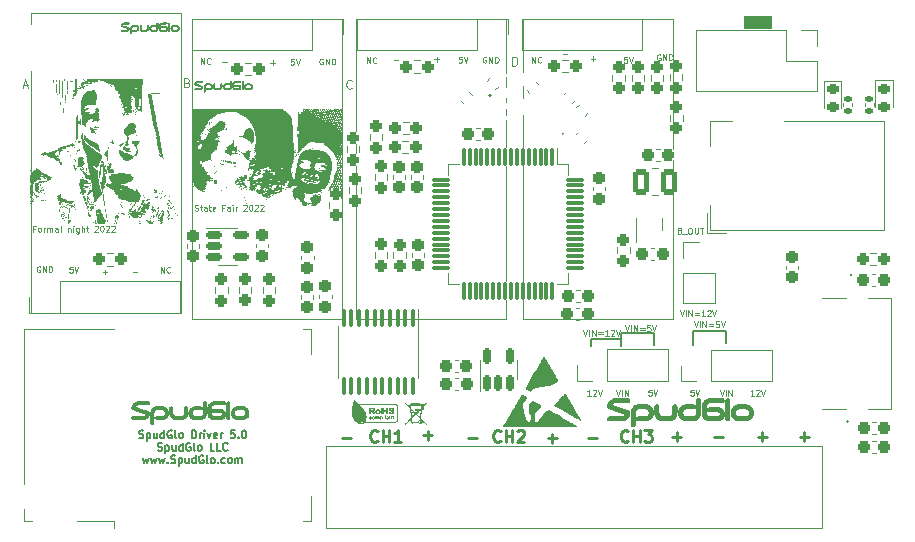
<source format=gto>
G04 #@! TF.GenerationSoftware,KiCad,Pcbnew,7.0.2-0*
G04 #@! TF.CreationDate,2023-09-20T20:36:22-05:00*
G04 #@! TF.ProjectId,spudglo_driver_v5p0,73707564-676c-46f5-9f64-72697665725f,rev?*
G04 #@! TF.SameCoordinates,Original*
G04 #@! TF.FileFunction,Legend,Top*
G04 #@! TF.FilePolarity,Positive*
%FSLAX46Y46*%
G04 Gerber Fmt 4.6, Leading zero omitted, Abs format (unit mm)*
G04 Created by KiCad (PCBNEW 7.0.2-0) date 2023-09-20 20:36:22*
%MOMM*%
%LPD*%
G01*
G04 APERTURE LIST*
G04 Aperture macros list*
%AMRoundRect*
0 Rectangle with rounded corners*
0 $1 Rounding radius*
0 $2 $3 $4 $5 $6 $7 $8 $9 X,Y pos of 4 corners*
0 Add a 4 corners polygon primitive as box body*
4,1,4,$2,$3,$4,$5,$6,$7,$8,$9,$2,$3,0*
0 Add four circle primitives for the rounded corners*
1,1,$1+$1,$2,$3*
1,1,$1+$1,$4,$5*
1,1,$1+$1,$6,$7*
1,1,$1+$1,$8,$9*
0 Add four rect primitives between the rounded corners*
20,1,$1+$1,$2,$3,$4,$5,0*
20,1,$1+$1,$4,$5,$6,$7,0*
20,1,$1+$1,$6,$7,$8,$9,0*
20,1,$1+$1,$8,$9,$2,$3,0*%
%AMRotRect*
0 Rectangle, with rotation*
0 The origin of the aperture is its center*
0 $1 length*
0 $2 width*
0 $3 Rotation angle, in degrees counterclockwise*
0 Add horizontal line*
21,1,$1,$2,0,0,$3*%
G04 Aperture macros list end*
%ADD10C,0.120000*%
%ADD11C,0.150000*%
%ADD12C,0.100000*%
%ADD13C,0.250000*%
%ADD14C,0.125000*%
%ADD15C,0.162500*%
%ADD16C,0.200000*%
%ADD17C,0.010000*%
%ADD18RoundRect,0.237500X-0.237500X0.250000X-0.237500X-0.250000X0.237500X-0.250000X0.237500X0.250000X0*%
%ADD19RoundRect,0.237500X0.300000X0.237500X-0.300000X0.237500X-0.300000X-0.237500X0.300000X-0.237500X0*%
%ADD20R,1.700000X1.700000*%
%ADD21O,1.700000X1.700000*%
%ADD22RotRect,0.575000X1.140000X135.000000*%
%ADD23RoundRect,0.237500X0.237500X-0.250000X0.237500X0.250000X-0.237500X0.250000X-0.237500X-0.250000X0*%
%ADD24RoundRect,0.075000X-0.075000X0.700000X-0.075000X-0.700000X0.075000X-0.700000X0.075000X0.700000X0*%
%ADD25RoundRect,0.075000X-0.700000X0.075000X-0.700000X-0.075000X0.700000X-0.075000X0.700000X0.075000X0*%
%ADD26RoundRect,0.237500X0.380070X-0.044194X-0.044194X0.380070X-0.380070X0.044194X0.044194X-0.380070X0*%
%ADD27RoundRect,0.237500X-0.237500X0.300000X-0.237500X-0.300000X0.237500X-0.300000X0.237500X0.300000X0*%
%ADD28RoundRect,0.237500X0.250000X0.237500X-0.250000X0.237500X-0.250000X-0.237500X0.250000X-0.237500X0*%
%ADD29C,5.500000*%
%ADD30R,4.000000X3.000000*%
%ADD31RotRect,1.000000X1.200000X45.000000*%
%ADD32RoundRect,0.237500X0.237500X-0.300000X0.237500X0.300000X-0.237500X0.300000X-0.237500X-0.300000X0*%
%ADD33RoundRect,0.237500X-0.250000X-0.237500X0.250000X-0.237500X0.250000X0.237500X-0.250000X0.237500X0*%
%ADD34RoundRect,0.237500X-0.300000X-0.237500X0.300000X-0.237500X0.300000X0.237500X-0.300000X0.237500X0*%
%ADD35RoundRect,0.237500X-0.044194X-0.380070X0.380070X0.044194X0.044194X0.380070X-0.380070X-0.044194X0*%
%ADD36C,2.000000*%
%ADD37RoundRect,0.150000X0.150000X-0.512500X0.150000X0.512500X-0.150000X0.512500X-0.150000X-0.512500X0*%
%ADD38RoundRect,0.218750X-0.256250X0.218750X-0.256250X-0.218750X0.256250X-0.218750X0.256250X0.218750X0*%
%ADD39RoundRect,0.135000X-0.185000X0.135000X-0.185000X-0.135000X0.185000X-0.135000X0.185000X0.135000X0*%
%ADD40R,1.800000X4.400000*%
%ADD41O,1.800000X4.000000*%
%ADD42O,4.000000X1.800000*%
%ADD43C,0.650000*%
%ADD44R,1.450000X0.600000*%
%ADD45R,1.450000X0.300000*%
%ADD46O,2.100000X1.000000*%
%ADD47O,1.600000X1.000000*%
%ADD48R,1.000000X2.500000*%
%ADD49R,1.800000X1.000000*%
%ADD50R,0.400000X0.470000*%
%ADD51R,1.700000X0.950000*%
%ADD52R,0.625000X0.300000*%
%ADD53R,0.300000X0.625000*%
%ADD54RoundRect,0.250001X-0.462499X-0.849999X0.462499X-0.849999X0.462499X0.849999X-0.462499X0.849999X0*%
%ADD55R,0.250000X0.500000*%
%ADD56R,1.600000X0.900000*%
%ADD57RoundRect,0.150000X-0.512500X-0.150000X0.512500X-0.150000X0.512500X0.150000X-0.512500X0.150000X0*%
%ADD58RoundRect,0.100000X-0.100000X0.637500X-0.100000X-0.637500X0.100000X-0.637500X0.100000X0.637500X0*%
G04 APERTURE END LIST*
D10*
X97071523Y-159860182D02*
X97071525Y-134460182D01*
X111170813Y-159870000D02*
X111170812Y-134470000D01*
X82221547Y-133958903D02*
X82221542Y-159358901D01*
D11*
X119507000Y-162179000D02*
X119507000Y-161036000D01*
D10*
X109771518Y-134460186D02*
X109771519Y-159860182D01*
X95847693Y-159844193D02*
X83147697Y-159844187D01*
X69521554Y-159358906D02*
X69521548Y-133958902D01*
D11*
X119507000Y-161544000D02*
X119507000Y-162179000D01*
X119507000Y-161036000D02*
X122301000Y-161036000D01*
X125603000Y-162052000D02*
X125603000Y-160909000D01*
D10*
X69521548Y-133958902D02*
X82221547Y-133958903D01*
X95847701Y-134444183D02*
X95847693Y-159844193D01*
X123870807Y-159870006D02*
X111170813Y-159870000D01*
D12*
X132214811Y-134183799D02*
X132214812Y-135254999D01*
X129878011Y-135255000D01*
X129878011Y-134488599D01*
X129882611Y-134503999D01*
X129882611Y-134173800D01*
X132214811Y-134183799D01*
G36*
X132214811Y-134183799D02*
G01*
X132214812Y-135254999D01*
X129878011Y-135255000D01*
X129878011Y-134488599D01*
X129882611Y-134503999D01*
X129882611Y-134173800D01*
X132214811Y-134183799D01*
G37*
D10*
X83147699Y-134444193D02*
X95847701Y-134444183D01*
X82221542Y-159358901D02*
X69521554Y-159358906D01*
D11*
X125603000Y-160909000D02*
X128397000Y-160909000D01*
D10*
X111170812Y-134470000D02*
X123870811Y-134470003D01*
D11*
X128397000Y-160909000D02*
X128397000Y-161925000D01*
X116967000Y-161544000D02*
X119507000Y-161544000D01*
D10*
X109771519Y-159860182D02*
X97071523Y-159860182D01*
X83147697Y-159844187D02*
X83147699Y-134444193D01*
X123870811Y-134470003D02*
X123870807Y-159870006D01*
D11*
X122301000Y-161036000D02*
X122301000Y-162052000D01*
X116967000Y-162179000D02*
X116967000Y-161544000D01*
X128397000Y-161290000D02*
X128397000Y-161925000D01*
D10*
X97071525Y-134460182D02*
X109771518Y-134460186D01*
D13*
X120086523Y-170166380D02*
X120038904Y-170214000D01*
X120038904Y-170214000D02*
X119896047Y-170261619D01*
X119896047Y-170261619D02*
X119800809Y-170261619D01*
X119800809Y-170261619D02*
X119657952Y-170214000D01*
X119657952Y-170214000D02*
X119562714Y-170118761D01*
X119562714Y-170118761D02*
X119515095Y-170023523D01*
X119515095Y-170023523D02*
X119467476Y-169833047D01*
X119467476Y-169833047D02*
X119467476Y-169690190D01*
X119467476Y-169690190D02*
X119515095Y-169499714D01*
X119515095Y-169499714D02*
X119562714Y-169404476D01*
X119562714Y-169404476D02*
X119657952Y-169309238D01*
X119657952Y-169309238D02*
X119800809Y-169261619D01*
X119800809Y-169261619D02*
X119896047Y-169261619D01*
X119896047Y-169261619D02*
X120038904Y-169309238D01*
X120038904Y-169309238D02*
X120086523Y-169356857D01*
X120515095Y-170261619D02*
X120515095Y-169261619D01*
X120515095Y-169737809D02*
X121086523Y-169737809D01*
X121086523Y-170261619D02*
X121086523Y-169261619D01*
X121467476Y-169261619D02*
X122086523Y-169261619D01*
X122086523Y-169261619D02*
X121753190Y-169642571D01*
X121753190Y-169642571D02*
X121896047Y-169642571D01*
X121896047Y-169642571D02*
X121991285Y-169690190D01*
X121991285Y-169690190D02*
X122038904Y-169737809D01*
X122038904Y-169737809D02*
X122086523Y-169833047D01*
X122086523Y-169833047D02*
X122086523Y-170071142D01*
X122086523Y-170071142D02*
X122038904Y-170166380D01*
X122038904Y-170166380D02*
X121991285Y-170214000D01*
X121991285Y-170214000D02*
X121896047Y-170261619D01*
X121896047Y-170261619D02*
X121610333Y-170261619D01*
X121610333Y-170261619D02*
X121515095Y-170214000D01*
X121515095Y-170214000D02*
X121467476Y-170166380D01*
D14*
X116911477Y-166347309D02*
X116625763Y-166347309D01*
X116768620Y-166347309D02*
X116768620Y-165847309D01*
X116768620Y-165847309D02*
X116721001Y-165918738D01*
X116721001Y-165918738D02*
X116673382Y-165966357D01*
X116673382Y-165966357D02*
X116625763Y-165990166D01*
X117101953Y-165894928D02*
X117125762Y-165871119D01*
X117125762Y-165871119D02*
X117173381Y-165847309D01*
X117173381Y-165847309D02*
X117292429Y-165847309D01*
X117292429Y-165847309D02*
X117340048Y-165871119D01*
X117340048Y-165871119D02*
X117363857Y-165894928D01*
X117363857Y-165894928D02*
X117387667Y-165942547D01*
X117387667Y-165942547D02*
X117387667Y-165990166D01*
X117387667Y-165990166D02*
X117363857Y-166061595D01*
X117363857Y-166061595D02*
X117078143Y-166347309D01*
X117078143Y-166347309D02*
X117387667Y-166347309D01*
X117530524Y-165847309D02*
X117697190Y-166347309D01*
X117697190Y-166347309D02*
X117863857Y-165847309D01*
D13*
X116713048Y-169971333D02*
X117474953Y-169971333D01*
X102743048Y-169717333D02*
X103504953Y-169717333D01*
X103124000Y-169336380D02*
X103124000Y-170098285D01*
X134620048Y-169844333D02*
X135381953Y-169844333D01*
X135001000Y-169463380D02*
X135001000Y-170225285D01*
X95885048Y-169971333D02*
X96646953Y-169971333D01*
X123825048Y-169844333D02*
X124586953Y-169844333D01*
X124206000Y-169463380D02*
X124206000Y-170225285D01*
D14*
X70310056Y-155424313D02*
X70262437Y-155400503D01*
X70262437Y-155400503D02*
X70191008Y-155400503D01*
X70191008Y-155400503D02*
X70119580Y-155424313D01*
X70119580Y-155424313D02*
X70071961Y-155471932D01*
X70071961Y-155471932D02*
X70048151Y-155519551D01*
X70048151Y-155519551D02*
X70024342Y-155614789D01*
X70024342Y-155614789D02*
X70024342Y-155686217D01*
X70024342Y-155686217D02*
X70048151Y-155781455D01*
X70048151Y-155781455D02*
X70071961Y-155829074D01*
X70071961Y-155829074D02*
X70119580Y-155876694D01*
X70119580Y-155876694D02*
X70191008Y-155900503D01*
X70191008Y-155900503D02*
X70238627Y-155900503D01*
X70238627Y-155900503D02*
X70310056Y-155876694D01*
X70310056Y-155876694D02*
X70333865Y-155852884D01*
X70333865Y-155852884D02*
X70333865Y-155686217D01*
X70333865Y-155686217D02*
X70238627Y-155686217D01*
X70548151Y-155900503D02*
X70548151Y-155400503D01*
X70548151Y-155400503D02*
X70833865Y-155900503D01*
X70833865Y-155900503D02*
X70833865Y-155400503D01*
X71071961Y-155900503D02*
X71071961Y-155400503D01*
X71071961Y-155400503D02*
X71191009Y-155400503D01*
X71191009Y-155400503D02*
X71262437Y-155424313D01*
X71262437Y-155424313D02*
X71310056Y-155471932D01*
X71310056Y-155471932D02*
X71333866Y-155519551D01*
X71333866Y-155519551D02*
X71357675Y-155614789D01*
X71357675Y-155614789D02*
X71357675Y-155686217D01*
X71357675Y-155686217D02*
X71333866Y-155781455D01*
X71333866Y-155781455D02*
X71310056Y-155829074D01*
X71310056Y-155829074D02*
X71262437Y-155876694D01*
X71262437Y-155876694D02*
X71191009Y-155900503D01*
X71191009Y-155900503D02*
X71071961Y-155900503D01*
X110298571Y-138408214D02*
X110298571Y-137658214D01*
X110298571Y-137658214D02*
X110477142Y-137658214D01*
X110477142Y-137658214D02*
X110584285Y-137693928D01*
X110584285Y-137693928D02*
X110655714Y-137765357D01*
X110655714Y-137765357D02*
X110691428Y-137836785D01*
X110691428Y-137836785D02*
X110727142Y-137979642D01*
X110727142Y-137979642D02*
X110727142Y-138086785D01*
X110727142Y-138086785D02*
X110691428Y-138229642D01*
X110691428Y-138229642D02*
X110655714Y-138301071D01*
X110655714Y-138301071D02*
X110584285Y-138372500D01*
X110584285Y-138372500D02*
X110477142Y-138408214D01*
X110477142Y-138408214D02*
X110298571Y-138408214D01*
X78549476Y-155915166D02*
X78168524Y-155915166D01*
D13*
X127381048Y-169844333D02*
X128142953Y-169844333D01*
D14*
X85729523Y-138120833D02*
X86110476Y-138120833D01*
D13*
X106553048Y-169971333D02*
X107314953Y-169971333D01*
D14*
X111937142Y-138161309D02*
X111937142Y-137661309D01*
X111937142Y-137661309D02*
X112222856Y-138161309D01*
X112222856Y-138161309D02*
X112222856Y-137661309D01*
X112746666Y-138113690D02*
X112722857Y-138137500D01*
X112722857Y-138137500D02*
X112651428Y-138161309D01*
X112651428Y-138161309D02*
X112603809Y-138161309D01*
X112603809Y-138161309D02*
X112532381Y-138137500D01*
X112532381Y-138137500D02*
X112484762Y-138089880D01*
X112484762Y-138089880D02*
X112460952Y-138042261D01*
X112460952Y-138042261D02*
X112437143Y-137947023D01*
X112437143Y-137947023D02*
X112437143Y-137875595D01*
X112437143Y-137875595D02*
X112460952Y-137780357D01*
X112460952Y-137780357D02*
X112484762Y-137732738D01*
X112484762Y-137732738D02*
X112532381Y-137685119D01*
X112532381Y-137685119D02*
X112603809Y-137661309D01*
X112603809Y-137661309D02*
X112651428Y-137661309D01*
X112651428Y-137661309D02*
X112722857Y-137685119D01*
X112722857Y-137685119D02*
X112746666Y-137708928D01*
X130754477Y-166347309D02*
X130468763Y-166347309D01*
X130611620Y-166347309D02*
X130611620Y-165847309D01*
X130611620Y-165847309D02*
X130564001Y-165918738D01*
X130564001Y-165918738D02*
X130516382Y-165966357D01*
X130516382Y-165966357D02*
X130468763Y-165990166D01*
X130944953Y-165894928D02*
X130968762Y-165871119D01*
X130968762Y-165871119D02*
X131016381Y-165847309D01*
X131016381Y-165847309D02*
X131135429Y-165847309D01*
X131135429Y-165847309D02*
X131183048Y-165871119D01*
X131183048Y-165871119D02*
X131206857Y-165894928D01*
X131206857Y-165894928D02*
X131230667Y-165942547D01*
X131230667Y-165942547D02*
X131230667Y-165990166D01*
X131230667Y-165990166D02*
X131206857Y-166061595D01*
X131206857Y-166061595D02*
X130921143Y-166347309D01*
X130921143Y-166347309D02*
X131230667Y-166347309D01*
X131373524Y-165847309D02*
X131540190Y-166347309D01*
X131540190Y-166347309D02*
X131706857Y-165847309D01*
X83407238Y-150664000D02*
X83478666Y-150687809D01*
X83478666Y-150687809D02*
X83597714Y-150687809D01*
X83597714Y-150687809D02*
X83645333Y-150664000D01*
X83645333Y-150664000D02*
X83669142Y-150640190D01*
X83669142Y-150640190D02*
X83692952Y-150592571D01*
X83692952Y-150592571D02*
X83692952Y-150544952D01*
X83692952Y-150544952D02*
X83669142Y-150497333D01*
X83669142Y-150497333D02*
X83645333Y-150473523D01*
X83645333Y-150473523D02*
X83597714Y-150449714D01*
X83597714Y-150449714D02*
X83502476Y-150425904D01*
X83502476Y-150425904D02*
X83454857Y-150402095D01*
X83454857Y-150402095D02*
X83431047Y-150378285D01*
X83431047Y-150378285D02*
X83407238Y-150330666D01*
X83407238Y-150330666D02*
X83407238Y-150283047D01*
X83407238Y-150283047D02*
X83431047Y-150235428D01*
X83431047Y-150235428D02*
X83454857Y-150211619D01*
X83454857Y-150211619D02*
X83502476Y-150187809D01*
X83502476Y-150187809D02*
X83621523Y-150187809D01*
X83621523Y-150187809D02*
X83692952Y-150211619D01*
X83835809Y-150354476D02*
X84026285Y-150354476D01*
X83907237Y-150187809D02*
X83907237Y-150616380D01*
X83907237Y-150616380D02*
X83931047Y-150664000D01*
X83931047Y-150664000D02*
X83978666Y-150687809D01*
X83978666Y-150687809D02*
X84026285Y-150687809D01*
X84407237Y-150687809D02*
X84407237Y-150425904D01*
X84407237Y-150425904D02*
X84383427Y-150378285D01*
X84383427Y-150378285D02*
X84335808Y-150354476D01*
X84335808Y-150354476D02*
X84240570Y-150354476D01*
X84240570Y-150354476D02*
X84192951Y-150378285D01*
X84407237Y-150664000D02*
X84359618Y-150687809D01*
X84359618Y-150687809D02*
X84240570Y-150687809D01*
X84240570Y-150687809D02*
X84192951Y-150664000D01*
X84192951Y-150664000D02*
X84169142Y-150616380D01*
X84169142Y-150616380D02*
X84169142Y-150568761D01*
X84169142Y-150568761D02*
X84192951Y-150521142D01*
X84192951Y-150521142D02*
X84240570Y-150497333D01*
X84240570Y-150497333D02*
X84359618Y-150497333D01*
X84359618Y-150497333D02*
X84407237Y-150473523D01*
X84573904Y-150354476D02*
X84764380Y-150354476D01*
X84645332Y-150187809D02*
X84645332Y-150616380D01*
X84645332Y-150616380D02*
X84669142Y-150664000D01*
X84669142Y-150664000D02*
X84716761Y-150687809D01*
X84716761Y-150687809D02*
X84764380Y-150687809D01*
X85121522Y-150664000D02*
X85073903Y-150687809D01*
X85073903Y-150687809D02*
X84978665Y-150687809D01*
X84978665Y-150687809D02*
X84931046Y-150664000D01*
X84931046Y-150664000D02*
X84907237Y-150616380D01*
X84907237Y-150616380D02*
X84907237Y-150425904D01*
X84907237Y-150425904D02*
X84931046Y-150378285D01*
X84931046Y-150378285D02*
X84978665Y-150354476D01*
X84978665Y-150354476D02*
X85073903Y-150354476D01*
X85073903Y-150354476D02*
X85121522Y-150378285D01*
X85121522Y-150378285D02*
X85145332Y-150425904D01*
X85145332Y-150425904D02*
X85145332Y-150473523D01*
X85145332Y-150473523D02*
X84907237Y-150521142D01*
X85907236Y-150425904D02*
X85740569Y-150425904D01*
X85740569Y-150687809D02*
X85740569Y-150187809D01*
X85740569Y-150187809D02*
X85978664Y-150187809D01*
X86383426Y-150687809D02*
X86383426Y-150425904D01*
X86383426Y-150425904D02*
X86359616Y-150378285D01*
X86359616Y-150378285D02*
X86311997Y-150354476D01*
X86311997Y-150354476D02*
X86216759Y-150354476D01*
X86216759Y-150354476D02*
X86169140Y-150378285D01*
X86383426Y-150664000D02*
X86335807Y-150687809D01*
X86335807Y-150687809D02*
X86216759Y-150687809D01*
X86216759Y-150687809D02*
X86169140Y-150664000D01*
X86169140Y-150664000D02*
X86145331Y-150616380D01*
X86145331Y-150616380D02*
X86145331Y-150568761D01*
X86145331Y-150568761D02*
X86169140Y-150521142D01*
X86169140Y-150521142D02*
X86216759Y-150497333D01*
X86216759Y-150497333D02*
X86335807Y-150497333D01*
X86335807Y-150497333D02*
X86383426Y-150473523D01*
X86621521Y-150687809D02*
X86621521Y-150354476D01*
X86621521Y-150187809D02*
X86597712Y-150211619D01*
X86597712Y-150211619D02*
X86621521Y-150235428D01*
X86621521Y-150235428D02*
X86645331Y-150211619D01*
X86645331Y-150211619D02*
X86621521Y-150187809D01*
X86621521Y-150187809D02*
X86621521Y-150235428D01*
X86859616Y-150687809D02*
X86859616Y-150354476D01*
X86859616Y-150449714D02*
X86883426Y-150402095D01*
X86883426Y-150402095D02*
X86907235Y-150378285D01*
X86907235Y-150378285D02*
X86954854Y-150354476D01*
X86954854Y-150354476D02*
X87002473Y-150354476D01*
X87526283Y-150235428D02*
X87550092Y-150211619D01*
X87550092Y-150211619D02*
X87597711Y-150187809D01*
X87597711Y-150187809D02*
X87716759Y-150187809D01*
X87716759Y-150187809D02*
X87764378Y-150211619D01*
X87764378Y-150211619D02*
X87788187Y-150235428D01*
X87788187Y-150235428D02*
X87811997Y-150283047D01*
X87811997Y-150283047D02*
X87811997Y-150330666D01*
X87811997Y-150330666D02*
X87788187Y-150402095D01*
X87788187Y-150402095D02*
X87502473Y-150687809D01*
X87502473Y-150687809D02*
X87811997Y-150687809D01*
X88121520Y-150187809D02*
X88169139Y-150187809D01*
X88169139Y-150187809D02*
X88216758Y-150211619D01*
X88216758Y-150211619D02*
X88240568Y-150235428D01*
X88240568Y-150235428D02*
X88264377Y-150283047D01*
X88264377Y-150283047D02*
X88288187Y-150378285D01*
X88288187Y-150378285D02*
X88288187Y-150497333D01*
X88288187Y-150497333D02*
X88264377Y-150592571D01*
X88264377Y-150592571D02*
X88240568Y-150640190D01*
X88240568Y-150640190D02*
X88216758Y-150664000D01*
X88216758Y-150664000D02*
X88169139Y-150687809D01*
X88169139Y-150687809D02*
X88121520Y-150687809D01*
X88121520Y-150687809D02*
X88073901Y-150664000D01*
X88073901Y-150664000D02*
X88050092Y-150640190D01*
X88050092Y-150640190D02*
X88026282Y-150592571D01*
X88026282Y-150592571D02*
X88002473Y-150497333D01*
X88002473Y-150497333D02*
X88002473Y-150378285D01*
X88002473Y-150378285D02*
X88026282Y-150283047D01*
X88026282Y-150283047D02*
X88050092Y-150235428D01*
X88050092Y-150235428D02*
X88073901Y-150211619D01*
X88073901Y-150211619D02*
X88121520Y-150187809D01*
X88478663Y-150235428D02*
X88502472Y-150211619D01*
X88502472Y-150211619D02*
X88550091Y-150187809D01*
X88550091Y-150187809D02*
X88669139Y-150187809D01*
X88669139Y-150187809D02*
X88716758Y-150211619D01*
X88716758Y-150211619D02*
X88740567Y-150235428D01*
X88740567Y-150235428D02*
X88764377Y-150283047D01*
X88764377Y-150283047D02*
X88764377Y-150330666D01*
X88764377Y-150330666D02*
X88740567Y-150402095D01*
X88740567Y-150402095D02*
X88454853Y-150687809D01*
X88454853Y-150687809D02*
X88764377Y-150687809D01*
X88954853Y-150235428D02*
X88978662Y-150211619D01*
X88978662Y-150211619D02*
X89026281Y-150187809D01*
X89026281Y-150187809D02*
X89145329Y-150187809D01*
X89145329Y-150187809D02*
X89192948Y-150211619D01*
X89192948Y-150211619D02*
X89216757Y-150235428D01*
X89216757Y-150235428D02*
X89240567Y-150283047D01*
X89240567Y-150283047D02*
X89240567Y-150330666D01*
X89240567Y-150330666D02*
X89216757Y-150402095D01*
X89216757Y-150402095D02*
X88931043Y-150687809D01*
X88931043Y-150687809D02*
X89240567Y-150687809D01*
X69895714Y-152203904D02*
X69729047Y-152203904D01*
X69729047Y-152465809D02*
X69729047Y-151965809D01*
X69729047Y-151965809D02*
X69967142Y-151965809D01*
X70229047Y-152465809D02*
X70181428Y-152442000D01*
X70181428Y-152442000D02*
X70157618Y-152418190D01*
X70157618Y-152418190D02*
X70133809Y-152370571D01*
X70133809Y-152370571D02*
X70133809Y-152227714D01*
X70133809Y-152227714D02*
X70157618Y-152180095D01*
X70157618Y-152180095D02*
X70181428Y-152156285D01*
X70181428Y-152156285D02*
X70229047Y-152132476D01*
X70229047Y-152132476D02*
X70300475Y-152132476D01*
X70300475Y-152132476D02*
X70348094Y-152156285D01*
X70348094Y-152156285D02*
X70371904Y-152180095D01*
X70371904Y-152180095D02*
X70395713Y-152227714D01*
X70395713Y-152227714D02*
X70395713Y-152370571D01*
X70395713Y-152370571D02*
X70371904Y-152418190D01*
X70371904Y-152418190D02*
X70348094Y-152442000D01*
X70348094Y-152442000D02*
X70300475Y-152465809D01*
X70300475Y-152465809D02*
X70229047Y-152465809D01*
X70609999Y-152465809D02*
X70609999Y-152132476D01*
X70609999Y-152227714D02*
X70633809Y-152180095D01*
X70633809Y-152180095D02*
X70657618Y-152156285D01*
X70657618Y-152156285D02*
X70705237Y-152132476D01*
X70705237Y-152132476D02*
X70752856Y-152132476D01*
X70919523Y-152465809D02*
X70919523Y-152132476D01*
X70919523Y-152180095D02*
X70943333Y-152156285D01*
X70943333Y-152156285D02*
X70990952Y-152132476D01*
X70990952Y-152132476D02*
X71062380Y-152132476D01*
X71062380Y-152132476D02*
X71109999Y-152156285D01*
X71109999Y-152156285D02*
X71133809Y-152203904D01*
X71133809Y-152203904D02*
X71133809Y-152465809D01*
X71133809Y-152203904D02*
X71157618Y-152156285D01*
X71157618Y-152156285D02*
X71205237Y-152132476D01*
X71205237Y-152132476D02*
X71276666Y-152132476D01*
X71276666Y-152132476D02*
X71324285Y-152156285D01*
X71324285Y-152156285D02*
X71348095Y-152203904D01*
X71348095Y-152203904D02*
X71348095Y-152465809D01*
X71800476Y-152465809D02*
X71800476Y-152203904D01*
X71800476Y-152203904D02*
X71776666Y-152156285D01*
X71776666Y-152156285D02*
X71729047Y-152132476D01*
X71729047Y-152132476D02*
X71633809Y-152132476D01*
X71633809Y-152132476D02*
X71586190Y-152156285D01*
X71800476Y-152442000D02*
X71752857Y-152465809D01*
X71752857Y-152465809D02*
X71633809Y-152465809D01*
X71633809Y-152465809D02*
X71586190Y-152442000D01*
X71586190Y-152442000D02*
X71562381Y-152394380D01*
X71562381Y-152394380D02*
X71562381Y-152346761D01*
X71562381Y-152346761D02*
X71586190Y-152299142D01*
X71586190Y-152299142D02*
X71633809Y-152275333D01*
X71633809Y-152275333D02*
X71752857Y-152275333D01*
X71752857Y-152275333D02*
X71800476Y-152251523D01*
X72110000Y-152465809D02*
X72062381Y-152442000D01*
X72062381Y-152442000D02*
X72038571Y-152394380D01*
X72038571Y-152394380D02*
X72038571Y-151965809D01*
X72681428Y-152132476D02*
X72681428Y-152465809D01*
X72681428Y-152180095D02*
X72705238Y-152156285D01*
X72705238Y-152156285D02*
X72752857Y-152132476D01*
X72752857Y-152132476D02*
X72824285Y-152132476D01*
X72824285Y-152132476D02*
X72871904Y-152156285D01*
X72871904Y-152156285D02*
X72895714Y-152203904D01*
X72895714Y-152203904D02*
X72895714Y-152465809D01*
X73133809Y-152465809D02*
X73133809Y-152132476D01*
X73133809Y-151965809D02*
X73110000Y-151989619D01*
X73110000Y-151989619D02*
X73133809Y-152013428D01*
X73133809Y-152013428D02*
X73157619Y-151989619D01*
X73157619Y-151989619D02*
X73133809Y-151965809D01*
X73133809Y-151965809D02*
X73133809Y-152013428D01*
X73586190Y-152132476D02*
X73586190Y-152537238D01*
X73586190Y-152537238D02*
X73562380Y-152584857D01*
X73562380Y-152584857D02*
X73538571Y-152608666D01*
X73538571Y-152608666D02*
X73490952Y-152632476D01*
X73490952Y-152632476D02*
X73419523Y-152632476D01*
X73419523Y-152632476D02*
X73371904Y-152608666D01*
X73586190Y-152442000D02*
X73538571Y-152465809D01*
X73538571Y-152465809D02*
X73443333Y-152465809D01*
X73443333Y-152465809D02*
X73395714Y-152442000D01*
X73395714Y-152442000D02*
X73371904Y-152418190D01*
X73371904Y-152418190D02*
X73348095Y-152370571D01*
X73348095Y-152370571D02*
X73348095Y-152227714D01*
X73348095Y-152227714D02*
X73371904Y-152180095D01*
X73371904Y-152180095D02*
X73395714Y-152156285D01*
X73395714Y-152156285D02*
X73443333Y-152132476D01*
X73443333Y-152132476D02*
X73538571Y-152132476D01*
X73538571Y-152132476D02*
X73586190Y-152156285D01*
X73824285Y-152465809D02*
X73824285Y-151965809D01*
X74038571Y-152465809D02*
X74038571Y-152203904D01*
X74038571Y-152203904D02*
X74014761Y-152156285D01*
X74014761Y-152156285D02*
X73967142Y-152132476D01*
X73967142Y-152132476D02*
X73895714Y-152132476D01*
X73895714Y-152132476D02*
X73848095Y-152156285D01*
X73848095Y-152156285D02*
X73824285Y-152180095D01*
X74205238Y-152132476D02*
X74395714Y-152132476D01*
X74276666Y-151965809D02*
X74276666Y-152394380D01*
X74276666Y-152394380D02*
X74300476Y-152442000D01*
X74300476Y-152442000D02*
X74348095Y-152465809D01*
X74348095Y-152465809D02*
X74395714Y-152465809D01*
X74919523Y-152013428D02*
X74943332Y-151989619D01*
X74943332Y-151989619D02*
X74990951Y-151965809D01*
X74990951Y-151965809D02*
X75109999Y-151965809D01*
X75109999Y-151965809D02*
X75157618Y-151989619D01*
X75157618Y-151989619D02*
X75181427Y-152013428D01*
X75181427Y-152013428D02*
X75205237Y-152061047D01*
X75205237Y-152061047D02*
X75205237Y-152108666D01*
X75205237Y-152108666D02*
X75181427Y-152180095D01*
X75181427Y-152180095D02*
X74895713Y-152465809D01*
X74895713Y-152465809D02*
X75205237Y-152465809D01*
X75514760Y-151965809D02*
X75562379Y-151965809D01*
X75562379Y-151965809D02*
X75609998Y-151989619D01*
X75609998Y-151989619D02*
X75633808Y-152013428D01*
X75633808Y-152013428D02*
X75657617Y-152061047D01*
X75657617Y-152061047D02*
X75681427Y-152156285D01*
X75681427Y-152156285D02*
X75681427Y-152275333D01*
X75681427Y-152275333D02*
X75657617Y-152370571D01*
X75657617Y-152370571D02*
X75633808Y-152418190D01*
X75633808Y-152418190D02*
X75609998Y-152442000D01*
X75609998Y-152442000D02*
X75562379Y-152465809D01*
X75562379Y-152465809D02*
X75514760Y-152465809D01*
X75514760Y-152465809D02*
X75467141Y-152442000D01*
X75467141Y-152442000D02*
X75443332Y-152418190D01*
X75443332Y-152418190D02*
X75419522Y-152370571D01*
X75419522Y-152370571D02*
X75395713Y-152275333D01*
X75395713Y-152275333D02*
X75395713Y-152156285D01*
X75395713Y-152156285D02*
X75419522Y-152061047D01*
X75419522Y-152061047D02*
X75443332Y-152013428D01*
X75443332Y-152013428D02*
X75467141Y-151989619D01*
X75467141Y-151989619D02*
X75514760Y-151965809D01*
X75871903Y-152013428D02*
X75895712Y-151989619D01*
X75895712Y-151989619D02*
X75943331Y-151965809D01*
X75943331Y-151965809D02*
X76062379Y-151965809D01*
X76062379Y-151965809D02*
X76109998Y-151989619D01*
X76109998Y-151989619D02*
X76133807Y-152013428D01*
X76133807Y-152013428D02*
X76157617Y-152061047D01*
X76157617Y-152061047D02*
X76157617Y-152108666D01*
X76157617Y-152108666D02*
X76133807Y-152180095D01*
X76133807Y-152180095D02*
X75848093Y-152465809D01*
X75848093Y-152465809D02*
X76157617Y-152465809D01*
X76348093Y-152013428D02*
X76371902Y-151989619D01*
X76371902Y-151989619D02*
X76419521Y-151965809D01*
X76419521Y-151965809D02*
X76538569Y-151965809D01*
X76538569Y-151965809D02*
X76586188Y-151989619D01*
X76586188Y-151989619D02*
X76609997Y-152013428D01*
X76609997Y-152013428D02*
X76633807Y-152061047D01*
X76633807Y-152061047D02*
X76633807Y-152108666D01*
X76633807Y-152108666D02*
X76609997Y-152180095D01*
X76609997Y-152180095D02*
X76324283Y-152465809D01*
X76324283Y-152465809D02*
X76633807Y-152465809D01*
X90180476Y-138159166D02*
X89799524Y-138159166D01*
X89990000Y-137968690D02*
X89990000Y-138349642D01*
X73056762Y-155433309D02*
X72818667Y-155433309D01*
X72818667Y-155433309D02*
X72794858Y-155671404D01*
X72794858Y-155671404D02*
X72818667Y-155647595D01*
X72818667Y-155647595D02*
X72866286Y-155623785D01*
X72866286Y-155623785D02*
X72985334Y-155623785D01*
X72985334Y-155623785D02*
X73032953Y-155647595D01*
X73032953Y-155647595D02*
X73056762Y-155671404D01*
X73056762Y-155671404D02*
X73080572Y-155719023D01*
X73080572Y-155719023D02*
X73080572Y-155838071D01*
X73080572Y-155838071D02*
X73056762Y-155885690D01*
X73056762Y-155885690D02*
X73032953Y-155909500D01*
X73032953Y-155909500D02*
X72985334Y-155933309D01*
X72985334Y-155933309D02*
X72866286Y-155933309D01*
X72866286Y-155933309D02*
X72818667Y-155909500D01*
X72818667Y-155909500D02*
X72794858Y-155885690D01*
X73223429Y-155433309D02*
X73390095Y-155933309D01*
X73390095Y-155933309D02*
X73556762Y-155433309D01*
X119086381Y-165847309D02*
X119253047Y-166347309D01*
X119253047Y-166347309D02*
X119419714Y-165847309D01*
X119586380Y-166347309D02*
X119586380Y-165847309D01*
X119824475Y-166347309D02*
X119824475Y-165847309D01*
X119824475Y-165847309D02*
X120110189Y-166347309D01*
X120110189Y-166347309D02*
X120110189Y-165847309D01*
D15*
X78685476Y-169916750D02*
X78778333Y-169947702D01*
X78778333Y-169947702D02*
X78933095Y-169947702D01*
X78933095Y-169947702D02*
X78995000Y-169916750D01*
X78995000Y-169916750D02*
X79025952Y-169885797D01*
X79025952Y-169885797D02*
X79056905Y-169823892D01*
X79056905Y-169823892D02*
X79056905Y-169761988D01*
X79056905Y-169761988D02*
X79025952Y-169700083D01*
X79025952Y-169700083D02*
X78995000Y-169669130D01*
X78995000Y-169669130D02*
X78933095Y-169638178D01*
X78933095Y-169638178D02*
X78809286Y-169607226D01*
X78809286Y-169607226D02*
X78747381Y-169576273D01*
X78747381Y-169576273D02*
X78716428Y-169545321D01*
X78716428Y-169545321D02*
X78685476Y-169483416D01*
X78685476Y-169483416D02*
X78685476Y-169421511D01*
X78685476Y-169421511D02*
X78716428Y-169359607D01*
X78716428Y-169359607D02*
X78747381Y-169328654D01*
X78747381Y-169328654D02*
X78809286Y-169297702D01*
X78809286Y-169297702D02*
X78964047Y-169297702D01*
X78964047Y-169297702D02*
X79056905Y-169328654D01*
X79335476Y-169514369D02*
X79335476Y-170164369D01*
X79335476Y-169545321D02*
X79397381Y-169514369D01*
X79397381Y-169514369D02*
X79521191Y-169514369D01*
X79521191Y-169514369D02*
X79583095Y-169545321D01*
X79583095Y-169545321D02*
X79614048Y-169576273D01*
X79614048Y-169576273D02*
X79645000Y-169638178D01*
X79645000Y-169638178D02*
X79645000Y-169823892D01*
X79645000Y-169823892D02*
X79614048Y-169885797D01*
X79614048Y-169885797D02*
X79583095Y-169916750D01*
X79583095Y-169916750D02*
X79521191Y-169947702D01*
X79521191Y-169947702D02*
X79397381Y-169947702D01*
X79397381Y-169947702D02*
X79335476Y-169916750D01*
X80202143Y-169514369D02*
X80202143Y-169947702D01*
X79923571Y-169514369D02*
X79923571Y-169854845D01*
X79923571Y-169854845D02*
X79954524Y-169916750D01*
X79954524Y-169916750D02*
X80016429Y-169947702D01*
X80016429Y-169947702D02*
X80109286Y-169947702D01*
X80109286Y-169947702D02*
X80171190Y-169916750D01*
X80171190Y-169916750D02*
X80202143Y-169885797D01*
X80790238Y-169947702D02*
X80790238Y-169297702D01*
X80790238Y-169916750D02*
X80728333Y-169947702D01*
X80728333Y-169947702D02*
X80604524Y-169947702D01*
X80604524Y-169947702D02*
X80542619Y-169916750D01*
X80542619Y-169916750D02*
X80511666Y-169885797D01*
X80511666Y-169885797D02*
X80480714Y-169823892D01*
X80480714Y-169823892D02*
X80480714Y-169638178D01*
X80480714Y-169638178D02*
X80511666Y-169576273D01*
X80511666Y-169576273D02*
X80542619Y-169545321D01*
X80542619Y-169545321D02*
X80604524Y-169514369D01*
X80604524Y-169514369D02*
X80728333Y-169514369D01*
X80728333Y-169514369D02*
X80790238Y-169545321D01*
X81440238Y-169328654D02*
X81378333Y-169297702D01*
X81378333Y-169297702D02*
X81285476Y-169297702D01*
X81285476Y-169297702D02*
X81192619Y-169328654D01*
X81192619Y-169328654D02*
X81130714Y-169390559D01*
X81130714Y-169390559D02*
X81099761Y-169452464D01*
X81099761Y-169452464D02*
X81068809Y-169576273D01*
X81068809Y-169576273D02*
X81068809Y-169669130D01*
X81068809Y-169669130D02*
X81099761Y-169792940D01*
X81099761Y-169792940D02*
X81130714Y-169854845D01*
X81130714Y-169854845D02*
X81192619Y-169916750D01*
X81192619Y-169916750D02*
X81285476Y-169947702D01*
X81285476Y-169947702D02*
X81347380Y-169947702D01*
X81347380Y-169947702D02*
X81440238Y-169916750D01*
X81440238Y-169916750D02*
X81471190Y-169885797D01*
X81471190Y-169885797D02*
X81471190Y-169669130D01*
X81471190Y-169669130D02*
X81347380Y-169669130D01*
X81842619Y-169947702D02*
X81780714Y-169916750D01*
X81780714Y-169916750D02*
X81749761Y-169854845D01*
X81749761Y-169854845D02*
X81749761Y-169297702D01*
X82183095Y-169947702D02*
X82121190Y-169916750D01*
X82121190Y-169916750D02*
X82090237Y-169885797D01*
X82090237Y-169885797D02*
X82059285Y-169823892D01*
X82059285Y-169823892D02*
X82059285Y-169638178D01*
X82059285Y-169638178D02*
X82090237Y-169576273D01*
X82090237Y-169576273D02*
X82121190Y-169545321D01*
X82121190Y-169545321D02*
X82183095Y-169514369D01*
X82183095Y-169514369D02*
X82275952Y-169514369D01*
X82275952Y-169514369D02*
X82337856Y-169545321D01*
X82337856Y-169545321D02*
X82368809Y-169576273D01*
X82368809Y-169576273D02*
X82399761Y-169638178D01*
X82399761Y-169638178D02*
X82399761Y-169823892D01*
X82399761Y-169823892D02*
X82368809Y-169885797D01*
X82368809Y-169885797D02*
X82337856Y-169916750D01*
X82337856Y-169916750D02*
X82275952Y-169947702D01*
X82275952Y-169947702D02*
X82183095Y-169947702D01*
X83173570Y-169947702D02*
X83173570Y-169297702D01*
X83173570Y-169297702D02*
X83328332Y-169297702D01*
X83328332Y-169297702D02*
X83421189Y-169328654D01*
X83421189Y-169328654D02*
X83483094Y-169390559D01*
X83483094Y-169390559D02*
X83514047Y-169452464D01*
X83514047Y-169452464D02*
X83544999Y-169576273D01*
X83544999Y-169576273D02*
X83544999Y-169669130D01*
X83544999Y-169669130D02*
X83514047Y-169792940D01*
X83514047Y-169792940D02*
X83483094Y-169854845D01*
X83483094Y-169854845D02*
X83421189Y-169916750D01*
X83421189Y-169916750D02*
X83328332Y-169947702D01*
X83328332Y-169947702D02*
X83173570Y-169947702D01*
X83823570Y-169947702D02*
X83823570Y-169514369D01*
X83823570Y-169638178D02*
X83854523Y-169576273D01*
X83854523Y-169576273D02*
X83885475Y-169545321D01*
X83885475Y-169545321D02*
X83947380Y-169514369D01*
X83947380Y-169514369D02*
X84009285Y-169514369D01*
X84225951Y-169947702D02*
X84225951Y-169514369D01*
X84225951Y-169297702D02*
X84194999Y-169328654D01*
X84194999Y-169328654D02*
X84225951Y-169359607D01*
X84225951Y-169359607D02*
X84256904Y-169328654D01*
X84256904Y-169328654D02*
X84225951Y-169297702D01*
X84225951Y-169297702D02*
X84225951Y-169359607D01*
X84473571Y-169514369D02*
X84628333Y-169947702D01*
X84628333Y-169947702D02*
X84783094Y-169514369D01*
X85278332Y-169916750D02*
X85216428Y-169947702D01*
X85216428Y-169947702D02*
X85092618Y-169947702D01*
X85092618Y-169947702D02*
X85030713Y-169916750D01*
X85030713Y-169916750D02*
X84999761Y-169854845D01*
X84999761Y-169854845D02*
X84999761Y-169607226D01*
X84999761Y-169607226D02*
X85030713Y-169545321D01*
X85030713Y-169545321D02*
X85092618Y-169514369D01*
X85092618Y-169514369D02*
X85216428Y-169514369D01*
X85216428Y-169514369D02*
X85278332Y-169545321D01*
X85278332Y-169545321D02*
X85309285Y-169607226D01*
X85309285Y-169607226D02*
X85309285Y-169669130D01*
X85309285Y-169669130D02*
X84999761Y-169731035D01*
X85587856Y-169947702D02*
X85587856Y-169514369D01*
X85587856Y-169638178D02*
X85618809Y-169576273D01*
X85618809Y-169576273D02*
X85649761Y-169545321D01*
X85649761Y-169545321D02*
X85711666Y-169514369D01*
X85711666Y-169514369D02*
X85773571Y-169514369D01*
X86794999Y-169297702D02*
X86485475Y-169297702D01*
X86485475Y-169297702D02*
X86454523Y-169607226D01*
X86454523Y-169607226D02*
X86485475Y-169576273D01*
X86485475Y-169576273D02*
X86547380Y-169545321D01*
X86547380Y-169545321D02*
X86702142Y-169545321D01*
X86702142Y-169545321D02*
X86764047Y-169576273D01*
X86764047Y-169576273D02*
X86794999Y-169607226D01*
X86794999Y-169607226D02*
X86825952Y-169669130D01*
X86825952Y-169669130D02*
X86825952Y-169823892D01*
X86825952Y-169823892D02*
X86794999Y-169885797D01*
X86794999Y-169885797D02*
X86764047Y-169916750D01*
X86764047Y-169916750D02*
X86702142Y-169947702D01*
X86702142Y-169947702D02*
X86547380Y-169947702D01*
X86547380Y-169947702D02*
X86485475Y-169916750D01*
X86485475Y-169916750D02*
X86454523Y-169885797D01*
X87104523Y-169885797D02*
X87135476Y-169916750D01*
X87135476Y-169916750D02*
X87104523Y-169947702D01*
X87104523Y-169947702D02*
X87073571Y-169916750D01*
X87073571Y-169916750D02*
X87104523Y-169885797D01*
X87104523Y-169885797D02*
X87104523Y-169947702D01*
X87537857Y-169297702D02*
X87599762Y-169297702D01*
X87599762Y-169297702D02*
X87661666Y-169328654D01*
X87661666Y-169328654D02*
X87692619Y-169359607D01*
X87692619Y-169359607D02*
X87723571Y-169421511D01*
X87723571Y-169421511D02*
X87754524Y-169545321D01*
X87754524Y-169545321D02*
X87754524Y-169700083D01*
X87754524Y-169700083D02*
X87723571Y-169823892D01*
X87723571Y-169823892D02*
X87692619Y-169885797D01*
X87692619Y-169885797D02*
X87661666Y-169916750D01*
X87661666Y-169916750D02*
X87599762Y-169947702D01*
X87599762Y-169947702D02*
X87537857Y-169947702D01*
X87537857Y-169947702D02*
X87475952Y-169916750D01*
X87475952Y-169916750D02*
X87445000Y-169885797D01*
X87445000Y-169885797D02*
X87414047Y-169823892D01*
X87414047Y-169823892D02*
X87383095Y-169700083D01*
X87383095Y-169700083D02*
X87383095Y-169545321D01*
X87383095Y-169545321D02*
X87414047Y-169421511D01*
X87414047Y-169421511D02*
X87445000Y-169359607D01*
X87445000Y-169359607D02*
X87475952Y-169328654D01*
X87475952Y-169328654D02*
X87537857Y-169297702D01*
X80264048Y-170969750D02*
X80356905Y-171000702D01*
X80356905Y-171000702D02*
X80511667Y-171000702D01*
X80511667Y-171000702D02*
X80573572Y-170969750D01*
X80573572Y-170969750D02*
X80604524Y-170938797D01*
X80604524Y-170938797D02*
X80635477Y-170876892D01*
X80635477Y-170876892D02*
X80635477Y-170814988D01*
X80635477Y-170814988D02*
X80604524Y-170753083D01*
X80604524Y-170753083D02*
X80573572Y-170722130D01*
X80573572Y-170722130D02*
X80511667Y-170691178D01*
X80511667Y-170691178D02*
X80387858Y-170660226D01*
X80387858Y-170660226D02*
X80325953Y-170629273D01*
X80325953Y-170629273D02*
X80295000Y-170598321D01*
X80295000Y-170598321D02*
X80264048Y-170536416D01*
X80264048Y-170536416D02*
X80264048Y-170474511D01*
X80264048Y-170474511D02*
X80295000Y-170412607D01*
X80295000Y-170412607D02*
X80325953Y-170381654D01*
X80325953Y-170381654D02*
X80387858Y-170350702D01*
X80387858Y-170350702D02*
X80542619Y-170350702D01*
X80542619Y-170350702D02*
X80635477Y-170381654D01*
X80914048Y-170567369D02*
X80914048Y-171217369D01*
X80914048Y-170598321D02*
X80975953Y-170567369D01*
X80975953Y-170567369D02*
X81099763Y-170567369D01*
X81099763Y-170567369D02*
X81161667Y-170598321D01*
X81161667Y-170598321D02*
X81192620Y-170629273D01*
X81192620Y-170629273D02*
X81223572Y-170691178D01*
X81223572Y-170691178D02*
X81223572Y-170876892D01*
X81223572Y-170876892D02*
X81192620Y-170938797D01*
X81192620Y-170938797D02*
X81161667Y-170969750D01*
X81161667Y-170969750D02*
X81099763Y-171000702D01*
X81099763Y-171000702D02*
X80975953Y-171000702D01*
X80975953Y-171000702D02*
X80914048Y-170969750D01*
X81780715Y-170567369D02*
X81780715Y-171000702D01*
X81502143Y-170567369D02*
X81502143Y-170907845D01*
X81502143Y-170907845D02*
X81533096Y-170969750D01*
X81533096Y-170969750D02*
X81595001Y-171000702D01*
X81595001Y-171000702D02*
X81687858Y-171000702D01*
X81687858Y-171000702D02*
X81749762Y-170969750D01*
X81749762Y-170969750D02*
X81780715Y-170938797D01*
X82368810Y-171000702D02*
X82368810Y-170350702D01*
X82368810Y-170969750D02*
X82306905Y-171000702D01*
X82306905Y-171000702D02*
X82183096Y-171000702D01*
X82183096Y-171000702D02*
X82121191Y-170969750D01*
X82121191Y-170969750D02*
X82090238Y-170938797D01*
X82090238Y-170938797D02*
X82059286Y-170876892D01*
X82059286Y-170876892D02*
X82059286Y-170691178D01*
X82059286Y-170691178D02*
X82090238Y-170629273D01*
X82090238Y-170629273D02*
X82121191Y-170598321D01*
X82121191Y-170598321D02*
X82183096Y-170567369D01*
X82183096Y-170567369D02*
X82306905Y-170567369D01*
X82306905Y-170567369D02*
X82368810Y-170598321D01*
X83018810Y-170381654D02*
X82956905Y-170350702D01*
X82956905Y-170350702D02*
X82864048Y-170350702D01*
X82864048Y-170350702D02*
X82771191Y-170381654D01*
X82771191Y-170381654D02*
X82709286Y-170443559D01*
X82709286Y-170443559D02*
X82678333Y-170505464D01*
X82678333Y-170505464D02*
X82647381Y-170629273D01*
X82647381Y-170629273D02*
X82647381Y-170722130D01*
X82647381Y-170722130D02*
X82678333Y-170845940D01*
X82678333Y-170845940D02*
X82709286Y-170907845D01*
X82709286Y-170907845D02*
X82771191Y-170969750D01*
X82771191Y-170969750D02*
X82864048Y-171000702D01*
X82864048Y-171000702D02*
X82925952Y-171000702D01*
X82925952Y-171000702D02*
X83018810Y-170969750D01*
X83018810Y-170969750D02*
X83049762Y-170938797D01*
X83049762Y-170938797D02*
X83049762Y-170722130D01*
X83049762Y-170722130D02*
X82925952Y-170722130D01*
X83421191Y-171000702D02*
X83359286Y-170969750D01*
X83359286Y-170969750D02*
X83328333Y-170907845D01*
X83328333Y-170907845D02*
X83328333Y-170350702D01*
X83761667Y-171000702D02*
X83699762Y-170969750D01*
X83699762Y-170969750D02*
X83668809Y-170938797D01*
X83668809Y-170938797D02*
X83637857Y-170876892D01*
X83637857Y-170876892D02*
X83637857Y-170691178D01*
X83637857Y-170691178D02*
X83668809Y-170629273D01*
X83668809Y-170629273D02*
X83699762Y-170598321D01*
X83699762Y-170598321D02*
X83761667Y-170567369D01*
X83761667Y-170567369D02*
X83854524Y-170567369D01*
X83854524Y-170567369D02*
X83916428Y-170598321D01*
X83916428Y-170598321D02*
X83947381Y-170629273D01*
X83947381Y-170629273D02*
X83978333Y-170691178D01*
X83978333Y-170691178D02*
X83978333Y-170876892D01*
X83978333Y-170876892D02*
X83947381Y-170938797D01*
X83947381Y-170938797D02*
X83916428Y-170969750D01*
X83916428Y-170969750D02*
X83854524Y-171000702D01*
X83854524Y-171000702D02*
X83761667Y-171000702D01*
X85061666Y-171000702D02*
X84752142Y-171000702D01*
X84752142Y-171000702D02*
X84752142Y-170350702D01*
X85587856Y-171000702D02*
X85278332Y-171000702D01*
X85278332Y-171000702D02*
X85278332Y-170350702D01*
X86175951Y-170938797D02*
X86144999Y-170969750D01*
X86144999Y-170969750D02*
X86052141Y-171000702D01*
X86052141Y-171000702D02*
X85990237Y-171000702D01*
X85990237Y-171000702D02*
X85897380Y-170969750D01*
X85897380Y-170969750D02*
X85835475Y-170907845D01*
X85835475Y-170907845D02*
X85804522Y-170845940D01*
X85804522Y-170845940D02*
X85773570Y-170722130D01*
X85773570Y-170722130D02*
X85773570Y-170629273D01*
X85773570Y-170629273D02*
X85804522Y-170505464D01*
X85804522Y-170505464D02*
X85835475Y-170443559D01*
X85835475Y-170443559D02*
X85897380Y-170381654D01*
X85897380Y-170381654D02*
X85990237Y-170350702D01*
X85990237Y-170350702D02*
X86052141Y-170350702D01*
X86052141Y-170350702D02*
X86144999Y-170381654D01*
X86144999Y-170381654D02*
X86175951Y-170412607D01*
X78995001Y-171620369D02*
X79118810Y-172053702D01*
X79118810Y-172053702D02*
X79242620Y-171744178D01*
X79242620Y-171744178D02*
X79366429Y-172053702D01*
X79366429Y-172053702D02*
X79490239Y-171620369D01*
X79675953Y-171620369D02*
X79799762Y-172053702D01*
X79799762Y-172053702D02*
X79923572Y-171744178D01*
X79923572Y-171744178D02*
X80047381Y-172053702D01*
X80047381Y-172053702D02*
X80171191Y-171620369D01*
X80356905Y-171620369D02*
X80480714Y-172053702D01*
X80480714Y-172053702D02*
X80604524Y-171744178D01*
X80604524Y-171744178D02*
X80728333Y-172053702D01*
X80728333Y-172053702D02*
X80852143Y-171620369D01*
X81099761Y-171991797D02*
X81130714Y-172022750D01*
X81130714Y-172022750D02*
X81099761Y-172053702D01*
X81099761Y-172053702D02*
X81068809Y-172022750D01*
X81068809Y-172022750D02*
X81099761Y-171991797D01*
X81099761Y-171991797D02*
X81099761Y-172053702D01*
X81378333Y-172022750D02*
X81471190Y-172053702D01*
X81471190Y-172053702D02*
X81625952Y-172053702D01*
X81625952Y-172053702D02*
X81687857Y-172022750D01*
X81687857Y-172022750D02*
X81718809Y-171991797D01*
X81718809Y-171991797D02*
X81749762Y-171929892D01*
X81749762Y-171929892D02*
X81749762Y-171867988D01*
X81749762Y-171867988D02*
X81718809Y-171806083D01*
X81718809Y-171806083D02*
X81687857Y-171775130D01*
X81687857Y-171775130D02*
X81625952Y-171744178D01*
X81625952Y-171744178D02*
X81502143Y-171713226D01*
X81502143Y-171713226D02*
X81440238Y-171682273D01*
X81440238Y-171682273D02*
X81409285Y-171651321D01*
X81409285Y-171651321D02*
X81378333Y-171589416D01*
X81378333Y-171589416D02*
X81378333Y-171527511D01*
X81378333Y-171527511D02*
X81409285Y-171465607D01*
X81409285Y-171465607D02*
X81440238Y-171434654D01*
X81440238Y-171434654D02*
X81502143Y-171403702D01*
X81502143Y-171403702D02*
X81656904Y-171403702D01*
X81656904Y-171403702D02*
X81749762Y-171434654D01*
X82028333Y-171620369D02*
X82028333Y-172270369D01*
X82028333Y-171651321D02*
X82090238Y-171620369D01*
X82090238Y-171620369D02*
X82214048Y-171620369D01*
X82214048Y-171620369D02*
X82275952Y-171651321D01*
X82275952Y-171651321D02*
X82306905Y-171682273D01*
X82306905Y-171682273D02*
X82337857Y-171744178D01*
X82337857Y-171744178D02*
X82337857Y-171929892D01*
X82337857Y-171929892D02*
X82306905Y-171991797D01*
X82306905Y-171991797D02*
X82275952Y-172022750D01*
X82275952Y-172022750D02*
X82214048Y-172053702D01*
X82214048Y-172053702D02*
X82090238Y-172053702D01*
X82090238Y-172053702D02*
X82028333Y-172022750D01*
X82895000Y-171620369D02*
X82895000Y-172053702D01*
X82616428Y-171620369D02*
X82616428Y-171960845D01*
X82616428Y-171960845D02*
X82647381Y-172022750D01*
X82647381Y-172022750D02*
X82709286Y-172053702D01*
X82709286Y-172053702D02*
X82802143Y-172053702D01*
X82802143Y-172053702D02*
X82864047Y-172022750D01*
X82864047Y-172022750D02*
X82895000Y-171991797D01*
X83483095Y-172053702D02*
X83483095Y-171403702D01*
X83483095Y-172022750D02*
X83421190Y-172053702D01*
X83421190Y-172053702D02*
X83297381Y-172053702D01*
X83297381Y-172053702D02*
X83235476Y-172022750D01*
X83235476Y-172022750D02*
X83204523Y-171991797D01*
X83204523Y-171991797D02*
X83173571Y-171929892D01*
X83173571Y-171929892D02*
X83173571Y-171744178D01*
X83173571Y-171744178D02*
X83204523Y-171682273D01*
X83204523Y-171682273D02*
X83235476Y-171651321D01*
X83235476Y-171651321D02*
X83297381Y-171620369D01*
X83297381Y-171620369D02*
X83421190Y-171620369D01*
X83421190Y-171620369D02*
X83483095Y-171651321D01*
X84133095Y-171434654D02*
X84071190Y-171403702D01*
X84071190Y-171403702D02*
X83978333Y-171403702D01*
X83978333Y-171403702D02*
X83885476Y-171434654D01*
X83885476Y-171434654D02*
X83823571Y-171496559D01*
X83823571Y-171496559D02*
X83792618Y-171558464D01*
X83792618Y-171558464D02*
X83761666Y-171682273D01*
X83761666Y-171682273D02*
X83761666Y-171775130D01*
X83761666Y-171775130D02*
X83792618Y-171898940D01*
X83792618Y-171898940D02*
X83823571Y-171960845D01*
X83823571Y-171960845D02*
X83885476Y-172022750D01*
X83885476Y-172022750D02*
X83978333Y-172053702D01*
X83978333Y-172053702D02*
X84040237Y-172053702D01*
X84040237Y-172053702D02*
X84133095Y-172022750D01*
X84133095Y-172022750D02*
X84164047Y-171991797D01*
X84164047Y-171991797D02*
X84164047Y-171775130D01*
X84164047Y-171775130D02*
X84040237Y-171775130D01*
X84535476Y-172053702D02*
X84473571Y-172022750D01*
X84473571Y-172022750D02*
X84442618Y-171960845D01*
X84442618Y-171960845D02*
X84442618Y-171403702D01*
X84875952Y-172053702D02*
X84814047Y-172022750D01*
X84814047Y-172022750D02*
X84783094Y-171991797D01*
X84783094Y-171991797D02*
X84752142Y-171929892D01*
X84752142Y-171929892D02*
X84752142Y-171744178D01*
X84752142Y-171744178D02*
X84783094Y-171682273D01*
X84783094Y-171682273D02*
X84814047Y-171651321D01*
X84814047Y-171651321D02*
X84875952Y-171620369D01*
X84875952Y-171620369D02*
X84968809Y-171620369D01*
X84968809Y-171620369D02*
X85030713Y-171651321D01*
X85030713Y-171651321D02*
X85061666Y-171682273D01*
X85061666Y-171682273D02*
X85092618Y-171744178D01*
X85092618Y-171744178D02*
X85092618Y-171929892D01*
X85092618Y-171929892D02*
X85061666Y-171991797D01*
X85061666Y-171991797D02*
X85030713Y-172022750D01*
X85030713Y-172022750D02*
X84968809Y-172053702D01*
X84968809Y-172053702D02*
X84875952Y-172053702D01*
X85371189Y-171991797D02*
X85402142Y-172022750D01*
X85402142Y-172022750D02*
X85371189Y-172053702D01*
X85371189Y-172053702D02*
X85340237Y-172022750D01*
X85340237Y-172022750D02*
X85371189Y-171991797D01*
X85371189Y-171991797D02*
X85371189Y-172053702D01*
X85959285Y-172022750D02*
X85897380Y-172053702D01*
X85897380Y-172053702D02*
X85773571Y-172053702D01*
X85773571Y-172053702D02*
X85711666Y-172022750D01*
X85711666Y-172022750D02*
X85680713Y-171991797D01*
X85680713Y-171991797D02*
X85649761Y-171929892D01*
X85649761Y-171929892D02*
X85649761Y-171744178D01*
X85649761Y-171744178D02*
X85680713Y-171682273D01*
X85680713Y-171682273D02*
X85711666Y-171651321D01*
X85711666Y-171651321D02*
X85773571Y-171620369D01*
X85773571Y-171620369D02*
X85897380Y-171620369D01*
X85897380Y-171620369D02*
X85959285Y-171651321D01*
X86330714Y-172053702D02*
X86268809Y-172022750D01*
X86268809Y-172022750D02*
X86237856Y-171991797D01*
X86237856Y-171991797D02*
X86206904Y-171929892D01*
X86206904Y-171929892D02*
X86206904Y-171744178D01*
X86206904Y-171744178D02*
X86237856Y-171682273D01*
X86237856Y-171682273D02*
X86268809Y-171651321D01*
X86268809Y-171651321D02*
X86330714Y-171620369D01*
X86330714Y-171620369D02*
X86423571Y-171620369D01*
X86423571Y-171620369D02*
X86485475Y-171651321D01*
X86485475Y-171651321D02*
X86516428Y-171682273D01*
X86516428Y-171682273D02*
X86547380Y-171744178D01*
X86547380Y-171744178D02*
X86547380Y-171929892D01*
X86547380Y-171929892D02*
X86516428Y-171991797D01*
X86516428Y-171991797D02*
X86485475Y-172022750D01*
X86485475Y-172022750D02*
X86423571Y-172053702D01*
X86423571Y-172053702D02*
X86330714Y-172053702D01*
X86825951Y-172053702D02*
X86825951Y-171620369D01*
X86825951Y-171682273D02*
X86856904Y-171651321D01*
X86856904Y-171651321D02*
X86918809Y-171620369D01*
X86918809Y-171620369D02*
X87011666Y-171620369D01*
X87011666Y-171620369D02*
X87073570Y-171651321D01*
X87073570Y-171651321D02*
X87104523Y-171713226D01*
X87104523Y-171713226D02*
X87104523Y-172053702D01*
X87104523Y-171713226D02*
X87135475Y-171651321D01*
X87135475Y-171651321D02*
X87197380Y-171620369D01*
X87197380Y-171620369D02*
X87290237Y-171620369D01*
X87290237Y-171620369D02*
X87352142Y-171651321D01*
X87352142Y-171651321D02*
X87383094Y-171713226D01*
X87383094Y-171713226D02*
X87383094Y-172053702D01*
D13*
X131064048Y-169844333D02*
X131825953Y-169844333D01*
X131445000Y-169463380D02*
X131445000Y-170225285D01*
D14*
X94246550Y-137838114D02*
X94198931Y-137814304D01*
X94198931Y-137814304D02*
X94127502Y-137814304D01*
X94127502Y-137814304D02*
X94056074Y-137838114D01*
X94056074Y-137838114D02*
X94008455Y-137885733D01*
X94008455Y-137885733D02*
X93984645Y-137933352D01*
X93984645Y-137933352D02*
X93960836Y-138028590D01*
X93960836Y-138028590D02*
X93960836Y-138100018D01*
X93960836Y-138100018D02*
X93984645Y-138195256D01*
X93984645Y-138195256D02*
X94008455Y-138242875D01*
X94008455Y-138242875D02*
X94056074Y-138290495D01*
X94056074Y-138290495D02*
X94127502Y-138314304D01*
X94127502Y-138314304D02*
X94175121Y-138314304D01*
X94175121Y-138314304D02*
X94246550Y-138290495D01*
X94246550Y-138290495D02*
X94270359Y-138266685D01*
X94270359Y-138266685D02*
X94270359Y-138100018D01*
X94270359Y-138100018D02*
X94175121Y-138100018D01*
X94484645Y-138314304D02*
X94484645Y-137814304D01*
X94484645Y-137814304D02*
X94770359Y-138314304D01*
X94770359Y-138314304D02*
X94770359Y-137814304D01*
X95008455Y-138314304D02*
X95008455Y-137814304D01*
X95008455Y-137814304D02*
X95127503Y-137814304D01*
X95127503Y-137814304D02*
X95198931Y-137838114D01*
X95198931Y-137838114D02*
X95246550Y-137885733D01*
X95246550Y-137885733D02*
X95270360Y-137933352D01*
X95270360Y-137933352D02*
X95294169Y-138028590D01*
X95294169Y-138028590D02*
X95294169Y-138100018D01*
X95294169Y-138100018D02*
X95270360Y-138195256D01*
X95270360Y-138195256D02*
X95246550Y-138242875D01*
X95246550Y-138242875D02*
X95198931Y-138290495D01*
X95198931Y-138290495D02*
X95127503Y-138314304D01*
X95127503Y-138314304D02*
X95008455Y-138314304D01*
X122819047Y-137475119D02*
X122771428Y-137451309D01*
X122771428Y-137451309D02*
X122699999Y-137451309D01*
X122699999Y-137451309D02*
X122628571Y-137475119D01*
X122628571Y-137475119D02*
X122580952Y-137522738D01*
X122580952Y-137522738D02*
X122557142Y-137570357D01*
X122557142Y-137570357D02*
X122533333Y-137665595D01*
X122533333Y-137665595D02*
X122533333Y-137737023D01*
X122533333Y-137737023D02*
X122557142Y-137832261D01*
X122557142Y-137832261D02*
X122580952Y-137879880D01*
X122580952Y-137879880D02*
X122628571Y-137927500D01*
X122628571Y-137927500D02*
X122699999Y-137951309D01*
X122699999Y-137951309D02*
X122747618Y-137951309D01*
X122747618Y-137951309D02*
X122819047Y-137927500D01*
X122819047Y-137927500D02*
X122842856Y-137903690D01*
X122842856Y-137903690D02*
X122842856Y-137737023D01*
X122842856Y-137737023D02*
X122747618Y-137737023D01*
X123057142Y-137951309D02*
X123057142Y-137451309D01*
X123057142Y-137451309D02*
X123342856Y-137951309D01*
X123342856Y-137951309D02*
X123342856Y-137451309D01*
X123580952Y-137951309D02*
X123580952Y-137451309D01*
X123580952Y-137451309D02*
X123700000Y-137451309D01*
X123700000Y-137451309D02*
X123771428Y-137475119D01*
X123771428Y-137475119D02*
X123819047Y-137522738D01*
X123819047Y-137522738D02*
X123842857Y-137570357D01*
X123842857Y-137570357D02*
X123866666Y-137665595D01*
X123866666Y-137665595D02*
X123866666Y-137737023D01*
X123866666Y-137737023D02*
X123842857Y-137832261D01*
X123842857Y-137832261D02*
X123819047Y-137879880D01*
X123819047Y-137879880D02*
X123771428Y-137927500D01*
X123771428Y-137927500D02*
X123700000Y-137951309D01*
X123700000Y-137951309D02*
X123580952Y-137951309D01*
D13*
X109291523Y-170166380D02*
X109243904Y-170214000D01*
X109243904Y-170214000D02*
X109101047Y-170261619D01*
X109101047Y-170261619D02*
X109005809Y-170261619D01*
X109005809Y-170261619D02*
X108862952Y-170214000D01*
X108862952Y-170214000D02*
X108767714Y-170118761D01*
X108767714Y-170118761D02*
X108720095Y-170023523D01*
X108720095Y-170023523D02*
X108672476Y-169833047D01*
X108672476Y-169833047D02*
X108672476Y-169690190D01*
X108672476Y-169690190D02*
X108720095Y-169499714D01*
X108720095Y-169499714D02*
X108767714Y-169404476D01*
X108767714Y-169404476D02*
X108862952Y-169309238D01*
X108862952Y-169309238D02*
X109005809Y-169261619D01*
X109005809Y-169261619D02*
X109101047Y-169261619D01*
X109101047Y-169261619D02*
X109243904Y-169309238D01*
X109243904Y-169309238D02*
X109291523Y-169356857D01*
X109720095Y-170261619D02*
X109720095Y-169261619D01*
X109720095Y-169737809D02*
X110291523Y-169737809D01*
X110291523Y-170261619D02*
X110291523Y-169261619D01*
X110720095Y-169356857D02*
X110767714Y-169309238D01*
X110767714Y-169309238D02*
X110862952Y-169261619D01*
X110862952Y-169261619D02*
X111101047Y-169261619D01*
X111101047Y-169261619D02*
X111196285Y-169309238D01*
X111196285Y-169309238D02*
X111243904Y-169356857D01*
X111243904Y-169356857D02*
X111291523Y-169452095D01*
X111291523Y-169452095D02*
X111291523Y-169547333D01*
X111291523Y-169547333D02*
X111243904Y-169690190D01*
X111243904Y-169690190D02*
X110672476Y-170261619D01*
X110672476Y-170261619D02*
X111291523Y-170261619D01*
D14*
X125634762Y-165847309D02*
X125396667Y-165847309D01*
X125396667Y-165847309D02*
X125372858Y-166085404D01*
X125372858Y-166085404D02*
X125396667Y-166061595D01*
X125396667Y-166061595D02*
X125444286Y-166037785D01*
X125444286Y-166037785D02*
X125563334Y-166037785D01*
X125563334Y-166037785D02*
X125610953Y-166061595D01*
X125610953Y-166061595D02*
X125634762Y-166085404D01*
X125634762Y-166085404D02*
X125658572Y-166133023D01*
X125658572Y-166133023D02*
X125658572Y-166252071D01*
X125658572Y-166252071D02*
X125634762Y-166299690D01*
X125634762Y-166299690D02*
X125610953Y-166323500D01*
X125610953Y-166323500D02*
X125563334Y-166347309D01*
X125563334Y-166347309D02*
X125444286Y-166347309D01*
X125444286Y-166347309D02*
X125396667Y-166323500D01*
X125396667Y-166323500D02*
X125372858Y-166299690D01*
X125801429Y-165847309D02*
X125968095Y-166347309D01*
X125968095Y-166347309D02*
X126134762Y-165847309D01*
X127849381Y-165847309D02*
X128016047Y-166347309D01*
X128016047Y-166347309D02*
X128182714Y-165847309D01*
X128349380Y-166347309D02*
X128349380Y-165847309D01*
X128587475Y-166347309D02*
X128587475Y-165847309D01*
X128587475Y-165847309D02*
X128873189Y-166347309D01*
X128873189Y-166347309D02*
X128873189Y-165847309D01*
X68892857Y-140063928D02*
X69250000Y-140063928D01*
X68821428Y-140278214D02*
X69071428Y-139528214D01*
X69071428Y-139528214D02*
X69321428Y-140278214D01*
D13*
X113284048Y-169971333D02*
X114045953Y-169971333D01*
X113665000Y-169590380D02*
X113665000Y-170352285D01*
D14*
X91782461Y-137833498D02*
X91544366Y-137833498D01*
X91544366Y-137833498D02*
X91520557Y-138071593D01*
X91520557Y-138071593D02*
X91544366Y-138047784D01*
X91544366Y-138047784D02*
X91591985Y-138023974D01*
X91591985Y-138023974D02*
X91711033Y-138023974D01*
X91711033Y-138023974D02*
X91758652Y-138047784D01*
X91758652Y-138047784D02*
X91782461Y-138071593D01*
X91782461Y-138071593D02*
X91806271Y-138119212D01*
X91806271Y-138119212D02*
X91806271Y-138238260D01*
X91806271Y-138238260D02*
X91782461Y-138285879D01*
X91782461Y-138285879D02*
X91758652Y-138309689D01*
X91758652Y-138309689D02*
X91711033Y-138333498D01*
X91711033Y-138333498D02*
X91591985Y-138333498D01*
X91591985Y-138333498D02*
X91544366Y-138309689D01*
X91544366Y-138309689D02*
X91520557Y-138285879D01*
X91949128Y-137833498D02*
X92115794Y-138333498D01*
X92115794Y-138333498D02*
X92282461Y-137833498D01*
X96707142Y-140296785D02*
X96671428Y-140332500D01*
X96671428Y-140332500D02*
X96564285Y-140368214D01*
X96564285Y-140368214D02*
X96492857Y-140368214D01*
X96492857Y-140368214D02*
X96385714Y-140332500D01*
X96385714Y-140332500D02*
X96314285Y-140261071D01*
X96314285Y-140261071D02*
X96278571Y-140189642D01*
X96278571Y-140189642D02*
X96242857Y-140046785D01*
X96242857Y-140046785D02*
X96242857Y-139939642D01*
X96242857Y-139939642D02*
X96278571Y-139796785D01*
X96278571Y-139796785D02*
X96314285Y-139725357D01*
X96314285Y-139725357D02*
X96385714Y-139653928D01*
X96385714Y-139653928D02*
X96492857Y-139618214D01*
X96492857Y-139618214D02*
X96564285Y-139618214D01*
X96564285Y-139618214D02*
X96671428Y-139653928D01*
X96671428Y-139653928D02*
X96707142Y-139689642D01*
X75628523Y-155869833D02*
X76009476Y-155869833D01*
X75818999Y-156060309D02*
X75818999Y-155679357D01*
X116308382Y-160767309D02*
X116475048Y-161267309D01*
X116475048Y-161267309D02*
X116641715Y-160767309D01*
X116808381Y-161267309D02*
X116808381Y-160767309D01*
X117046476Y-161267309D02*
X117046476Y-160767309D01*
X117046476Y-160767309D02*
X117332190Y-161267309D01*
X117332190Y-161267309D02*
X117332190Y-160767309D01*
X117570286Y-161005404D02*
X117951239Y-161005404D01*
X117951239Y-161148261D02*
X117570286Y-161148261D01*
X118451239Y-161267309D02*
X118165525Y-161267309D01*
X118308382Y-161267309D02*
X118308382Y-160767309D01*
X118308382Y-160767309D02*
X118260763Y-160838738D01*
X118260763Y-160838738D02*
X118213144Y-160886357D01*
X118213144Y-160886357D02*
X118165525Y-160910166D01*
X118641715Y-160814928D02*
X118665524Y-160791119D01*
X118665524Y-160791119D02*
X118713143Y-160767309D01*
X118713143Y-160767309D02*
X118832191Y-160767309D01*
X118832191Y-160767309D02*
X118879810Y-160791119D01*
X118879810Y-160791119D02*
X118903619Y-160814928D01*
X118903619Y-160814928D02*
X118927429Y-160862547D01*
X118927429Y-160862547D02*
X118927429Y-160910166D01*
X118927429Y-160910166D02*
X118903619Y-160981595D01*
X118903619Y-160981595D02*
X118617905Y-161267309D01*
X118617905Y-161267309D02*
X118927429Y-161267309D01*
X119070286Y-160767309D02*
X119236952Y-161267309D01*
X119236952Y-161267309D02*
X119403619Y-160767309D01*
X80506142Y-155933309D02*
X80506142Y-155433309D01*
X80506142Y-155433309D02*
X80791856Y-155933309D01*
X80791856Y-155933309D02*
X80791856Y-155433309D01*
X81315666Y-155885690D02*
X81291857Y-155909500D01*
X81291857Y-155909500D02*
X81220428Y-155933309D01*
X81220428Y-155933309D02*
X81172809Y-155933309D01*
X81172809Y-155933309D02*
X81101381Y-155909500D01*
X81101381Y-155909500D02*
X81053762Y-155861880D01*
X81053762Y-155861880D02*
X81029952Y-155814261D01*
X81029952Y-155814261D02*
X81006143Y-155719023D01*
X81006143Y-155719023D02*
X81006143Y-155647595D01*
X81006143Y-155647595D02*
X81029952Y-155552357D01*
X81029952Y-155552357D02*
X81053762Y-155504738D01*
X81053762Y-155504738D02*
X81101381Y-155457119D01*
X81101381Y-155457119D02*
X81172809Y-155433309D01*
X81172809Y-155433309D02*
X81220428Y-155433309D01*
X81220428Y-155433309D02*
X81291857Y-155457119D01*
X81291857Y-155457119D02*
X81315666Y-155480928D01*
X120004762Y-137671309D02*
X119766667Y-137671309D01*
X119766667Y-137671309D02*
X119742858Y-137909404D01*
X119742858Y-137909404D02*
X119766667Y-137885595D01*
X119766667Y-137885595D02*
X119814286Y-137861785D01*
X119814286Y-137861785D02*
X119933334Y-137861785D01*
X119933334Y-137861785D02*
X119980953Y-137885595D01*
X119980953Y-137885595D02*
X120004762Y-137909404D01*
X120004762Y-137909404D02*
X120028572Y-137957023D01*
X120028572Y-137957023D02*
X120028572Y-138076071D01*
X120028572Y-138076071D02*
X120004762Y-138123690D01*
X120004762Y-138123690D02*
X119980953Y-138147500D01*
X119980953Y-138147500D02*
X119933334Y-138171309D01*
X119933334Y-138171309D02*
X119814286Y-138171309D01*
X119814286Y-138171309D02*
X119766667Y-138147500D01*
X119766667Y-138147500D02*
X119742858Y-138123690D01*
X120171429Y-137671309D02*
X120338095Y-138171309D01*
X120338095Y-138171309D02*
X120504762Y-137671309D01*
X97967142Y-138211309D02*
X97967142Y-137711309D01*
X97967142Y-137711309D02*
X98252856Y-138211309D01*
X98252856Y-138211309D02*
X98252856Y-137711309D01*
X98776666Y-138163690D02*
X98752857Y-138187500D01*
X98752857Y-138187500D02*
X98681428Y-138211309D01*
X98681428Y-138211309D02*
X98633809Y-138211309D01*
X98633809Y-138211309D02*
X98562381Y-138187500D01*
X98562381Y-138187500D02*
X98514762Y-138139880D01*
X98514762Y-138139880D02*
X98490952Y-138092261D01*
X98490952Y-138092261D02*
X98467143Y-137997023D01*
X98467143Y-137997023D02*
X98467143Y-137925595D01*
X98467143Y-137925595D02*
X98490952Y-137830357D01*
X98490952Y-137830357D02*
X98514762Y-137782738D01*
X98514762Y-137782738D02*
X98562381Y-137735119D01*
X98562381Y-137735119D02*
X98633809Y-137711309D01*
X98633809Y-137711309D02*
X98681428Y-137711309D01*
X98681428Y-137711309D02*
X98752857Y-137735119D01*
X98752857Y-137735119D02*
X98776666Y-137758928D01*
D13*
X98877523Y-170166380D02*
X98829904Y-170214000D01*
X98829904Y-170214000D02*
X98687047Y-170261619D01*
X98687047Y-170261619D02*
X98591809Y-170261619D01*
X98591809Y-170261619D02*
X98448952Y-170214000D01*
X98448952Y-170214000D02*
X98353714Y-170118761D01*
X98353714Y-170118761D02*
X98306095Y-170023523D01*
X98306095Y-170023523D02*
X98258476Y-169833047D01*
X98258476Y-169833047D02*
X98258476Y-169690190D01*
X98258476Y-169690190D02*
X98306095Y-169499714D01*
X98306095Y-169499714D02*
X98353714Y-169404476D01*
X98353714Y-169404476D02*
X98448952Y-169309238D01*
X98448952Y-169309238D02*
X98591809Y-169261619D01*
X98591809Y-169261619D02*
X98687047Y-169261619D01*
X98687047Y-169261619D02*
X98829904Y-169309238D01*
X98829904Y-169309238D02*
X98877523Y-169356857D01*
X99306095Y-170261619D02*
X99306095Y-169261619D01*
X99306095Y-169737809D02*
X99877523Y-169737809D01*
X99877523Y-170261619D02*
X99877523Y-169261619D01*
X100877523Y-170261619D02*
X100306095Y-170261619D01*
X100591809Y-170261619D02*
X100591809Y-169261619D01*
X100591809Y-169261619D02*
X100496571Y-169404476D01*
X100496571Y-169404476D02*
X100401333Y-169499714D01*
X100401333Y-169499714D02*
X100306095Y-169547333D01*
D14*
X124479952Y-152369404D02*
X124551380Y-152393214D01*
X124551380Y-152393214D02*
X124575190Y-152417023D01*
X124575190Y-152417023D02*
X124598999Y-152464642D01*
X124598999Y-152464642D02*
X124598999Y-152536071D01*
X124598999Y-152536071D02*
X124575190Y-152583690D01*
X124575190Y-152583690D02*
X124551380Y-152607500D01*
X124551380Y-152607500D02*
X124503761Y-152631309D01*
X124503761Y-152631309D02*
X124313285Y-152631309D01*
X124313285Y-152631309D02*
X124313285Y-152131309D01*
X124313285Y-152131309D02*
X124479952Y-152131309D01*
X124479952Y-152131309D02*
X124527571Y-152155119D01*
X124527571Y-152155119D02*
X124551380Y-152178928D01*
X124551380Y-152178928D02*
X124575190Y-152226547D01*
X124575190Y-152226547D02*
X124575190Y-152274166D01*
X124575190Y-152274166D02*
X124551380Y-152321785D01*
X124551380Y-152321785D02*
X124527571Y-152345595D01*
X124527571Y-152345595D02*
X124479952Y-152369404D01*
X124479952Y-152369404D02*
X124313285Y-152369404D01*
X124694238Y-152678928D02*
X125075190Y-152678928D01*
X125289475Y-152131309D02*
X125384713Y-152131309D01*
X125384713Y-152131309D02*
X125432332Y-152155119D01*
X125432332Y-152155119D02*
X125479951Y-152202738D01*
X125479951Y-152202738D02*
X125503761Y-152297976D01*
X125503761Y-152297976D02*
X125503761Y-152464642D01*
X125503761Y-152464642D02*
X125479951Y-152559880D01*
X125479951Y-152559880D02*
X125432332Y-152607500D01*
X125432332Y-152607500D02*
X125384713Y-152631309D01*
X125384713Y-152631309D02*
X125289475Y-152631309D01*
X125289475Y-152631309D02*
X125241856Y-152607500D01*
X125241856Y-152607500D02*
X125194237Y-152559880D01*
X125194237Y-152559880D02*
X125170428Y-152464642D01*
X125170428Y-152464642D02*
X125170428Y-152297976D01*
X125170428Y-152297976D02*
X125194237Y-152202738D01*
X125194237Y-152202738D02*
X125241856Y-152155119D01*
X125241856Y-152155119D02*
X125289475Y-152131309D01*
X125718047Y-152131309D02*
X125718047Y-152536071D01*
X125718047Y-152536071D02*
X125741857Y-152583690D01*
X125741857Y-152583690D02*
X125765666Y-152607500D01*
X125765666Y-152607500D02*
X125813285Y-152631309D01*
X125813285Y-152631309D02*
X125908523Y-152631309D01*
X125908523Y-152631309D02*
X125956142Y-152607500D01*
X125956142Y-152607500D02*
X125979952Y-152583690D01*
X125979952Y-152583690D02*
X126003761Y-152536071D01*
X126003761Y-152536071D02*
X126003761Y-152131309D01*
X126170429Y-152131309D02*
X126456143Y-152131309D01*
X126313286Y-152631309D02*
X126313286Y-152131309D01*
X105994762Y-137653309D02*
X105756667Y-137653309D01*
X105756667Y-137653309D02*
X105732858Y-137891404D01*
X105732858Y-137891404D02*
X105756667Y-137867595D01*
X105756667Y-137867595D02*
X105804286Y-137843785D01*
X105804286Y-137843785D02*
X105923334Y-137843785D01*
X105923334Y-137843785D02*
X105970953Y-137867595D01*
X105970953Y-137867595D02*
X105994762Y-137891404D01*
X105994762Y-137891404D02*
X106018572Y-137939023D01*
X106018572Y-137939023D02*
X106018572Y-138058071D01*
X106018572Y-138058071D02*
X105994762Y-138105690D01*
X105994762Y-138105690D02*
X105970953Y-138129500D01*
X105970953Y-138129500D02*
X105923334Y-138153309D01*
X105923334Y-138153309D02*
X105804286Y-138153309D01*
X105804286Y-138153309D02*
X105756667Y-138129500D01*
X105756667Y-138129500D02*
X105732858Y-138105690D01*
X106161429Y-137653309D02*
X106328095Y-138153309D01*
X106328095Y-138153309D02*
X106494762Y-137653309D01*
X124462382Y-159121309D02*
X124629048Y-159621309D01*
X124629048Y-159621309D02*
X124795715Y-159121309D01*
X124962381Y-159621309D02*
X124962381Y-159121309D01*
X125200476Y-159621309D02*
X125200476Y-159121309D01*
X125200476Y-159121309D02*
X125486190Y-159621309D01*
X125486190Y-159621309D02*
X125486190Y-159121309D01*
X125724286Y-159359404D02*
X126105239Y-159359404D01*
X126105239Y-159502261D02*
X125724286Y-159502261D01*
X126605239Y-159621309D02*
X126319525Y-159621309D01*
X126462382Y-159621309D02*
X126462382Y-159121309D01*
X126462382Y-159121309D02*
X126414763Y-159192738D01*
X126414763Y-159192738D02*
X126367144Y-159240357D01*
X126367144Y-159240357D02*
X126319525Y-159264166D01*
X126795715Y-159168928D02*
X126819524Y-159145119D01*
X126819524Y-159145119D02*
X126867143Y-159121309D01*
X126867143Y-159121309D02*
X126986191Y-159121309D01*
X126986191Y-159121309D02*
X127033810Y-159145119D01*
X127033810Y-159145119D02*
X127057619Y-159168928D01*
X127057619Y-159168928D02*
X127081429Y-159216547D01*
X127081429Y-159216547D02*
X127081429Y-159264166D01*
X127081429Y-159264166D02*
X127057619Y-159335595D01*
X127057619Y-159335595D02*
X126771905Y-159621309D01*
X126771905Y-159621309D02*
X127081429Y-159621309D01*
X127224286Y-159121309D02*
X127390952Y-159621309D01*
X127390952Y-159621309D02*
X127557619Y-159121309D01*
X82738571Y-139845357D02*
X82845714Y-139881071D01*
X82845714Y-139881071D02*
X82881428Y-139916785D01*
X82881428Y-139916785D02*
X82917142Y-139988214D01*
X82917142Y-139988214D02*
X82917142Y-140095357D01*
X82917142Y-140095357D02*
X82881428Y-140166785D01*
X82881428Y-140166785D02*
X82845714Y-140202500D01*
X82845714Y-140202500D02*
X82774285Y-140238214D01*
X82774285Y-140238214D02*
X82488571Y-140238214D01*
X82488571Y-140238214D02*
X82488571Y-139488214D01*
X82488571Y-139488214D02*
X82738571Y-139488214D01*
X82738571Y-139488214D02*
X82810000Y-139523928D01*
X82810000Y-139523928D02*
X82845714Y-139559642D01*
X82845714Y-139559642D02*
X82881428Y-139631071D01*
X82881428Y-139631071D02*
X82881428Y-139702500D01*
X82881428Y-139702500D02*
X82845714Y-139773928D01*
X82845714Y-139773928D02*
X82810000Y-139809642D01*
X82810000Y-139809642D02*
X82738571Y-139845357D01*
X82738571Y-139845357D02*
X82488571Y-139845357D01*
X114579523Y-137430833D02*
X114960476Y-137430833D01*
X125640477Y-160071309D02*
X125807143Y-160571309D01*
X125807143Y-160571309D02*
X125973810Y-160071309D01*
X126140476Y-160571309D02*
X126140476Y-160071309D01*
X126378571Y-160571309D02*
X126378571Y-160071309D01*
X126378571Y-160071309D02*
X126664285Y-160571309D01*
X126664285Y-160571309D02*
X126664285Y-160071309D01*
X126902381Y-160309404D02*
X127283334Y-160309404D01*
X127283334Y-160452261D02*
X126902381Y-160452261D01*
X127759524Y-160071309D02*
X127521429Y-160071309D01*
X127521429Y-160071309D02*
X127497620Y-160309404D01*
X127497620Y-160309404D02*
X127521429Y-160285595D01*
X127521429Y-160285595D02*
X127569048Y-160261785D01*
X127569048Y-160261785D02*
X127688096Y-160261785D01*
X127688096Y-160261785D02*
X127735715Y-160285595D01*
X127735715Y-160285595D02*
X127759524Y-160309404D01*
X127759524Y-160309404D02*
X127783334Y-160357023D01*
X127783334Y-160357023D02*
X127783334Y-160476071D01*
X127783334Y-160476071D02*
X127759524Y-160523690D01*
X127759524Y-160523690D02*
X127735715Y-160547500D01*
X127735715Y-160547500D02*
X127688096Y-160571309D01*
X127688096Y-160571309D02*
X127569048Y-160571309D01*
X127569048Y-160571309D02*
X127521429Y-160547500D01*
X127521429Y-160547500D02*
X127497620Y-160523690D01*
X127926191Y-160071309D02*
X128092857Y-160571309D01*
X128092857Y-160571309D02*
X128259524Y-160071309D01*
X100266523Y-137962833D02*
X100647476Y-137962833D01*
X119848477Y-160386309D02*
X120015143Y-160886309D01*
X120015143Y-160886309D02*
X120181810Y-160386309D01*
X120348476Y-160886309D02*
X120348476Y-160386309D01*
X120586571Y-160886309D02*
X120586571Y-160386309D01*
X120586571Y-160386309D02*
X120872285Y-160886309D01*
X120872285Y-160886309D02*
X120872285Y-160386309D01*
X121110381Y-160624404D02*
X121491334Y-160624404D01*
X121491334Y-160767261D02*
X121110381Y-160767261D01*
X121967524Y-160386309D02*
X121729429Y-160386309D01*
X121729429Y-160386309D02*
X121705620Y-160624404D01*
X121705620Y-160624404D02*
X121729429Y-160600595D01*
X121729429Y-160600595D02*
X121777048Y-160576785D01*
X121777048Y-160576785D02*
X121896096Y-160576785D01*
X121896096Y-160576785D02*
X121943715Y-160600595D01*
X121943715Y-160600595D02*
X121967524Y-160624404D01*
X121967524Y-160624404D02*
X121991334Y-160672023D01*
X121991334Y-160672023D02*
X121991334Y-160791071D01*
X121991334Y-160791071D02*
X121967524Y-160838690D01*
X121967524Y-160838690D02*
X121943715Y-160862500D01*
X121943715Y-160862500D02*
X121896096Y-160886309D01*
X121896096Y-160886309D02*
X121777048Y-160886309D01*
X121777048Y-160886309D02*
X121729429Y-160862500D01*
X121729429Y-160862500D02*
X121705620Y-160838690D01*
X122134191Y-160386309D02*
X122300857Y-160886309D01*
X122300857Y-160886309D02*
X122467524Y-160386309D01*
X122078762Y-165847309D02*
X121840667Y-165847309D01*
X121840667Y-165847309D02*
X121816858Y-166085404D01*
X121816858Y-166085404D02*
X121840667Y-166061595D01*
X121840667Y-166061595D02*
X121888286Y-166037785D01*
X121888286Y-166037785D02*
X122007334Y-166037785D01*
X122007334Y-166037785D02*
X122054953Y-166061595D01*
X122054953Y-166061595D02*
X122078762Y-166085404D01*
X122078762Y-166085404D02*
X122102572Y-166133023D01*
X122102572Y-166133023D02*
X122102572Y-166252071D01*
X122102572Y-166252071D02*
X122078762Y-166299690D01*
X122078762Y-166299690D02*
X122054953Y-166323500D01*
X122054953Y-166323500D02*
X122007334Y-166347309D01*
X122007334Y-166347309D02*
X121888286Y-166347309D01*
X121888286Y-166347309D02*
X121840667Y-166323500D01*
X121840667Y-166323500D02*
X121816858Y-166299690D01*
X122245429Y-165847309D02*
X122412095Y-166347309D01*
X122412095Y-166347309D02*
X122578762Y-165847309D01*
X117290476Y-137829166D02*
X116909524Y-137829166D01*
X117100000Y-137638690D02*
X117100000Y-138019642D01*
X104076476Y-137881166D02*
X103695524Y-137881166D01*
X103886000Y-137690690D02*
X103886000Y-138071642D01*
X83927142Y-138271309D02*
X83927142Y-137771309D01*
X83927142Y-137771309D02*
X84212856Y-138271309D01*
X84212856Y-138271309D02*
X84212856Y-137771309D01*
X84736666Y-138223690D02*
X84712857Y-138247500D01*
X84712857Y-138247500D02*
X84641428Y-138271309D01*
X84641428Y-138271309D02*
X84593809Y-138271309D01*
X84593809Y-138271309D02*
X84522381Y-138247500D01*
X84522381Y-138247500D02*
X84474762Y-138199880D01*
X84474762Y-138199880D02*
X84450952Y-138152261D01*
X84450952Y-138152261D02*
X84427143Y-138057023D01*
X84427143Y-138057023D02*
X84427143Y-137985595D01*
X84427143Y-137985595D02*
X84450952Y-137890357D01*
X84450952Y-137890357D02*
X84474762Y-137842738D01*
X84474762Y-137842738D02*
X84522381Y-137795119D01*
X84522381Y-137795119D02*
X84593809Y-137771309D01*
X84593809Y-137771309D02*
X84641428Y-137771309D01*
X84641428Y-137771309D02*
X84712857Y-137795119D01*
X84712857Y-137795119D02*
X84736666Y-137818928D01*
X108079047Y-137677119D02*
X108031428Y-137653309D01*
X108031428Y-137653309D02*
X107959999Y-137653309D01*
X107959999Y-137653309D02*
X107888571Y-137677119D01*
X107888571Y-137677119D02*
X107840952Y-137724738D01*
X107840952Y-137724738D02*
X107817142Y-137772357D01*
X107817142Y-137772357D02*
X107793333Y-137867595D01*
X107793333Y-137867595D02*
X107793333Y-137939023D01*
X107793333Y-137939023D02*
X107817142Y-138034261D01*
X107817142Y-138034261D02*
X107840952Y-138081880D01*
X107840952Y-138081880D02*
X107888571Y-138129500D01*
X107888571Y-138129500D02*
X107959999Y-138153309D01*
X107959999Y-138153309D02*
X108007618Y-138153309D01*
X108007618Y-138153309D02*
X108079047Y-138129500D01*
X108079047Y-138129500D02*
X108102856Y-138105690D01*
X108102856Y-138105690D02*
X108102856Y-137939023D01*
X108102856Y-137939023D02*
X108007618Y-137939023D01*
X108317142Y-138153309D02*
X108317142Y-137653309D01*
X108317142Y-137653309D02*
X108602856Y-138153309D01*
X108602856Y-138153309D02*
X108602856Y-137653309D01*
X108840952Y-138153309D02*
X108840952Y-137653309D01*
X108840952Y-137653309D02*
X108960000Y-137653309D01*
X108960000Y-137653309D02*
X109031428Y-137677119D01*
X109031428Y-137677119D02*
X109079047Y-137724738D01*
X109079047Y-137724738D02*
X109102857Y-137772357D01*
X109102857Y-137772357D02*
X109126666Y-137867595D01*
X109126666Y-137867595D02*
X109126666Y-137939023D01*
X109126666Y-137939023D02*
X109102857Y-138034261D01*
X109102857Y-138034261D02*
X109079047Y-138081880D01*
X109079047Y-138081880D02*
X109031428Y-138129500D01*
X109031428Y-138129500D02*
X108960000Y-138153309D01*
X108960000Y-138153309D02*
X108840952Y-138153309D01*
G36*
X72138886Y-151809739D02*
G01*
X72131670Y-151816955D01*
X72124454Y-151809739D01*
X72131670Y-151802523D01*
X72138886Y-151809739D01*
G37*
G36*
X72255618Y-151784549D02*
G01*
X72268904Y-151795466D01*
X72278033Y-151811935D01*
X72262898Y-151816842D01*
X72256108Y-151816955D01*
X72231708Y-151811560D01*
X72225477Y-151803374D01*
X72234873Y-151783915D01*
X72255618Y-151784549D01*
G37*
G36*
X72317963Y-151772571D02*
G01*
X72319284Y-151773659D01*
X72337426Y-151794492D01*
X72340931Y-151804290D01*
X72331244Y-151816255D01*
X72311653Y-151811071D01*
X72307257Y-151807333D01*
X72298394Y-151785610D01*
X72297636Y-151776703D01*
X72301634Y-151763370D01*
X72317963Y-151772571D01*
G37*
G36*
X72904405Y-151450148D02*
G01*
X72916567Y-151464572D01*
X72938349Y-151511814D01*
X72931835Y-151560449D01*
X72897372Y-151608311D01*
X72892792Y-151612616D01*
X72869669Y-151638227D01*
X72869423Y-151653875D01*
X72874098Y-151657704D01*
X72880840Y-151675832D01*
X72870517Y-151703234D01*
X72848576Y-151731116D01*
X72820467Y-151750687D01*
X72815287Y-151752613D01*
X72794701Y-151768508D01*
X72795903Y-151789255D01*
X72797981Y-151806307D01*
X72785660Y-151814471D01*
X72752573Y-151816883D01*
X72739631Y-151816955D01*
X72698730Y-151814262D01*
X72671365Y-151807469D01*
X72666396Y-151803734D01*
X72665178Y-151780475D01*
X72675016Y-151747364D01*
X72690879Y-151718515D01*
X72699854Y-151709873D01*
X72704791Y-151691022D01*
X72700613Y-151679852D01*
X72831613Y-151679852D01*
X72838829Y-151687068D01*
X72846045Y-151679852D01*
X72838829Y-151672636D01*
X72831613Y-151679852D01*
X72700613Y-151679852D01*
X72693886Y-151661870D01*
X72680112Y-151606238D01*
X72681134Y-151588058D01*
X72749910Y-151588058D01*
X72752309Y-151600592D01*
X72765671Y-151614118D01*
X72772433Y-151600117D01*
X72772540Y-151597498D01*
X72808971Y-151597498D01*
X72825968Y-151600477D01*
X72860227Y-151591774D01*
X72882974Y-151578608D01*
X72899999Y-151564012D01*
X72894796Y-151560900D01*
X72867693Y-151566040D01*
X72831708Y-151576747D01*
X72810686Y-151588428D01*
X72808971Y-151597498D01*
X72772540Y-151597498D01*
X72773447Y-151575222D01*
X72771698Y-151549590D01*
X72765298Y-151549914D01*
X72758234Y-151560904D01*
X72749910Y-151588058D01*
X72681134Y-151588058D01*
X72682446Y-151564699D01*
X72689873Y-151521834D01*
X72697430Y-151502872D01*
X72708873Y-151503079D01*
X72723026Y-151513597D01*
X72740302Y-151524010D01*
X72744988Y-151511375D01*
X72745022Y-151508438D01*
X72752703Y-151487735D01*
X72770050Y-151489681D01*
X72784894Y-151507256D01*
X72805159Y-151521625D01*
X72829119Y-151516104D01*
X72844758Y-151495019D01*
X72846045Y-151485246D01*
X72856462Y-151454255D01*
X72866218Y-151442951D01*
X72884230Y-151436127D01*
X72904405Y-151450148D01*
G37*
G36*
X73210448Y-151807397D02*
G01*
X73212261Y-151812664D01*
X73192409Y-151814676D01*
X73171921Y-151812408D01*
X73174369Y-151807397D01*
X73203916Y-151805491D01*
X73210448Y-151807397D01*
G37*
G36*
X74936515Y-151796160D02*
G01*
X74938659Y-151802523D01*
X74926535Y-151814135D01*
X74908943Y-151816955D01*
X74888988Y-151811399D01*
X74888147Y-151802523D01*
X74909028Y-151789244D01*
X74917863Y-151788091D01*
X74936515Y-151796160D01*
G37*
G36*
X75004921Y-151493712D02*
G01*
X75006166Y-151497658D01*
X75017164Y-151518506D01*
X75038099Y-151514706D01*
X75040326Y-151513542D01*
X75067530Y-151501448D01*
X75078508Y-151508478D01*
X75079910Y-151539330D01*
X75079852Y-151541468D01*
X75074247Y-151571581D01*
X75059169Y-151576004D01*
X75041993Y-151577865D01*
X75039681Y-151584501D01*
X75051345Y-151598665D01*
X75061329Y-151600477D01*
X75078915Y-151612671D01*
X75082977Y-151631108D01*
X75079817Y-151651957D01*
X75066347Y-151647769D01*
X75061329Y-151643773D01*
X75044802Y-151634514D01*
X75039815Y-151649383D01*
X75039681Y-151656890D01*
X75048471Y-151685344D01*
X75061065Y-151696180D01*
X75074779Y-151709321D01*
X75067773Y-151731806D01*
X75060690Y-151753158D01*
X75074308Y-151759202D01*
X75076311Y-151759227D01*
X75094087Y-151769873D01*
X75094801Y-151783757D01*
X75080932Y-151801732D01*
X75045004Y-151810975D01*
X75030022Y-151812308D01*
X74969968Y-151816329D01*
X74976579Y-151762522D01*
X74984753Y-151693150D01*
X74988684Y-151647173D01*
X74988008Y-151619384D01*
X74982360Y-151604577D01*
X74971374Y-151597545D01*
X74964875Y-151595604D01*
X74945904Y-151586974D01*
X74947201Y-151570016D01*
X74955039Y-151554643D01*
X74967891Y-151523324D01*
X74970167Y-151504151D01*
X74974348Y-151482452D01*
X74990228Y-151478198D01*
X75004921Y-151493712D01*
G37*
G36*
X75312552Y-150465234D02*
G01*
X75323090Y-150484006D01*
X75330664Y-150522918D01*
X75333448Y-150545278D01*
X75338766Y-150583541D01*
X75343753Y-150606724D01*
X75345270Y-150609608D01*
X75393040Y-150633913D01*
X75420238Y-150652914D01*
X75432490Y-150673422D01*
X75435422Y-150702252D01*
X75435225Y-150718559D01*
X75439798Y-150768474D01*
X75459742Y-150806383D01*
X75471304Y-150819555D01*
X75521924Y-150876096D01*
X75550827Y-150916617D01*
X75559227Y-150941108D01*
X75568621Y-150967165D01*
X75576081Y-150976559D01*
X75595657Y-151007758D01*
X75618911Y-151064807D01*
X75644828Y-151145077D01*
X75655198Y-151181246D01*
X75671230Y-151227778D01*
X75689123Y-151263611D01*
X75699881Y-151276574D01*
X75715072Y-151300834D01*
X75713890Y-151316107D01*
X75717664Y-151338812D01*
X75744016Y-151356271D01*
X75785040Y-151386132D01*
X75824799Y-151434041D01*
X75856043Y-151489812D01*
X75870049Y-151533325D01*
X75870972Y-151580898D01*
X75861225Y-151636409D01*
X75843960Y-151685940D01*
X75830485Y-151707994D01*
X75821094Y-151732594D01*
X75819000Y-151753131D01*
X75809426Y-151786981D01*
X75797021Y-151802797D01*
X75781329Y-151813401D01*
X75782267Y-151802342D01*
X75783797Y-151798225D01*
X75784498Y-151767442D01*
X75777882Y-151749280D01*
X75768955Y-151734058D01*
X75762608Y-151732103D01*
X75755190Y-151747865D01*
X75743045Y-151785790D01*
X75740077Y-151795307D01*
X75733809Y-151802920D01*
X75718004Y-151808562D01*
X75689022Y-151812509D01*
X75643220Y-151815036D01*
X75576955Y-151816417D01*
X75486587Y-151816929D01*
X75453602Y-151816955D01*
X75173890Y-151816955D01*
X75164502Y-151684693D01*
X75157771Y-151614999D01*
X75153425Y-151583991D01*
X75174125Y-151583991D01*
X75187262Y-151602273D01*
X75200397Y-151603830D01*
X75225205Y-151611597D01*
X75232416Y-151621869D01*
X75242497Y-151641494D01*
X75248174Y-151634775D01*
X75249959Y-151600681D01*
X75249841Y-151586760D01*
X75243823Y-151538205D01*
X75229450Y-151509697D01*
X75209525Y-151504299D01*
X75189699Y-151520998D01*
X75174540Y-151553821D01*
X75174125Y-151583991D01*
X75153425Y-151583991D01*
X75148162Y-151546435D01*
X75137446Y-151491076D01*
X75134334Y-151479040D01*
X75120592Y-151420163D01*
X75157458Y-151420163D01*
X75159706Y-151434557D01*
X75175159Y-151454739D01*
X75193999Y-151469086D01*
X75200057Y-151470591D01*
X75201459Y-151461561D01*
X75188237Y-151442159D01*
X75168068Y-151423214D01*
X75157458Y-151420163D01*
X75120592Y-151420163D01*
X75119196Y-151414180D01*
X75104861Y-151333189D01*
X75100724Y-151303422D01*
X75675821Y-151303422D01*
X75678474Y-151322141D01*
X75683401Y-151322364D01*
X75686846Y-151303049D01*
X75684540Y-151294703D01*
X75678132Y-151289237D01*
X75675821Y-151303422D01*
X75100724Y-151303422D01*
X75092961Y-151247564D01*
X75085126Y-151168803D01*
X75082881Y-151116500D01*
X75080406Y-151077963D01*
X75073647Y-151019906D01*
X75070133Y-150995544D01*
X75098847Y-150995544D01*
X75102753Y-151039845D01*
X75115236Y-151064522D01*
X75133019Y-151066391D01*
X75150811Y-151046005D01*
X75171948Y-151030906D01*
X75208229Y-151021266D01*
X75212863Y-151020749D01*
X75248371Y-151013431D01*
X75262298Y-150997548D01*
X75263400Y-150987318D01*
X75274303Y-150961652D01*
X75288656Y-150953788D01*
X75310093Y-150943317D01*
X75313886Y-150935555D01*
X75325009Y-150922689D01*
X75329169Y-150922182D01*
X75337789Y-150931023D01*
X75335534Y-150936614D01*
X75338230Y-150949424D01*
X75346236Y-150951046D01*
X75376198Y-150944801D01*
X75409853Y-150929974D01*
X75435898Y-150912425D01*
X75443661Y-150900534D01*
X75431574Y-150891317D01*
X75403235Y-150887600D01*
X75370802Y-150889802D01*
X75348063Y-150897250D01*
X75325476Y-150900386D01*
X75288999Y-150896479D01*
X75284226Y-150895528D01*
X75232930Y-150890383D01*
X75184000Y-150892806D01*
X75151156Y-150900454D01*
X75135460Y-150916232D01*
X75128761Y-150949650D01*
X75127882Y-150958261D01*
X75123796Y-150992608D01*
X75119544Y-151000842D01*
X75113065Y-150985651D01*
X75111281Y-150979909D01*
X75104045Y-150959393D01*
X75100530Y-150963042D01*
X75098915Y-150993144D01*
X75098847Y-150995544D01*
X75070133Y-150995544D01*
X75063731Y-150951162D01*
X75060131Y-150929398D01*
X75082977Y-150929398D01*
X75090193Y-150936614D01*
X75097409Y-150929398D01*
X75090193Y-150922182D01*
X75082977Y-150929398D01*
X75060131Y-150929398D01*
X75055271Y-150900023D01*
X75051571Y-150878035D01*
X75313886Y-150878035D01*
X75324362Y-150892731D01*
X75328318Y-150893318D01*
X75342374Y-150888394D01*
X75342750Y-150886954D01*
X75332637Y-150874633D01*
X75328318Y-150871671D01*
X75315019Y-150872815D01*
X75313886Y-150878035D01*
X75051571Y-150878035D01*
X75043216Y-150828375D01*
X75443772Y-150828375D01*
X75450988Y-150835591D01*
X75458204Y-150828375D01*
X75450988Y-150821159D01*
X75443772Y-150828375D01*
X75043216Y-150828375D01*
X75042793Y-150825860D01*
X75031397Y-150752975D01*
X75022638Y-150691573D01*
X75019069Y-150662409D01*
X75015117Y-150618595D01*
X75016134Y-150599150D01*
X75022994Y-150599868D01*
X75030326Y-150608290D01*
X75053610Y-150628639D01*
X75068072Y-150633546D01*
X75079613Y-150643898D01*
X75078040Y-150654458D01*
X75078680Y-150669102D01*
X75090928Y-150667346D01*
X75109548Y-150653814D01*
X75111840Y-150647627D01*
X75121532Y-150631001D01*
X75146669Y-150601021D01*
X75181345Y-150563681D01*
X75219654Y-150524978D01*
X75255690Y-150490906D01*
X75283546Y-150467460D01*
X75296324Y-150460364D01*
X75312552Y-150465234D01*
G37*
G36*
X75677313Y-146689558D02*
G01*
X75694653Y-146703495D01*
X75709963Y-146735139D01*
X75718451Y-146758602D01*
X75748918Y-146840920D01*
X75788414Y-146939735D01*
X75833062Y-147045730D01*
X75878981Y-147149584D01*
X75901663Y-147198773D01*
X75935980Y-147280110D01*
X75963310Y-147360923D01*
X75981973Y-147434729D01*
X75990286Y-147495046D01*
X75987902Y-147531079D01*
X75986737Y-147566991D01*
X75994390Y-147602997D01*
X76003557Y-147644864D01*
X76004120Y-147677780D01*
X75999832Y-147695393D01*
X75991624Y-147694077D01*
X75975335Y-147671280D01*
X75964284Y-147653375D01*
X75935498Y-147601134D01*
X75900781Y-147530753D01*
X75864244Y-147451155D01*
X75829995Y-147371261D01*
X75804723Y-147307011D01*
X75772136Y-147213395D01*
X75758102Y-147162693D01*
X75775704Y-147162693D01*
X75782920Y-147169909D01*
X75790136Y-147162693D01*
X75782920Y-147155477D01*
X75775704Y-147162693D01*
X75758102Y-147162693D01*
X75751318Y-147138184D01*
X75748205Y-147119398D01*
X75761272Y-147119398D01*
X75768488Y-147126614D01*
X75775704Y-147119398D01*
X75768488Y-147112182D01*
X75761272Y-147119398D01*
X75748205Y-147119398D01*
X75740711Y-147074184D01*
X75738759Y-147014197D01*
X75739173Y-147003943D01*
X75734943Y-146919893D01*
X75712641Y-146857826D01*
X75686359Y-146827249D01*
X75677734Y-146824675D01*
X75672458Y-146836976D01*
X75670059Y-146868147D01*
X75670061Y-146922182D01*
X75670794Y-146958186D01*
X75673916Y-147073870D01*
X75677436Y-147164914D01*
X75681907Y-147235542D01*
X75687881Y-147289977D01*
X75695908Y-147332442D01*
X75706542Y-147367160D01*
X75720333Y-147398356D01*
X75730878Y-147418077D01*
X75797189Y-147559452D01*
X75843594Y-147708315D01*
X75861943Y-147808923D01*
X75868364Y-147874092D01*
X75872910Y-147948498D01*
X75875575Y-148026522D01*
X75876356Y-148102543D01*
X75875248Y-148170942D01*
X75872248Y-148226099D01*
X75867350Y-148262393D01*
X75862295Y-148273943D01*
X75851674Y-148293564D01*
X75847863Y-148323070D01*
X75836898Y-148364152D01*
X75817522Y-148390735D01*
X75773986Y-148443212D01*
X75754398Y-148503438D01*
X75755712Y-148573598D01*
X75764086Y-148618269D01*
X75774855Y-148650466D01*
X75781439Y-148659773D01*
X75788409Y-148669034D01*
X75779312Y-148670597D01*
X75765444Y-148683034D01*
X75761272Y-148704680D01*
X75754661Y-148743357D01*
X75738245Y-148783519D01*
X75717149Y-148815468D01*
X75696499Y-148829507D01*
X75695272Y-148829568D01*
X75678379Y-148841536D01*
X75674681Y-148857401D01*
X75664853Y-148891031D01*
X75654343Y-148905572D01*
X75642154Y-148932057D01*
X75646006Y-148945327D01*
X75652220Y-148971616D01*
X75652195Y-149011619D01*
X75651331Y-149020125D01*
X75650413Y-149062797D01*
X75654769Y-149117688D01*
X75662968Y-149175495D01*
X75673576Y-149226914D01*
X75685162Y-149262642D01*
X75689906Y-149270648D01*
X75697550Y-149293624D01*
X75701665Y-149333104D01*
X75701915Y-149350023D01*
X75703329Y-149393579D01*
X75707692Y-149455052D01*
X75714189Y-149523739D01*
X75717239Y-149551159D01*
X75734358Y-149696137D01*
X75749183Y-149818315D01*
X75761563Y-149916522D01*
X75771346Y-149989587D01*
X75778380Y-150036337D01*
X75782514Y-150055600D01*
X75782609Y-150055769D01*
X75786303Y-150072909D01*
X75792048Y-150112372D01*
X75798974Y-150167766D01*
X75804376Y-150215528D01*
X75813579Y-150292661D01*
X75824461Y-150372265D01*
X75835249Y-150441736D01*
X75839836Y-150467580D01*
X75851531Y-150533398D01*
X75864371Y-150611678D01*
X75875714Y-150686266D01*
X75876432Y-150691273D01*
X75900871Y-150847176D01*
X75931629Y-151018975D01*
X75966555Y-151194977D01*
X75985363Y-151282977D01*
X76001985Y-151363417D01*
X76017699Y-151447654D01*
X76030356Y-151523760D01*
X76036073Y-151564398D01*
X76044685Y-151630321D01*
X76053898Y-151695188D01*
X76061813Y-151745673D01*
X76062284Y-151748403D01*
X76067041Y-151788018D01*
X76065921Y-151812777D01*
X76062706Y-151816955D01*
X76053116Y-151804283D01*
X76043676Y-151772838D01*
X76041723Y-151762835D01*
X76034450Y-151723622D01*
X76021918Y-151658698D01*
X76004638Y-151570634D01*
X75983120Y-151462001D01*
X75957876Y-151335369D01*
X75929415Y-151193309D01*
X75898248Y-151038392D01*
X75870905Y-150902943D01*
X75824657Y-150664052D01*
X75780515Y-150416433D01*
X75739942Y-150169034D01*
X75704398Y-149930800D01*
X75675348Y-149710677D01*
X75673512Y-149695477D01*
X75646069Y-149481473D01*
X75618195Y-149294015D01*
X75589477Y-149130786D01*
X75559501Y-148989468D01*
X75528718Y-148871062D01*
X75635136Y-148871062D01*
X75645708Y-148864145D01*
X75647608Y-148862280D01*
X75659008Y-148843359D01*
X75657462Y-148836402D01*
X75646727Y-148840733D01*
X75639530Y-148854201D01*
X75635136Y-148871062D01*
X75528718Y-148871062D01*
X75527855Y-148867744D01*
X75522993Y-148851216D01*
X75506301Y-148793489D01*
X75660250Y-148793489D01*
X75667465Y-148800705D01*
X75674681Y-148793489D01*
X75667465Y-148786273D01*
X75660250Y-148793489D01*
X75506301Y-148793489D01*
X75472952Y-148678157D01*
X75430075Y-148518159D01*
X75395394Y-148375324D01*
X75369941Y-148253757D01*
X75363291Y-148216314D01*
X75355227Y-148155617D01*
X75347643Y-148075509D01*
X75340746Y-147981266D01*
X75334743Y-147878160D01*
X75329843Y-147771467D01*
X75326253Y-147666461D01*
X75324179Y-147568416D01*
X75323829Y-147482607D01*
X75325411Y-147414308D01*
X75329132Y-147368793D01*
X75329804Y-147364708D01*
X75335825Y-147322059D01*
X75342593Y-147259024D01*
X75349286Y-147184038D01*
X75355083Y-147105536D01*
X75355175Y-147104134D01*
X75361115Y-147022815D01*
X75367635Y-146962802D01*
X75376268Y-146916554D01*
X75388549Y-146876528D01*
X75406012Y-146835184D01*
X75412832Y-146820680D01*
X75448204Y-146756350D01*
X75479424Y-146720182D01*
X75506347Y-146712311D01*
X75519463Y-146720282D01*
X75523464Y-146740370D01*
X75522316Y-146784366D01*
X75516249Y-146847819D01*
X75510768Y-146890329D01*
X75500575Y-146967961D01*
X75491117Y-147047694D01*
X75483768Y-147117585D01*
X75481064Y-147148261D01*
X75471963Y-147250139D01*
X75462338Y-147326765D01*
X75451665Y-147381751D01*
X75442989Y-147410095D01*
X75435982Y-147442812D01*
X75431058Y-147493095D01*
X75429340Y-147546076D01*
X75427716Y-147595609D01*
X75423443Y-147631396D01*
X75417426Y-147646107D01*
X75417027Y-147646159D01*
X75409609Y-147659692D01*
X75403349Y-147696732D01*
X75398428Y-147751936D01*
X75395025Y-147819963D01*
X75393320Y-147895474D01*
X75393495Y-147973125D01*
X75395729Y-148047576D01*
X75400204Y-148113487D01*
X75400979Y-148121344D01*
X75409902Y-148188089D01*
X75424269Y-148273173D01*
X75442538Y-148369252D01*
X75463169Y-148468983D01*
X75484620Y-148565024D01*
X75505350Y-148650033D01*
X75523817Y-148716667D01*
X75529961Y-148735761D01*
X75537942Y-148756399D01*
X75541295Y-148755157D01*
X75540629Y-148729436D01*
X75538436Y-148699682D01*
X75533998Y-148650273D01*
X75527295Y-148583025D01*
X75519427Y-148508765D01*
X75514992Y-148468773D01*
X75504586Y-148314678D01*
X75510353Y-148167593D01*
X75533155Y-148016835D01*
X75560948Y-147898716D01*
X75606797Y-147725534D01*
X75608268Y-147205989D01*
X75609738Y-146686443D01*
X75651557Y-146686443D01*
X75677313Y-146689558D01*
G37*
G36*
X76346148Y-151527524D02*
G01*
X76335815Y-151566236D01*
X76319720Y-151620216D01*
X76303095Y-151672636D01*
X76283566Y-151730281D01*
X76267529Y-151773027D01*
X76256722Y-151796550D01*
X76252891Y-151797409D01*
X76256545Y-151775602D01*
X76266869Y-151736988D01*
X76281725Y-151687962D01*
X76298972Y-151634918D01*
X76316472Y-151584250D01*
X76332084Y-151542352D01*
X76343671Y-151515618D01*
X76349012Y-151510129D01*
X76346148Y-151527524D01*
G37*
G36*
X76764076Y-151070480D02*
G01*
X76808233Y-151080813D01*
X76861494Y-151095090D01*
X76915427Y-151110902D01*
X76961603Y-151125838D01*
X76991592Y-151137489D01*
X76997256Y-151140762D01*
X77003185Y-151161864D01*
X76994191Y-151194903D01*
X76975027Y-151230693D01*
X76950445Y-151260054D01*
X76928759Y-151273117D01*
X76889563Y-151268818D01*
X76851084Y-151246079D01*
X76820020Y-151223819D01*
X76799335Y-151211613D01*
X76796540Y-151210818D01*
X76788520Y-151223332D01*
X76780070Y-151253849D01*
X76779305Y-151257722D01*
X76769858Y-151304270D01*
X76758515Y-151356249D01*
X76757123Y-151362352D01*
X76748171Y-151404165D01*
X76736353Y-151463155D01*
X76723908Y-151528091D01*
X76721180Y-151542750D01*
X76709385Y-151602431D01*
X76697858Y-151653823D01*
X76688591Y-151688245D01*
X76686416Y-151694284D01*
X76673285Y-151729618D01*
X76661315Y-151766443D01*
X76642942Y-151800785D01*
X76611088Y-151814069D01*
X76610147Y-151814183D01*
X76571997Y-151818626D01*
X76606462Y-151734808D01*
X76624982Y-151684495D01*
X76637629Y-151640072D01*
X76641271Y-151616500D01*
X76650384Y-151582685D01*
X76664135Y-151565544D01*
X76677696Y-151544579D01*
X76687114Y-151502445D01*
X76693223Y-151435377D01*
X76693300Y-151434066D01*
X76695319Y-151377289D01*
X76692970Y-151348745D01*
X76685949Y-151348091D01*
X76673952Y-151374986D01*
X76664919Y-151402040D01*
X76651133Y-151423400D01*
X76641896Y-151427296D01*
X76634949Y-151414768D01*
X76634686Y-151382786D01*
X76640232Y-151339753D01*
X76650715Y-151294072D01*
X76658112Y-151271285D01*
X76673803Y-151248643D01*
X76689897Y-151251723D01*
X76700128Y-151278166D01*
X76701000Y-151287437D01*
X76703802Y-151297270D01*
X76708903Y-151285338D01*
X76714969Y-151258510D01*
X76720665Y-151223654D01*
X76724657Y-151187639D01*
X76725698Y-151160307D01*
X76723769Y-151136659D01*
X76719644Y-151141063D01*
X76718469Y-151145875D01*
X76707876Y-151187766D01*
X76698555Y-151205655D01*
X76687413Y-151204073D01*
X76682028Y-151199278D01*
X76677147Y-151176734D01*
X76684931Y-151141575D01*
X76700940Y-151104438D01*
X76720735Y-151075958D01*
X76737451Y-151066500D01*
X76764076Y-151070480D01*
G37*
G36*
X76713772Y-151809739D02*
G01*
X76706556Y-151816955D01*
X76699340Y-151809739D01*
X76706556Y-151802523D01*
X76713772Y-151809739D01*
G37*
G36*
X76884191Y-151305814D02*
G01*
X76903628Y-151332646D01*
X76912717Y-151363313D01*
X76902795Y-151388309D01*
X76891113Y-151402183D01*
X76855869Y-151460260D01*
X76837203Y-151535135D01*
X76835689Y-151600477D01*
X76835268Y-151654943D01*
X76828855Y-151716880D01*
X76824563Y-151741188D01*
X76813609Y-151785767D01*
X76801718Y-151808566D01*
X76784380Y-151816444D01*
X76774764Y-151816955D01*
X76749985Y-151811701D01*
X76747780Y-151792868D01*
X76748113Y-151791699D01*
X76753360Y-151766246D01*
X76760822Y-151720625D01*
X76769144Y-151663312D01*
X76771783Y-151643773D01*
X76781004Y-151582322D01*
X76791105Y-151527765D01*
X76800262Y-151489657D01*
X76802408Y-151483238D01*
X76811700Y-151445571D01*
X76818164Y-151395331D01*
X76819399Y-151374999D01*
X76822774Y-151331939D01*
X76831155Y-151309907D01*
X76848179Y-151301100D01*
X76854343Y-151300032D01*
X76884191Y-151305814D01*
G37*
G36*
X78791332Y-151696263D02*
G01*
X78800754Y-151717761D01*
X78809496Y-151754789D01*
X78810815Y-151762835D01*
X78814349Y-151795185D01*
X78808401Y-151811293D01*
X78787031Y-151814550D01*
X78744298Y-151808348D01*
X78734227Y-151806551D01*
X78693225Y-151792796D01*
X78678632Y-151770082D01*
X78682196Y-151750766D01*
X78691086Y-151734474D01*
X78702676Y-151740880D01*
X78712702Y-151753404D01*
X78730217Y-151771552D01*
X78742975Y-151766392D01*
X78748233Y-151759227D01*
X78757606Y-151731725D01*
X78756353Y-151720002D01*
X78759225Y-151699233D01*
X78776272Y-151689743D01*
X78791332Y-151696263D01*
G37*
G36*
X79679133Y-151287195D02*
G01*
X79691877Y-151291398D01*
X79712866Y-151306597D01*
X79711030Y-151321205D01*
X79692260Y-151326273D01*
X79675743Y-151334373D01*
X79675809Y-151362255D01*
X79675827Y-151362352D01*
X79680125Y-151389001D01*
X79673814Y-151396522D01*
X79649660Y-151389123D01*
X79637666Y-151384551D01*
X79605303Y-151377235D01*
X79594461Y-151384369D01*
X79605665Y-151400598D01*
X79634355Y-151418229D01*
X79672088Y-151439777D01*
X79699723Y-151461779D01*
X79701544Y-151463839D01*
X79711681Y-151482210D01*
X79697537Y-151492245D01*
X79689100Y-151494652D01*
X79664405Y-151508885D01*
X79657863Y-151522786D01*
X79648825Y-151540874D01*
X79642229Y-151542750D01*
X79631625Y-151553096D01*
X79632746Y-151560790D01*
X79649938Y-151573347D01*
X79670028Y-151574314D01*
X79694471Y-151576352D01*
X79701159Y-151584395D01*
X79710205Y-151603674D01*
X79732541Y-151632675D01*
X79738317Y-151639084D01*
X79775475Y-151679179D01*
X79799652Y-151648740D01*
X79817190Y-151629306D01*
X79833072Y-151626700D01*
X79859014Y-151640339D01*
X79867125Y-151645393D01*
X79893113Y-151663264D01*
X79895544Y-151671264D01*
X79881556Y-151673041D01*
X79852247Y-151680968D01*
X79822473Y-151699252D01*
X79800289Y-151721166D01*
X79793751Y-151739986D01*
X79796263Y-151744242D01*
X79818322Y-151756213D01*
X79854634Y-151768457D01*
X79858927Y-151769584D01*
X79893327Y-151781942D01*
X79912668Y-151795679D01*
X79913541Y-151797456D01*
X79903486Y-151805118D01*
X79872729Y-151810182D01*
X79829323Y-151812572D01*
X79781321Y-151812211D01*
X79736774Y-151809023D01*
X79703736Y-151802933D01*
X79695281Y-151799520D01*
X79661695Y-151792243D01*
X79645687Y-151794591D01*
X79613192Y-151793402D01*
X79571121Y-151778255D01*
X79531488Y-151754352D01*
X79513296Y-151737280D01*
X79491327Y-151719240D01*
X79480594Y-151715932D01*
X79462445Y-151706001D01*
X79434973Y-151681120D01*
X79424633Y-151670037D01*
X79419845Y-151662865D01*
X79449275Y-151662865D01*
X79453382Y-151676221D01*
X79475610Y-151686363D01*
X79505952Y-151702165D01*
X79520356Y-151715277D01*
X79538860Y-151723534D01*
X79546137Y-151720844D01*
X79548935Y-151708612D01*
X79530708Y-151696755D01*
X79507484Y-151679288D01*
X79499115Y-151659801D01*
X79506742Y-151647147D01*
X79524369Y-151647668D01*
X79560725Y-151659840D01*
X79574880Y-151665327D01*
X79595815Y-151666937D01*
X79600136Y-151653945D01*
X79587848Y-151634805D01*
X79557939Y-151617510D01*
X79554687Y-151616321D01*
X79515714Y-151603994D01*
X79493217Y-151603997D01*
X79476568Y-151618729D01*
X79464240Y-151636742D01*
X79449275Y-151662865D01*
X79419845Y-151662865D01*
X79392881Y-151622471D01*
X79384559Y-151579567D01*
X79399719Y-151546894D01*
X79408428Y-151523796D01*
X79405502Y-151514204D01*
X79389705Y-151508952D01*
X79368500Y-151521339D01*
X79350328Y-151543677D01*
X79343627Y-151568282D01*
X79343873Y-151570332D01*
X79338349Y-151589321D01*
X79319643Y-151591438D01*
X79297879Y-151576838D01*
X79292467Y-151569541D01*
X79286531Y-151544405D01*
X79302548Y-151520777D01*
X79318914Y-151493735D01*
X79319499Y-151474644D01*
X79314605Y-151445833D01*
X79327703Y-151435950D01*
X79355983Y-151443912D01*
X79396637Y-151468637D01*
X79446856Y-151509042D01*
X79474111Y-151534243D01*
X79513458Y-151568385D01*
X79548428Y-151592300D01*
X79569842Y-151600477D01*
X79594883Y-151589116D01*
X79606108Y-151562884D01*
X79600788Y-151533562D01*
X79588621Y-151519462D01*
X79572069Y-151503659D01*
X79577327Y-151488369D01*
X79588127Y-151476781D01*
X79602477Y-151458580D01*
X79599945Y-151441924D01*
X79578678Y-151416196D01*
X79577303Y-151414711D01*
X79550414Y-151382570D01*
X79546047Y-151364503D01*
X79565046Y-151355525D01*
X79587857Y-151352443D01*
X79632167Y-151336137D01*
X79662524Y-151295913D01*
X79666621Y-151286246D01*
X79679133Y-151287195D01*
G37*
G36*
X80034046Y-151752926D02*
G01*
X80043485Y-151772969D01*
X80039529Y-151795623D01*
X80031585Y-151803758D01*
X80003348Y-151815896D01*
X79991776Y-151804907D01*
X79992399Y-151785613D01*
X80003430Y-151758023D01*
X80015043Y-151748334D01*
X80034046Y-151752926D01*
G37*
G36*
X80141601Y-151802968D02*
G01*
X80141719Y-151803153D01*
X80136968Y-151814028D01*
X80120533Y-151816955D01*
X80096583Y-151814630D01*
X80090818Y-151811283D01*
X80102203Y-151800360D01*
X80124874Y-151796671D01*
X80141601Y-151802968D01*
G37*
G36*
X80782185Y-150827408D02*
G01*
X80803785Y-150845765D01*
X80799259Y-150875642D01*
X80791862Y-150888053D01*
X80776857Y-150918562D01*
X80766192Y-150955066D01*
X80761716Y-150987810D01*
X80765278Y-151007037D01*
X80768977Y-151008773D01*
X80776566Y-151021026D01*
X80777664Y-151051096D01*
X80773364Y-151088953D01*
X80764759Y-151124564D01*
X80753938Y-151146771D01*
X80744078Y-151176639D01*
X80746430Y-151204615D01*
X80748862Y-151233948D01*
X80733017Y-151247781D01*
X80726394Y-151249781D01*
X80703780Y-151259429D01*
X80698709Y-151276859D01*
X80709869Y-151309767D01*
X80714423Y-151319959D01*
X80724274Y-151349833D01*
X80716141Y-151368748D01*
X80704762Y-151378136D01*
X80686398Y-151394956D01*
X80690134Y-151410890D01*
X80701757Y-151424629D01*
X80717590Y-151450651D01*
X80708269Y-151463802D01*
X80675219Y-151462461D01*
X80669556Y-151461209D01*
X80647761Y-151456789D01*
X80642912Y-151460687D01*
X80656060Y-151477472D01*
X80678914Y-151501847D01*
X80709175Y-151540221D01*
X80724391Y-151573085D01*
X80722831Y-151594833D01*
X80709369Y-151600477D01*
X80688215Y-151590095D01*
X80673748Y-151575222D01*
X80658909Y-151561452D01*
X80654118Y-151565490D01*
X80663460Y-151585102D01*
X80686847Y-151612142D01*
X80689738Y-151614909D01*
X80718690Y-151646761D01*
X80722881Y-151665490D01*
X80702489Y-151672506D01*
X80696954Y-151672636D01*
X80671819Y-151679119D01*
X80672671Y-151697469D01*
X80685168Y-151712805D01*
X80694625Y-151732701D01*
X80691599Y-151740529D01*
X80675262Y-151741500D01*
X80670914Y-151737162D01*
X80652166Y-151720719D01*
X80622814Y-151701856D01*
X80596374Y-151688828D01*
X80588911Y-151687068D01*
X80580243Y-151693773D01*
X80590309Y-151708617D01*
X80613037Y-151723334D01*
X80642659Y-151743302D01*
X80648197Y-151762332D01*
X80628766Y-151775168D01*
X80622019Y-151776497D01*
X80597741Y-151786785D01*
X80592323Y-151799257D01*
X80585386Y-151808661D01*
X80557549Y-151813773D01*
X80505435Y-151815079D01*
X80484085Y-151814792D01*
X80437541Y-151813144D01*
X80410431Y-151810626D01*
X80406751Y-151807689D01*
X80411926Y-151806618D01*
X80440747Y-151796837D01*
X80451613Y-151783377D01*
X80460727Y-151762224D01*
X80483175Y-151732283D01*
X80488369Y-151726508D01*
X80525126Y-151686868D01*
X80488369Y-151672894D01*
X80459638Y-151653523D01*
X80452761Y-151630374D01*
X80469539Y-151611340D01*
X80473883Y-151609451D01*
X80488392Y-151595793D01*
X80482000Y-151574459D01*
X80475586Y-151556697D01*
X80487374Y-151551848D01*
X80512080Y-151554505D01*
X80542789Y-151555849D01*
X80550899Y-151545988D01*
X80549770Y-151541050D01*
X80532541Y-151524161D01*
X80499925Y-151510353D01*
X80463356Y-151502530D01*
X80434263Y-151503599D01*
X80425329Y-151509421D01*
X80404146Y-151524943D01*
X80386670Y-151530612D01*
X80364433Y-151544641D01*
X80362321Y-151568361D01*
X80361909Y-151593372D01*
X80356347Y-151600477D01*
X80335655Y-151594963D01*
X80303022Y-151581624D01*
X80268682Y-151565267D01*
X80242866Y-151550700D01*
X80235227Y-151543581D01*
X80247853Y-151528273D01*
X80278993Y-151510846D01*
X80318984Y-151495419D01*
X80358160Y-151486115D01*
X80372556Y-151485023D01*
X80408088Y-151481110D01*
X80429233Y-151471589D01*
X80429965Y-151470591D01*
X80449885Y-151459366D01*
X80473660Y-151456159D01*
X80498638Y-151451123D01*
X80499921Y-151433974D01*
X80502180Y-151407275D01*
X80515860Y-151384770D01*
X80531714Y-151364128D01*
X80525176Y-151353672D01*
X80508593Y-151347683D01*
X80480339Y-151344496D01*
X80467851Y-151349984D01*
X80448518Y-151359270D01*
X80413564Y-151365267D01*
X80409946Y-151365535D01*
X80368749Y-151370632D01*
X80353031Y-151380683D01*
X80359481Y-151398580D01*
X80364591Y-151405128D01*
X80371765Y-151425713D01*
X80358032Y-151437164D01*
X80330679Y-151436527D01*
X80308423Y-151427899D01*
X80282049Y-151406144D01*
X80284118Y-151384968D01*
X80297559Y-151373893D01*
X80318987Y-151350907D01*
X80325970Y-151337097D01*
X80344894Y-151315948D01*
X80370697Y-151313666D01*
X80386670Y-151326273D01*
X80409325Y-151340454D01*
X80440351Y-151332622D01*
X80472397Y-151304967D01*
X80473598Y-151303422D01*
X80539343Y-151303422D01*
X80541997Y-151322141D01*
X80546923Y-151322364D01*
X80550368Y-151303049D01*
X80548063Y-151294703D01*
X80541654Y-151289237D01*
X80539343Y-151303422D01*
X80473598Y-151303422D01*
X80476697Y-151299436D01*
X80495888Y-151270531D01*
X80497833Y-151252668D01*
X80483709Y-151234668D01*
X80483534Y-151234492D01*
X80481326Y-151231856D01*
X80560086Y-151231856D01*
X80568466Y-151248583D01*
X80592355Y-151266978D01*
X80613107Y-151257517D01*
X80624795Y-151239682D01*
X80629830Y-151216465D01*
X80612194Y-151209894D01*
X80575096Y-151219720D01*
X80560086Y-151231856D01*
X80481326Y-151231856D01*
X80470023Y-151218363D01*
X80477196Y-151211938D01*
X80506248Y-151210818D01*
X80542228Y-151206538D01*
X80551284Y-151193024D01*
X80535717Y-151170808D01*
X80527176Y-151151675D01*
X80535129Y-151121475D01*
X80541028Y-151108717D01*
X80592032Y-151108717D01*
X80595169Y-151142358D01*
X80618246Y-151164273D01*
X80634897Y-151167523D01*
X80652172Y-151158706D01*
X80653659Y-151153091D01*
X80665348Y-151140287D01*
X80675306Y-151138659D01*
X80694478Y-151129729D01*
X80694008Y-151112310D01*
X80686130Y-151105427D01*
X80665071Y-151097786D01*
X80637266Y-151090282D01*
X80607341Y-151088153D01*
X80593498Y-151103808D01*
X80592032Y-151108717D01*
X80541028Y-151108717D01*
X80542013Y-151106586D01*
X80559899Y-151067555D01*
X80572279Y-151036027D01*
X80572911Y-151034028D01*
X80586838Y-151012690D01*
X80602813Y-151011233D01*
X80610363Y-151030421D01*
X80622490Y-151048028D01*
X80640209Y-151052068D01*
X80670056Y-151052068D01*
X80654642Y-151030421D01*
X80711386Y-151030421D01*
X80718602Y-151037636D01*
X80725818Y-151030421D01*
X80718602Y-151023205D01*
X80711386Y-151030421D01*
X80654642Y-151030421D01*
X80639227Y-151008773D01*
X80615662Y-150980349D01*
X80597198Y-150965925D01*
X80594949Y-150965477D01*
X80580223Y-150960395D01*
X80587284Y-150948471D01*
X80611587Y-150934691D01*
X80628403Y-150928774D01*
X80660996Y-150915034D01*
X80673588Y-150893070D01*
X80675167Y-150868063D01*
X80676929Y-150838409D01*
X80687880Y-150824951D01*
X80716158Y-150821302D01*
X80734958Y-150821159D01*
X80782185Y-150827408D01*
G37*
G36*
X80750362Y-151797859D02*
G01*
X80750779Y-151798915D01*
X80743548Y-151812515D01*
X80709702Y-151816955D01*
X80679857Y-151813766D01*
X80674798Y-151805086D01*
X80676028Y-151803729D01*
X80703180Y-151788792D01*
X80732334Y-151786553D01*
X80750362Y-151797859D01*
G37*
G36*
X81182223Y-151794135D02*
G01*
X81187636Y-151802523D01*
X81175549Y-151814248D01*
X81158772Y-151816955D01*
X81135321Y-151810911D01*
X81129909Y-151802523D01*
X81141996Y-151790797D01*
X81158772Y-151788091D01*
X81182223Y-151794135D01*
G37*
G36*
X81540506Y-151797690D02*
G01*
X81548431Y-151802523D01*
X81559765Y-151813050D01*
X81545431Y-151816573D01*
X81537607Y-151816734D01*
X81512269Y-151811474D01*
X81505136Y-151802523D01*
X81514221Y-151789094D01*
X81540506Y-151797690D01*
G37*
G36*
X79208561Y-151751441D02*
G01*
X79207771Y-151760129D01*
X79189499Y-151782001D01*
X79182515Y-151785385D01*
X79169097Y-151781445D01*
X79169887Y-151772757D01*
X79188159Y-151750886D01*
X79195143Y-151747501D01*
X79208561Y-151751441D01*
G37*
G36*
X76719845Y-151727425D02*
G01*
X76717954Y-151744796D01*
X76709576Y-151768111D01*
X76704873Y-151773659D01*
X76700370Y-151761514D01*
X76699340Y-151744796D01*
X76704824Y-151721336D01*
X76712421Y-151715932D01*
X76719845Y-151727425D01*
G37*
G36*
X78633204Y-151766443D02*
G01*
X78625988Y-151773659D01*
X78618772Y-151766443D01*
X78625988Y-151759227D01*
X78633204Y-151766443D01*
G37*
G36*
X78867736Y-151710752D02*
G01*
X78865416Y-151734833D01*
X78855617Y-151751321D01*
X78840940Y-151769063D01*
X78835826Y-151762691D01*
X78835250Y-151740338D01*
X78839597Y-151711919D01*
X78848830Y-151701500D01*
X78867736Y-151710752D01*
G37*
G36*
X79119532Y-151747844D02*
G01*
X79123886Y-151760079D01*
X79114805Y-151772785D01*
X79096547Y-151768268D01*
X79087213Y-151758267D01*
X79083315Y-151738832D01*
X79085401Y-151735174D01*
X79102281Y-151734086D01*
X79119532Y-151747844D01*
G37*
G36*
X80259189Y-151749606D02*
G01*
X80260916Y-151766733D01*
X80259189Y-151768849D01*
X80250609Y-151766867D01*
X80249568Y-151759227D01*
X80254848Y-151747348D01*
X80259189Y-151749606D01*
G37*
G36*
X80980184Y-151736054D02*
G01*
X80985590Y-151743944D01*
X80974524Y-151763183D01*
X80947707Y-151763906D01*
X80945903Y-151763293D01*
X80928637Y-151749240D01*
X80935514Y-151735202D01*
X80956727Y-151730364D01*
X80980184Y-151736054D01*
G37*
G36*
X78931311Y-151724773D02*
G01*
X78929056Y-151730364D01*
X78916088Y-151744131D01*
X78913773Y-151744796D01*
X78907574Y-151733630D01*
X78907409Y-151730364D01*
X78918503Y-151716486D01*
X78922692Y-151715932D01*
X78931311Y-151724773D01*
G37*
G36*
X81194874Y-151720097D02*
G01*
X81198460Y-151726756D01*
X81191762Y-151741240D01*
X81173204Y-151744796D01*
X81150314Y-151738146D01*
X81147948Y-151726756D01*
X81165674Y-151709997D01*
X81173204Y-151708716D01*
X81194874Y-151720097D01*
G37*
G36*
X81124050Y-151708496D02*
G01*
X81122693Y-151715932D01*
X81104242Y-151729813D01*
X81100193Y-151730364D01*
X81087002Y-151719356D01*
X81086613Y-151715932D01*
X81098360Y-151703266D01*
X81109113Y-151701500D01*
X81124050Y-151708496D01*
G37*
G36*
X80061789Y-151698234D02*
G01*
X80061954Y-151701500D01*
X80050860Y-151715377D01*
X80046671Y-151715932D01*
X80038051Y-151707090D01*
X80040306Y-151701500D01*
X80053275Y-151687732D01*
X80055590Y-151687068D01*
X80061789Y-151698234D01*
G37*
G36*
X74894905Y-151653315D02*
G01*
X74895363Y-151657353D01*
X74890299Y-151671692D01*
X74870429Y-151682266D01*
X74830420Y-151692509D01*
X74787125Y-151701941D01*
X74821195Y-151672857D01*
X74854205Y-151651104D01*
X74881268Y-151644069D01*
X74894905Y-151653315D01*
G37*
G36*
X80446803Y-151677447D02*
G01*
X80448530Y-151694574D01*
X80446803Y-151696689D01*
X80438223Y-151694708D01*
X80437181Y-151687068D01*
X80442462Y-151675189D01*
X80446803Y-151677447D01*
G37*
G36*
X73144303Y-151663015D02*
G01*
X73146030Y-151680142D01*
X73144303Y-151682258D01*
X73135723Y-151680277D01*
X73134681Y-151672636D01*
X73139962Y-151660757D01*
X73144303Y-151663015D01*
G37*
G36*
X79109454Y-151679852D02*
G01*
X79102238Y-151687068D01*
X79095022Y-151679852D01*
X79102238Y-151672636D01*
X79109454Y-151679852D01*
G37*
G36*
X81508022Y-151669750D02*
G01*
X81515126Y-151682675D01*
X81497650Y-151686963D01*
X81490704Y-151687068D01*
X81467765Y-151684158D01*
X81470071Y-151673276D01*
X81473386Y-151669750D01*
X81493025Y-151659863D01*
X81508022Y-151669750D01*
G37*
G36*
X80926235Y-151641030D02*
G01*
X80927863Y-151650989D01*
X80920070Y-151670194D01*
X80913431Y-151672636D01*
X80900628Y-151660947D01*
X80899000Y-151650989D01*
X80906792Y-151631783D01*
X80913431Y-151629341D01*
X80926235Y-151641030D01*
G37*
G36*
X81186946Y-151624568D02*
G01*
X81216800Y-151636684D01*
X81230853Y-151651666D01*
X81230931Y-151652793D01*
X81222231Y-151670696D01*
X81203961Y-151667851D01*
X81194012Y-151656846D01*
X81173931Y-151647069D01*
X81149865Y-151647628D01*
X81122664Y-151647299D01*
X81115458Y-151636382D01*
X81128426Y-151623041D01*
X81153439Y-151618845D01*
X81186946Y-151624568D01*
G37*
G36*
X81852497Y-151622741D02*
G01*
X81864187Y-151640625D01*
X81864017Y-151662330D01*
X81852351Y-151672636D01*
X81832806Y-151662146D01*
X81829852Y-151658205D01*
X81827028Y-151636802D01*
X81838482Y-151621786D01*
X81852497Y-151622741D01*
G37*
G36*
X78759575Y-151590916D02*
G01*
X78781420Y-151605175D01*
X78783194Y-151608874D01*
X78791336Y-151642379D01*
X78781030Y-151656845D01*
X78770306Y-151658205D01*
X78751101Y-151650434D01*
X78748659Y-151643814D01*
X78736743Y-151629045D01*
X78707488Y-151611527D01*
X78701755Y-151608912D01*
X78654852Y-151588400D01*
X78714643Y-151587223D01*
X78759575Y-151590916D01*
G37*
G36*
X79120539Y-151620036D02*
G01*
X79119981Y-151638020D01*
X79115828Y-151643172D01*
X79092303Y-151648676D01*
X79080470Y-151643172D01*
X79066189Y-151629874D01*
X79077952Y-151617150D01*
X79080470Y-151615510D01*
X79104216Y-151610066D01*
X79120539Y-151620036D01*
G37*
G36*
X79206123Y-151632389D02*
G01*
X79210477Y-151644624D01*
X79201396Y-151657330D01*
X79183138Y-151652814D01*
X79173804Y-151642813D01*
X79169906Y-151623377D01*
X79171992Y-151619720D01*
X79188872Y-151618632D01*
X79206123Y-151632389D01*
G37*
G36*
X82051222Y-151593450D02*
G01*
X82051315Y-151608443D01*
X82037474Y-151633754D01*
X82026911Y-151640631D01*
X82012572Y-151636368D01*
X82012479Y-151621375D01*
X82026320Y-151596065D01*
X82036883Y-151589187D01*
X82051222Y-151593450D01*
G37*
G36*
X79036876Y-151611460D02*
G01*
X79037295Y-151614909D01*
X79026313Y-151628922D01*
X79022863Y-151629341D01*
X79008851Y-151618359D01*
X79008431Y-151614909D01*
X79019414Y-151600897D01*
X79022863Y-151600477D01*
X79036876Y-151611460D01*
G37*
G36*
X73249970Y-151597211D02*
G01*
X73250136Y-151600477D01*
X73239041Y-151614355D01*
X73234852Y-151614909D01*
X73226233Y-151606068D01*
X73228488Y-151600477D01*
X73241457Y-151586710D01*
X73243772Y-151586046D01*
X73249970Y-151597211D01*
G37*
G36*
X79902062Y-151560560D02*
G01*
X79915284Y-151567380D01*
X79950295Y-151590808D01*
X79957792Y-151606022D01*
X79937730Y-151613675D01*
X79911964Y-151614909D01*
X79869948Y-151607465D01*
X79853764Y-151590848D01*
X79851113Y-151562688D01*
X79868519Y-151552093D01*
X79902062Y-151560560D01*
G37*
G36*
X72449840Y-151484666D02*
G01*
X72456352Y-151503914D01*
X72444564Y-151518333D01*
X72414891Y-151539663D01*
X72375807Y-151563065D01*
X72335790Y-151583697D01*
X72303316Y-151596721D01*
X72290191Y-151598803D01*
X72264823Y-151593966D01*
X72249934Y-151590375D01*
X72229775Y-151578292D01*
X72234514Y-151562205D01*
X72261365Y-151546278D01*
X72284186Y-151539184D01*
X72324192Y-151528395D01*
X72354069Y-151518642D01*
X72355363Y-151518120D01*
X72381146Y-151509384D01*
X72388361Y-151507917D01*
X72405058Y-151496084D01*
X72412003Y-151486782D01*
X72430866Y-151475386D01*
X72449840Y-151484666D01*
G37*
G36*
X78921840Y-151593261D02*
G01*
X78914625Y-151600477D01*
X78907409Y-151593261D01*
X78914625Y-151586046D01*
X78921840Y-151593261D01*
G37*
G36*
X80191840Y-151593261D02*
G01*
X80184625Y-151600477D01*
X80177409Y-151593261D01*
X80184625Y-151586046D01*
X80191840Y-151593261D01*
G37*
G36*
X81560883Y-151453530D02*
G01*
X81562863Y-151482540D01*
X81557682Y-151530125D01*
X81544397Y-151568895D01*
X81526394Y-151592860D01*
X81507057Y-151596028D01*
X81501175Y-151591705D01*
X81500783Y-151574185D01*
X81509047Y-151556282D01*
X81519537Y-151532371D01*
X81518761Y-151522701D01*
X81500768Y-151515915D01*
X81465874Y-151508343D01*
X81425872Y-151502328D01*
X81407721Y-151500641D01*
X81391690Y-151487837D01*
X81389681Y-151477807D01*
X81402501Y-151460568D01*
X81431173Y-151456159D01*
X81477263Y-151453131D01*
X81517764Y-151447139D01*
X81548828Y-151443213D01*
X81560883Y-151453530D01*
G37*
G36*
X73134681Y-151578830D02*
G01*
X73127465Y-151586046D01*
X73120250Y-151578830D01*
X73127465Y-151571614D01*
X73134681Y-151578830D01*
G37*
G36*
X80951916Y-151576424D02*
G01*
X80949935Y-151585004D01*
X80942295Y-151586046D01*
X80930416Y-151580765D01*
X80932674Y-151576424D01*
X80949801Y-151574697D01*
X80951916Y-151576424D01*
G37*
G36*
X81240553Y-151561992D02*
G01*
X81238571Y-151570572D01*
X81230931Y-151571614D01*
X81219052Y-151566333D01*
X81221310Y-151561992D01*
X81238437Y-151560265D01*
X81240553Y-151561992D01*
G37*
G36*
X81834553Y-151539870D02*
G01*
X81837068Y-151549966D01*
X81825515Y-151569099D01*
X81815420Y-151571614D01*
X81796287Y-151560061D01*
X81793772Y-151549966D01*
X81805324Y-151530833D01*
X81815420Y-151528318D01*
X81834553Y-151539870D01*
G37*
G36*
X82022736Y-151532183D02*
G01*
X82020975Y-151552444D01*
X82015010Y-151570970D01*
X82007710Y-151562442D01*
X82003484Y-151552951D01*
X81998155Y-151527506D01*
X82001251Y-151518075D01*
X82015520Y-151514867D01*
X82022736Y-151532183D01*
G37*
G36*
X73000267Y-151537640D02*
G01*
X72997579Y-151542750D01*
X72983981Y-151556532D01*
X72981444Y-151557182D01*
X72980459Y-151547860D01*
X72983147Y-151542750D01*
X72996745Y-151528968D01*
X72999282Y-151528318D01*
X73000267Y-151537640D01*
G37*
G36*
X73235539Y-151539484D02*
G01*
X73235704Y-151542750D01*
X73224610Y-151556627D01*
X73220421Y-151557182D01*
X73211801Y-151548340D01*
X73214056Y-151542750D01*
X73227025Y-151528982D01*
X73229340Y-151528318D01*
X73235539Y-151539484D01*
G37*
G36*
X80154145Y-151489573D02*
G01*
X80169576Y-151498457D01*
X80171512Y-151514496D01*
X80153564Y-151517142D01*
X80121790Y-151505657D01*
X80119681Y-151504558D01*
X80083602Y-151485448D01*
X80122438Y-151485236D01*
X80154145Y-151489573D01*
G37*
G36*
X80961103Y-151465678D02*
G01*
X80981055Y-151488108D01*
X80980846Y-151505769D01*
X80965892Y-151521099D01*
X80933637Y-151518988D01*
X80909047Y-151511222D01*
X80878248Y-151491847D01*
X80872373Y-151470752D01*
X80889796Y-151455778D01*
X80920978Y-151453634D01*
X80961103Y-151465678D01*
G37*
G36*
X73038311Y-151407341D02*
G01*
X73036634Y-151434501D01*
X73033570Y-151449334D01*
X73021809Y-151491851D01*
X73012311Y-151509596D01*
X73006834Y-151501562D01*
X73007133Y-151466744D01*
X73007324Y-151464367D01*
X73014174Y-151427071D01*
X73025376Y-151404537D01*
X73028701Y-151402403D01*
X73038311Y-151407341D01*
G37*
G36*
X73215836Y-151460504D02*
G01*
X73213974Y-151486960D01*
X73212559Y-151490936D01*
X73197759Y-151507706D01*
X73177633Y-151514353D01*
X73164655Y-151507760D01*
X73164004Y-151503063D01*
X73172224Y-151484085D01*
X73184266Y-151466119D01*
X73203806Y-151451691D01*
X73215836Y-151460504D01*
G37*
G36*
X78690931Y-151506671D02*
G01*
X78683715Y-151513886D01*
X78676500Y-151506671D01*
X78683715Y-151499455D01*
X78690931Y-151506671D01*
G37*
G36*
X79912825Y-151504265D02*
G01*
X79910844Y-151512845D01*
X79903204Y-151513886D01*
X79891325Y-151508606D01*
X79893583Y-151504265D01*
X79910710Y-151502538D01*
X79912825Y-151504265D01*
G37*
G36*
X81144874Y-150621464D02*
G01*
X81158281Y-150648785D01*
X81158772Y-150655886D01*
X81164659Y-150686062D01*
X81174026Y-150698997D01*
X81182577Y-150718059D01*
X81185457Y-150754278D01*
X81184850Y-150768150D01*
X81185317Y-150807550D01*
X81192875Y-150827117D01*
X81195883Y-150828126D01*
X81223552Y-150840948D01*
X81247556Y-150871158D01*
X81259548Y-150907660D01*
X81259795Y-150913083D01*
X81264626Y-150943803D01*
X81273305Y-150957692D01*
X81279914Y-150975398D01*
X81283823Y-151013358D01*
X81284245Y-151058507D01*
X81281676Y-151150973D01*
X81241872Y-151143012D01*
X81210431Y-151142802D01*
X81203321Y-151156731D01*
X81222388Y-151180840D01*
X81223715Y-151181955D01*
X81243144Y-151215086D01*
X81239833Y-151257730D01*
X81228654Y-151281261D01*
X81218725Y-151311984D01*
X81224447Y-151337380D01*
X81242421Y-151348023D01*
X81252033Y-151346133D01*
X81270899Y-151346481D01*
X81274227Y-151353592D01*
X81261669Y-151364703D01*
X81231308Y-151369560D01*
X81229873Y-151369568D01*
X81198687Y-151373323D01*
X81189538Y-151387209D01*
X81190333Y-151394824D01*
X81206803Y-151416638D01*
X81227471Y-151424691D01*
X81252783Y-151436830D01*
X81259795Y-151451751D01*
X81252956Y-151466655D01*
X81228046Y-151467585D01*
X81216500Y-151465540D01*
X81184499Y-151463048D01*
X81173393Y-151474204D01*
X81173204Y-151477316D01*
X81166746Y-151495975D01*
X81153653Y-151511145D01*
X81143342Y-151512365D01*
X81142758Y-151511130D01*
X81136301Y-151474141D01*
X81137753Y-151432554D01*
X81146017Y-151399316D01*
X81153062Y-151389291D01*
X81166247Y-151371927D01*
X81161774Y-151346554D01*
X81156803Y-151334929D01*
X81147069Y-151305110D01*
X81155367Y-151286263D01*
X81165747Y-151277722D01*
X81182212Y-151259690D01*
X81174803Y-151247886D01*
X81164327Y-151227242D01*
X81166139Y-151210342D01*
X81162290Y-151177712D01*
X81144191Y-151152942D01*
X81118723Y-151118190D01*
X81120210Y-151092962D01*
X81148013Y-151078319D01*
X81191172Y-151074975D01*
X81232010Y-151074792D01*
X81250635Y-151069543D01*
X81253678Y-151055190D01*
X81250401Y-151038895D01*
X81236003Y-150998559D01*
X81212835Y-150980070D01*
X81181502Y-150976301D01*
X81155919Y-150972428D01*
X81145815Y-150955022D01*
X81144340Y-150928446D01*
X81142473Y-150911873D01*
X81187636Y-150911873D01*
X81193591Y-150942591D01*
X81208102Y-150950552D01*
X81224571Y-150935229D01*
X81223355Y-150913973D01*
X81210991Y-150896057D01*
X81194249Y-150882120D01*
X81188305Y-150890721D01*
X81187636Y-150911873D01*
X81142473Y-150911873D01*
X81140362Y-150893128D01*
X81130701Y-150872242D01*
X81129856Y-150871638D01*
X81121792Y-150852450D01*
X81123863Y-150828851D01*
X81124178Y-150800569D01*
X81102082Y-150784875D01*
X81098660Y-150783675D01*
X81061681Y-150776088D01*
X81039710Y-150776005D01*
X81018329Y-150769354D01*
X81014454Y-150757975D01*
X81024095Y-150731702D01*
X81052805Y-150726931D01*
X81078186Y-150734108D01*
X81105100Y-150741477D01*
X81114651Y-150732479D01*
X81115477Y-150720694D01*
X81107118Y-150699669D01*
X81077939Y-150689665D01*
X81068692Y-150688579D01*
X81035275Y-150678834D01*
X81016727Y-150661933D01*
X81015828Y-150644796D01*
X81035356Y-150634347D01*
X81046589Y-150633546D01*
X81079633Y-150627683D01*
X81095745Y-150618641D01*
X81120647Y-150609418D01*
X81144874Y-150621464D01*
G37*
G36*
X79108762Y-151413598D02*
G01*
X79136467Y-151439747D01*
X79159503Y-151466967D01*
X79168544Y-151483110D01*
X79166936Y-151485023D01*
X79143911Y-151489722D01*
X79134345Y-151492991D01*
X79113435Y-151486865D01*
X79095142Y-151456449D01*
X79083513Y-151418793D01*
X79088467Y-151404342D01*
X79108762Y-151413598D01*
G37*
G36*
X76367409Y-151463375D02*
G01*
X76360193Y-151470591D01*
X76352977Y-151463375D01*
X76360193Y-151456159D01*
X76367409Y-151463375D01*
G37*
G36*
X79799014Y-151445549D02*
G01*
X79802313Y-151449102D01*
X79812318Y-151466109D01*
X79799173Y-151470580D01*
X79797584Y-151470591D01*
X79772654Y-151463044D01*
X79766718Y-151457156D01*
X79764860Y-151440333D01*
X79779270Y-151435640D01*
X79799014Y-151445549D01*
G37*
G36*
X80288955Y-151461872D02*
G01*
X80284650Y-151468431D01*
X80270013Y-151469452D01*
X80254614Y-151465927D01*
X80261294Y-151460732D01*
X80283849Y-151459012D01*
X80288955Y-151461872D01*
G37*
G36*
X73279000Y-151448943D02*
G01*
X73271784Y-151456159D01*
X73264568Y-151448943D01*
X73271784Y-151441727D01*
X73279000Y-151448943D01*
G37*
G36*
X77351377Y-151190456D02*
G01*
X77354764Y-151194406D01*
X77356276Y-151214160D01*
X77353027Y-151255201D01*
X77345898Y-151310507D01*
X77335765Y-151373057D01*
X77326069Y-151423688D01*
X77314111Y-151450797D01*
X77298227Y-151453605D01*
X77286787Y-151437015D01*
X77283807Y-151410541D01*
X77286063Y-151367751D01*
X77292267Y-151316464D01*
X77301129Y-151264501D01*
X77311361Y-151219681D01*
X77321673Y-151189826D01*
X77328828Y-151181955D01*
X77351377Y-151190456D01*
G37*
G36*
X79550678Y-151434202D02*
G01*
X79568740Y-151449845D01*
X79563602Y-151455177D01*
X79554084Y-151455700D01*
X79527652Y-151448035D01*
X79520167Y-151440767D01*
X79514721Y-151422238D01*
X79528181Y-151420969D01*
X79550678Y-151434202D01*
G37*
G36*
X80139910Y-151425513D02*
G01*
X80148545Y-151441274D01*
X80143137Y-151453492D01*
X80122688Y-151451609D01*
X80098992Y-151443202D01*
X80081397Y-151431668D01*
X80088859Y-151421290D01*
X80115381Y-151416107D01*
X80139910Y-151425513D01*
G37*
G36*
X81118295Y-151189042D02*
G01*
X81136175Y-151204458D01*
X81136797Y-151223091D01*
X81121376Y-151234968D01*
X81105331Y-151254377D01*
X81106877Y-151275384D01*
X81104901Y-151311796D01*
X81093977Y-151334763D01*
X81077147Y-151365722D01*
X81072640Y-151384850D01*
X81064109Y-151414337D01*
X81052855Y-151433778D01*
X81037242Y-151451418D01*
X81028181Y-151445401D01*
X81024506Y-151436698D01*
X81011135Y-151421110D01*
X80984762Y-151424916D01*
X80980722Y-151426403D01*
X80943593Y-151429834D01*
X80919169Y-151411568D01*
X80913431Y-151387877D01*
X80923669Y-151365481D01*
X80948826Y-151360674D01*
X80980567Y-151373946D01*
X80992018Y-151383260D01*
X81020838Y-151401597D01*
X81037513Y-151396759D01*
X81036735Y-151372327D01*
X81030161Y-151357519D01*
X81023375Y-151321793D01*
X81031706Y-151265592D01*
X81033101Y-151259806D01*
X81046003Y-151216549D01*
X81060637Y-151194332D01*
X81082580Y-151185585D01*
X81088377Y-151184782D01*
X81118295Y-151189042D01*
G37*
G36*
X81803631Y-151424590D02*
G01*
X81805351Y-151447145D01*
X81802491Y-151452251D01*
X81795932Y-151447946D01*
X81794912Y-151433309D01*
X81798436Y-151417910D01*
X81803631Y-151424590D01*
G37*
G36*
X78861360Y-151420399D02*
G01*
X78864113Y-151427296D01*
X78853755Y-151441314D01*
X78850533Y-151441727D01*
X78830988Y-151431237D01*
X78828034Y-151427296D01*
X78831305Y-151414940D01*
X78841614Y-151412864D01*
X78861360Y-151420399D01*
G37*
G36*
X72291974Y-150282898D02*
G01*
X72320638Y-150290325D01*
X72361167Y-150300060D01*
X72391565Y-150303681D01*
X72396211Y-150303317D01*
X72421616Y-150308099D01*
X72449823Y-150322362D01*
X72482082Y-150339102D01*
X72504453Y-150344909D01*
X72524978Y-150354535D01*
X72560145Y-150380210D01*
X72604643Y-150417128D01*
X72653160Y-150460482D01*
X72700383Y-150505468D01*
X72741001Y-150547280D01*
X72769700Y-150581112D01*
X72776418Y-150590944D01*
X72798560Y-150650681D01*
X72800880Y-150690001D01*
X72800747Y-150728929D01*
X72805387Y-150755629D01*
X72806446Y-150757737D01*
X72810710Y-150781038D01*
X72810458Y-150821204D01*
X72806592Y-150866747D01*
X72800015Y-150906183D01*
X72793229Y-150925911D01*
X72784551Y-150951623D01*
X72780270Y-150978803D01*
X72774392Y-151017464D01*
X72764078Y-151064998D01*
X72761856Y-151073716D01*
X72750586Y-151124981D01*
X72740520Y-151184258D01*
X72737922Y-151203602D01*
X72730684Y-151263008D01*
X72723226Y-151323995D01*
X72721177Y-151340705D01*
X72713358Y-151383235D01*
X72703069Y-151413809D01*
X72698945Y-151420080D01*
X72692641Y-151414821D01*
X72691277Y-151381623D01*
X72694863Y-151320987D01*
X72696263Y-151304625D01*
X72701380Y-151231714D01*
X72704460Y-151156141D01*
X72704965Y-151092115D01*
X72704699Y-151081651D01*
X72709489Y-150990443D01*
X72727842Y-150893073D01*
X72730507Y-150883053D01*
X72751620Y-150790300D01*
X72758368Y-150713591D01*
X72751206Y-150644197D01*
X72744381Y-150615931D01*
X72729346Y-150581210D01*
X72707495Y-150550637D01*
X72684682Y-150530078D01*
X72666764Y-150525399D01*
X72660912Y-150532297D01*
X72647695Y-150546702D01*
X72633515Y-150538816D01*
X72629109Y-150521699D01*
X72620322Y-150490445D01*
X72607461Y-150468429D01*
X72591643Y-150449381D01*
X72586666Y-150454641D01*
X72586272Y-150472037D01*
X72578807Y-150497059D01*
X72555260Y-150501350D01*
X72513903Y-150484944D01*
X72494106Y-150473851D01*
X72460224Y-150448793D01*
X72451049Y-150426622D01*
X72452687Y-150419732D01*
X72456455Y-150403631D01*
X72444318Y-150409697D01*
X72439126Y-150413829D01*
X72419620Y-150424450D01*
X72408514Y-150411475D01*
X72407753Y-150409544D01*
X72391062Y-150391259D01*
X72380812Y-150389584D01*
X72341683Y-150384413D01*
X72298518Y-150363985D01*
X72264880Y-150335578D01*
X72256874Y-150323058D01*
X72248381Y-150293602D01*
X72259267Y-150280633D01*
X72291974Y-150282898D01*
G37*
G36*
X79902815Y-151409440D02*
G01*
X79903204Y-151412864D01*
X79891457Y-151425529D01*
X79880705Y-151427296D01*
X79865767Y-151420299D01*
X79867125Y-151412864D01*
X79885575Y-151398982D01*
X79889624Y-151398432D01*
X79902815Y-151409440D01*
G37*
G36*
X81481445Y-151341916D02*
G01*
X81520123Y-151350939D01*
X81550723Y-151361233D01*
X81562863Y-151370233D01*
X81550160Y-151390949D01*
X81518905Y-151407362D01*
X81479382Y-151416468D01*
X81441874Y-151415263D01*
X81427137Y-151409882D01*
X81408900Y-151388261D01*
X81405035Y-151360386D01*
X81416600Y-151339649D01*
X81421401Y-151337347D01*
X81445076Y-151336581D01*
X81481445Y-151341916D01*
G37*
G36*
X81865766Y-151409598D02*
G01*
X81865931Y-151412864D01*
X81854837Y-151426741D01*
X81850648Y-151427296D01*
X81842029Y-151418454D01*
X81844284Y-151412864D01*
X81857252Y-151399096D01*
X81859567Y-151398432D01*
X81865766Y-151409598D01*
G37*
G36*
X72995568Y-151343812D02*
G01*
X73002724Y-151377505D01*
X73004598Y-151394824D01*
X72994149Y-151409844D01*
X72972396Y-151411609D01*
X72955212Y-151399934D01*
X72955488Y-151379118D01*
X72966978Y-151348922D01*
X72986735Y-151310840D01*
X72995568Y-151343812D01*
G37*
G36*
X78762503Y-151394476D02*
G01*
X78763090Y-151398432D01*
X78758166Y-151412488D01*
X78756726Y-151412864D01*
X78744405Y-151402751D01*
X78741443Y-151398432D01*
X78742587Y-151385133D01*
X78747807Y-151384000D01*
X78762503Y-151394476D01*
G37*
G36*
X79403293Y-151379582D02*
G01*
X79412228Y-151399455D01*
X79402987Y-151412362D01*
X79398942Y-151412864D01*
X79379257Y-151402430D01*
X79377059Y-151399429D01*
X79377749Y-151382298D01*
X79393006Y-151374841D01*
X79403293Y-151379582D01*
G37*
G36*
X79845057Y-151380550D02*
G01*
X79845477Y-151384000D01*
X79834495Y-151398012D01*
X79831045Y-151398432D01*
X79817033Y-151387450D01*
X79816613Y-151384000D01*
X79827595Y-151369988D01*
X79831045Y-151369568D01*
X79845057Y-151380550D01*
G37*
G36*
X72120274Y-150935002D02*
G01*
X72124450Y-150962976D01*
X72124454Y-150964118D01*
X72135463Y-151005637D01*
X72168973Y-151029961D01*
X72223676Y-151037636D01*
X72262354Y-151032572D01*
X72274398Y-151018533D01*
X72259043Y-150997252D01*
X72245748Y-150987551D01*
X72219658Y-150966546D01*
X72217748Y-150955763D01*
X72236788Y-150956382D01*
X72273548Y-150969583D01*
X72282982Y-150973952D01*
X72324887Y-151001851D01*
X72339799Y-151029746D01*
X72329405Y-151054370D01*
X72295390Y-151072455D01*
X72239440Y-151080735D01*
X72227777Y-151080932D01*
X72191239Y-151082689D01*
X72176342Y-151090977D01*
X72175930Y-151110327D01*
X72176477Y-151113403D01*
X72177894Y-151130490D01*
X72172993Y-151124227D01*
X72159805Y-151103711D01*
X72138536Y-151078133D01*
X72116195Y-151054930D01*
X72099790Y-151041535D01*
X72095590Y-151042121D01*
X72102593Y-151062057D01*
X72120143Y-151097020D01*
X72143056Y-151137838D01*
X72166146Y-151175338D01*
X72184229Y-151200348D01*
X72186282Y-151202548D01*
X72200682Y-151234187D01*
X72200335Y-151260335D01*
X72204087Y-151293422D01*
X72224977Y-151309246D01*
X72254526Y-151302584D01*
X72261108Y-151297781D01*
X72285269Y-151287340D01*
X72296340Y-151289392D01*
X72327972Y-151294282D01*
X72362436Y-151280815D01*
X72386964Y-151254919D01*
X72390456Y-151245690D01*
X72400150Y-151221806D01*
X72416324Y-151222134D01*
X72425845Y-151227552D01*
X72445411Y-151252950D01*
X72445545Y-151270804D01*
X72444863Y-151292022D01*
X72460730Y-151294311D01*
X72495874Y-151277919D01*
X72499681Y-151275761D01*
X72537542Y-151257873D01*
X72559822Y-151254575D01*
X72562888Y-151265204D01*
X72547836Y-151284532D01*
X72515015Y-151305095D01*
X72464238Y-151324098D01*
X72406357Y-151338191D01*
X72355363Y-151343962D01*
X72327694Y-151353380D01*
X72308320Y-151366633D01*
X72286275Y-151380598D01*
X72262878Y-151377221D01*
X72244623Y-151368324D01*
X72215803Y-151356209D01*
X72202404Y-151361193D01*
X72200265Y-151365960D01*
X72187899Y-151383919D01*
X72175848Y-151378058D01*
X72170091Y-151352860D01*
X72170373Y-151343548D01*
X72165164Y-151309541D01*
X72148039Y-151259703D01*
X72122039Y-151202888D01*
X72122014Y-151202838D01*
X72093909Y-151143265D01*
X72072685Y-151089005D01*
X72059459Y-151044482D01*
X72055348Y-151014119D01*
X72061468Y-151002342D01*
X72072775Y-151007804D01*
X72088557Y-151017286D01*
X72094723Y-151006080D01*
X72095590Y-150982528D01*
X72099868Y-150948544D01*
X72110022Y-150929398D01*
X72120274Y-150935002D01*
G37*
G36*
X74414759Y-151358184D02*
G01*
X74419113Y-151370420D01*
X74410033Y-151383125D01*
X74391774Y-151378609D01*
X74382440Y-151368608D01*
X74378543Y-151349173D01*
X74380628Y-151345515D01*
X74397508Y-151344427D01*
X74414759Y-151358184D01*
G37*
G36*
X77904990Y-151123040D02*
G01*
X77910861Y-151157113D01*
X77916433Y-151204500D01*
X77921032Y-151257433D01*
X77923984Y-151308146D01*
X77924617Y-151348875D01*
X77922255Y-151371853D01*
X77922215Y-151371966D01*
X77914677Y-151373586D01*
X77905559Y-151352096D01*
X77904469Y-151347921D01*
X77890592Y-151308649D01*
X77868282Y-151260848D01*
X77858443Y-151242704D01*
X77823119Y-151180784D01*
X77856542Y-151145539D01*
X77881834Y-151121500D01*
X77898660Y-151110169D01*
X77899494Y-151110045D01*
X77904990Y-151123040D01*
G37*
G36*
X78919611Y-151360974D02*
G01*
X78935104Y-151375506D01*
X78931926Y-151383860D01*
X78929908Y-151384000D01*
X78917701Y-151373749D01*
X78913246Y-151367338D01*
X78911545Y-151357463D01*
X78919611Y-151360974D01*
G37*
G36*
X79441386Y-151347921D02*
G01*
X79434170Y-151355136D01*
X79426954Y-151347921D01*
X79434170Y-151340705D01*
X79441386Y-151347921D01*
G37*
G36*
X80103722Y-151323543D02*
G01*
X80105250Y-151333489D01*
X80096386Y-151353392D01*
X80076461Y-151349826D01*
X80071968Y-151345908D01*
X80069049Y-151327918D01*
X80083676Y-151313331D01*
X80091669Y-151311841D01*
X80103722Y-151323543D01*
G37*
G36*
X72872993Y-151304055D02*
G01*
X72872203Y-151312743D01*
X72853931Y-151334614D01*
X72846947Y-151337999D01*
X72833529Y-151334059D01*
X72834319Y-151325371D01*
X72852591Y-151303499D01*
X72859575Y-151300115D01*
X72872993Y-151304055D01*
G37*
G36*
X74664454Y-151333489D02*
G01*
X74657238Y-151340705D01*
X74650022Y-151333489D01*
X74657238Y-151326273D01*
X74664454Y-151333489D01*
G37*
G36*
X79527977Y-151333489D02*
G01*
X79520761Y-151340705D01*
X79513545Y-151333489D01*
X79520761Y-151326273D01*
X79527977Y-151333489D01*
G37*
G36*
X81822871Y-151304771D02*
G01*
X81831197Y-151322066D01*
X81829235Y-151327270D01*
X81815304Y-151340067D01*
X81808486Y-151325492D01*
X81808204Y-151318205D01*
X81815305Y-151303341D01*
X81822871Y-151304771D01*
G37*
G36*
X77442657Y-147494962D02*
G01*
X77490764Y-147508284D01*
X77491454Y-147508513D01*
X77537874Y-147527753D01*
X77575715Y-147550018D01*
X77587437Y-147560164D01*
X77610344Y-147580501D01*
X77634502Y-147586334D01*
X77667585Y-147577249D01*
X77716605Y-147553184D01*
X77782897Y-147517937D01*
X77834837Y-147553184D01*
X77878810Y-147575769D01*
X77923099Y-147587816D01*
X77932516Y-147588432D01*
X77974245Y-147594694D01*
X78005607Y-147608432D01*
X78013146Y-147616290D01*
X78008933Y-147622341D01*
X77989458Y-147627161D01*
X77951211Y-147631325D01*
X77890682Y-147635410D01*
X77817144Y-147639349D01*
X77740919Y-147642100D01*
X77642875Y-147643960D01*
X77530043Y-147644890D01*
X77409453Y-147644853D01*
X77288139Y-147643811D01*
X77211670Y-147642567D01*
X77107164Y-147640920D01*
X77011096Y-147640198D01*
X76927559Y-147640370D01*
X76860646Y-147641402D01*
X76814448Y-147643263D01*
X76793147Y-147645884D01*
X76786515Y-147652272D01*
X76802489Y-147657989D01*
X76841912Y-147663077D01*
X76905627Y-147667580D01*
X76994475Y-147671539D01*
X77109301Y-147674998D01*
X77250947Y-147677998D01*
X77420255Y-147680583D01*
X77500306Y-147681560D01*
X77619791Y-147682952D01*
X77729872Y-147684281D01*
X77827287Y-147685505D01*
X77908773Y-147686580D01*
X77971067Y-147687465D01*
X78010906Y-147688115D01*
X78025004Y-147688479D01*
X78025278Y-147700321D01*
X78021915Y-147710929D01*
X78019880Y-147728112D01*
X78023979Y-147729828D01*
X78043742Y-147731141D01*
X78078628Y-147737742D01*
X78084156Y-147739016D01*
X78134029Y-147750780D01*
X78094175Y-147785060D01*
X78054322Y-147819341D01*
X78096268Y-147819341D01*
X78140947Y-147814337D01*
X78184401Y-147803241D01*
X78217793Y-147794531D01*
X78237882Y-147794683D01*
X78238798Y-147795352D01*
X78243883Y-147818292D01*
X78236586Y-147856350D01*
X78219940Y-147900240D01*
X78196976Y-147940676D01*
X78187277Y-147953144D01*
X78158625Y-147993483D01*
X78138824Y-148034386D01*
X78136518Y-148042154D01*
X78120895Y-148084502D01*
X78098079Y-148123039D01*
X78073614Y-148150184D01*
X78053045Y-148158355D01*
X78051805Y-148157988D01*
X78030832Y-148157178D01*
X78007947Y-148173283D01*
X77978047Y-148210259D01*
X77970321Y-148221157D01*
X77946467Y-148250595D01*
X77931119Y-148256415D01*
X77924714Y-148250142D01*
X77909755Y-148238689D01*
X77896024Y-148247680D01*
X77870278Y-148258327D01*
X77858753Y-148256613D01*
X77843106Y-148258296D01*
X77842472Y-148266494D01*
X77832386Y-148280954D01*
X77800938Y-148297058D01*
X77779972Y-148304241D01*
X77736446Y-148320566D01*
X77703485Y-148338719D01*
X77695222Y-148345999D01*
X77669163Y-148360939D01*
X77630372Y-148367714D01*
X77627477Y-148367750D01*
X77584223Y-148372226D01*
X77549276Y-148383009D01*
X77548914Y-148383201D01*
X77516045Y-148394373D01*
X77470840Y-148402659D01*
X77459663Y-148403822D01*
X77411867Y-148408840D01*
X77350974Y-148416445D01*
X77305477Y-148422781D01*
X77237522Y-148428718D01*
X77170305Y-148428025D01*
X77139511Y-148424668D01*
X77077176Y-148415388D01*
X77038818Y-148412459D01*
X77020280Y-148415786D01*
X77016870Y-148421869D01*
X77029947Y-148429622D01*
X77065865Y-148443634D01*
X77119687Y-148462315D01*
X77186480Y-148484078D01*
X77261306Y-148507332D01*
X77339230Y-148530491D01*
X77415317Y-148551965D01*
X77449795Y-148561222D01*
X77506888Y-148576272D01*
X77563166Y-148591145D01*
X77586897Y-148597433D01*
X77638955Y-148609666D01*
X77689937Y-148619327D01*
X77695217Y-148620130D01*
X77736350Y-148633218D01*
X77760104Y-148661744D01*
X77762554Y-148667203D01*
X77781182Y-148720797D01*
X77790170Y-148767146D01*
X77788465Y-148798862D01*
X77782572Y-148807398D01*
X77770103Y-148829913D01*
X77773255Y-148864949D01*
X77788176Y-148903721D01*
X77811012Y-148937445D01*
X77837912Y-148957337D01*
X77849259Y-148959455D01*
X77863233Y-148953675D01*
X77865464Y-148931710D01*
X77861712Y-148907121D01*
X77859887Y-148852878D01*
X77869073Y-148813314D01*
X77886359Y-148782800D01*
X77902017Y-148772155D01*
X77910983Y-148783854D01*
X77911613Y-148792516D01*
X77923632Y-148813094D01*
X77940477Y-148822352D01*
X77963935Y-148841487D01*
X77969340Y-148859404D01*
X77977965Y-148882317D01*
X77996823Y-148885376D01*
X78015389Y-148868785D01*
X78019852Y-148858432D01*
X78036135Y-148835024D01*
X78050263Y-148829568D01*
X78079571Y-148836786D01*
X78120514Y-148854674D01*
X78162363Y-148877581D01*
X78194390Y-148899859D01*
X78204575Y-148910821D01*
X78226971Y-148928585D01*
X78237499Y-148930591D01*
X78260089Y-148942389D01*
X78268552Y-148955847D01*
X78298017Y-148996966D01*
X78343747Y-149024439D01*
X78378928Y-149031134D01*
X78406035Y-149029339D01*
X78415666Y-149017471D01*
X78413261Y-148987109D01*
X78412094Y-148979794D01*
X78412051Y-148928960D01*
X78427824Y-148891414D01*
X78456316Y-148873528D01*
X78464051Y-148872864D01*
X78491270Y-148883190D01*
X78526333Y-148909197D01*
X78561745Y-148943430D01*
X78590009Y-148978433D01*
X78603628Y-149006751D01*
X78603866Y-149011921D01*
X78602782Y-149052582D01*
X78612285Y-149071487D01*
X78626961Y-149074909D01*
X78642705Y-149083101D01*
X78640420Y-149103773D01*
X78639243Y-149127385D01*
X78647626Y-149132636D01*
X78677761Y-149143652D01*
X78713772Y-149171087D01*
X78746831Y-149206524D01*
X78768109Y-149241545D01*
X78770727Y-149250008D01*
X78787174Y-149286906D01*
X78816892Y-149327142D01*
X78828529Y-149339176D01*
X78876842Y-149385146D01*
X78846448Y-149417498D01*
X78826245Y-149445014D01*
X78826435Y-149470692D01*
X78832559Y-149486073D01*
X78840179Y-149514449D01*
X78829950Y-149522509D01*
X78804788Y-149509984D01*
X78781869Y-149490737D01*
X78755494Y-149470579D01*
X78737412Y-149471403D01*
X78730428Y-149477204D01*
X78721295Y-149494487D01*
X78737918Y-149509526D01*
X78756189Y-149532116D01*
X78754586Y-149558371D01*
X78752636Y-149582921D01*
X78767555Y-149596941D01*
X78794184Y-149605426D01*
X78842452Y-149617934D01*
X78801293Y-149644902D01*
X78753745Y-149689110D01*
X78711472Y-149752128D01*
X78680988Y-149823929D01*
X78677766Y-149835091D01*
X78664192Y-149868071D01*
X78642910Y-149903419D01*
X78619269Y-149934169D01*
X78598617Y-149953356D01*
X78586358Y-149954104D01*
X78577217Y-149938004D01*
X78567230Y-149920029D01*
X78544976Y-149892051D01*
X78525673Y-149890162D01*
X78513722Y-149911364D01*
X78498818Y-149935140D01*
X78484909Y-149940818D01*
X78467482Y-149954376D01*
X78455535Y-149991822D01*
X78455139Y-149994180D01*
X78450191Y-150035080D01*
X78454978Y-150052214D01*
X78472557Y-150049898D01*
X78488886Y-150041841D01*
X78515799Y-150032083D01*
X78528756Y-150033605D01*
X78526736Y-150047404D01*
X78506692Y-150064588D01*
X78477858Y-150079044D01*
X78451614Y-150084677D01*
X78423234Y-150096829D01*
X78389448Y-150127329D01*
X78356943Y-150168318D01*
X78332408Y-150211937D01*
X78324889Y-150233573D01*
X78301284Y-150272401D01*
X78253787Y-150295053D01*
X78190530Y-150301614D01*
X78156989Y-150303260D01*
X78145550Y-150312688D01*
X78149469Y-150336633D01*
X78150795Y-150341301D01*
X78159249Y-150384882D01*
X78163183Y-150431142D01*
X78159166Y-150468940D01*
X78140326Y-150491566D01*
X78123170Y-150501110D01*
X78094358Y-150520779D01*
X78088727Y-150544517D01*
X78090236Y-150551769D01*
X78087613Y-150582285D01*
X78062641Y-150618982D01*
X78052611Y-150629756D01*
X78025083Y-150663759D01*
X78018347Y-150686297D01*
X78020601Y-150690125D01*
X78052532Y-150704064D01*
X78101895Y-150706876D01*
X78159440Y-150698450D01*
X78182170Y-150692073D01*
X78222241Y-150680902D01*
X78246598Y-150681048D01*
X78266297Y-150693036D01*
X78269932Y-150696248D01*
X78293099Y-150711196D01*
X78305496Y-150711102D01*
X78320933Y-150711278D01*
X78356108Y-150724565D01*
X78412725Y-150751699D01*
X78476529Y-150784894D01*
X78498191Y-150800138D01*
X78503318Y-150808148D01*
X78515397Y-150812513D01*
X78539903Y-150810163D01*
X78584007Y-150815312D01*
X78604575Y-150828588D01*
X78629171Y-150845105D01*
X78649315Y-150839881D01*
X78654581Y-150835816D01*
X78672026Y-150825931D01*
X78677907Y-150840648D01*
X78678209Y-150844648D01*
X78678843Y-150873022D01*
X78678209Y-150882494D01*
X78684700Y-150892900D01*
X78703898Y-150886549D01*
X78716909Y-150876000D01*
X78730890Y-150848355D01*
X78734227Y-150825489D01*
X78742669Y-150798254D01*
X78757077Y-150792296D01*
X78773587Y-150786705D01*
X78811347Y-150786705D01*
X78813602Y-150792296D01*
X78826570Y-150806063D01*
X78828885Y-150806727D01*
X78835084Y-150795562D01*
X78835250Y-150792296D01*
X78824155Y-150778418D01*
X78819966Y-150777864D01*
X78811347Y-150786705D01*
X78773587Y-150786705D01*
X78775040Y-150786213D01*
X78769801Y-150770052D01*
X78743823Y-150746940D01*
X78700577Y-150720539D01*
X78662670Y-150696489D01*
X78638444Y-150673622D01*
X78633663Y-150662739D01*
X78636468Y-150648873D01*
X78647719Y-150658728D01*
X78651951Y-150664181D01*
X78676923Y-150681355D01*
X78717046Y-150695166D01*
X78729453Y-150697682D01*
X78772652Y-150709697D01*
X78794222Y-150729532D01*
X78797987Y-150739206D01*
X78806061Y-150760662D01*
X78815253Y-150755800D01*
X78821765Y-150745392D01*
X78847004Y-150724295D01*
X78864953Y-150720136D01*
X78884214Y-150716589D01*
X78882271Y-150707275D01*
X79062092Y-150707275D01*
X79069508Y-150720136D01*
X79096029Y-150743084D01*
X79118374Y-150749000D01*
X79151532Y-150758173D01*
X79166462Y-150769781D01*
X79183048Y-150784250D01*
X79209551Y-150794595D01*
X79255189Y-150804363D01*
X79257380Y-150804762D01*
X79266211Y-150794445D01*
X79268204Y-150778581D01*
X79255890Y-150747604D01*
X79225596Y-150730295D01*
X79194512Y-150730787D01*
X79164056Y-150726927D01*
X79145020Y-150714468D01*
X79112369Y-150695924D01*
X79086653Y-150691273D01*
X79062303Y-150693988D01*
X79062092Y-150707275D01*
X78882271Y-150707275D01*
X78880927Y-150700832D01*
X78876097Y-150692716D01*
X78845190Y-150670070D01*
X78810069Y-150665296D01*
X78768488Y-150662385D01*
X78750834Y-150651597D01*
X78751892Y-150638356D01*
X78926651Y-150638356D01*
X78928632Y-150646936D01*
X78936272Y-150647977D01*
X78948151Y-150642697D01*
X78945893Y-150638356D01*
X78928766Y-150636629D01*
X78926651Y-150638356D01*
X78751892Y-150638356D01*
X78752571Y-150629852D01*
X78753639Y-150626952D01*
X78773082Y-150610202D01*
X78800484Y-150604682D01*
X78826042Y-150601983D01*
X78827166Y-150591389D01*
X78822336Y-150584863D01*
X78810604Y-150554938D01*
X78822101Y-150531492D01*
X78851257Y-150522911D01*
X78862461Y-150524455D01*
X78887448Y-150528982D01*
X78887376Y-150523498D01*
X78874937Y-150513113D01*
X78852878Y-150490422D01*
X78853505Y-150476892D01*
X78863605Y-150474796D01*
X78884433Y-150486927D01*
X78897312Y-150514500D01*
X78897595Y-150544282D01*
X78891922Y-150555442D01*
X78880613Y-150577202D01*
X78893615Y-150587173D01*
X78932028Y-150585881D01*
X78949732Y-150583198D01*
X78991369Y-150572335D01*
X79006831Y-150559389D01*
X78995162Y-150546251D01*
X78972352Y-150538449D01*
X78943191Y-150521562D01*
X78936272Y-150502946D01*
X78943349Y-150474829D01*
X78966116Y-150468527D01*
X79006680Y-150483301D01*
X79044553Y-150497329D01*
X79075440Y-150500920D01*
X79076984Y-150500660D01*
X79087287Y-150494128D01*
X79073706Y-150482011D01*
X79282636Y-150482011D01*
X79289852Y-150489227D01*
X79297068Y-150482011D01*
X79289852Y-150474796D01*
X79282636Y-150482011D01*
X79073706Y-150482011D01*
X79073413Y-150481750D01*
X79053117Y-150470739D01*
X79016243Y-150454441D01*
X78988558Y-150446184D01*
X78985418Y-150445932D01*
X78961889Y-150437302D01*
X78960526Y-150415328D01*
X78979242Y-150388530D01*
X78990362Y-150375372D01*
X79041549Y-150375372D01*
X79043744Y-150385037D01*
X79059127Y-150402840D01*
X79089151Y-150423084D01*
X79110661Y-150423901D01*
X79136293Y-150424140D01*
X79145171Y-150430913D01*
X79162904Y-150443300D01*
X79184760Y-150444973D01*
X79196023Y-150434959D01*
X79196045Y-150434277D01*
X79183833Y-150421329D01*
X79153719Y-150404533D01*
X79115483Y-150388209D01*
X79078907Y-150376680D01*
X79059072Y-150373773D01*
X79041549Y-150375372D01*
X78990362Y-150375372D01*
X78998830Y-150365352D01*
X78998608Y-150345787D01*
X78985325Y-150323060D01*
X78962325Y-150295766D01*
X78944130Y-150287388D01*
X78936293Y-150300355D01*
X78936272Y-150301614D01*
X78928095Y-150315365D01*
X78911193Y-150311035D01*
X78897637Y-150292941D01*
X78898069Y-150267494D01*
X78917506Y-150255067D01*
X78947704Y-150259153D01*
X78960880Y-150266147D01*
X78995087Y-150282550D01*
X79018747Y-150287641D01*
X79050452Y-150296448D01*
X79072525Y-150309289D01*
X79106771Y-150326276D01*
X79129710Y-150330477D01*
X79158174Y-150341042D01*
X79188691Y-150366813D01*
X79191554Y-150370165D01*
X79214734Y-150394933D01*
X79229174Y-150398337D01*
X79238778Y-150388205D01*
X79311500Y-150388205D01*
X79323246Y-150400870D01*
X79333999Y-150402636D01*
X79348937Y-150395640D01*
X79347579Y-150388205D01*
X79329129Y-150374323D01*
X79325080Y-150373773D01*
X79311888Y-150384781D01*
X79311500Y-150388205D01*
X79238778Y-150388205D01*
X79251390Y-150365130D01*
X79253551Y-150357427D01*
X79241656Y-150346014D01*
X79211248Y-150328208D01*
X79170741Y-150308009D01*
X79128552Y-150289414D01*
X79093094Y-150276422D01*
X79075348Y-150272750D01*
X79042028Y-150266056D01*
X79026275Y-150259372D01*
X78991220Y-150243597D01*
X78976203Y-150238270D01*
X78958452Y-150222085D01*
X78959717Y-150210873D01*
X79123886Y-150210873D01*
X79134080Y-150225881D01*
X79159071Y-150249206D01*
X79163573Y-150252869D01*
X79194955Y-150273043D01*
X79216508Y-150272677D01*
X79222782Y-150268454D01*
X79232878Y-150253442D01*
X79221384Y-150235918D01*
X79210360Y-150226458D01*
X79196149Y-150218233D01*
X79415997Y-150218233D01*
X79433732Y-150234842D01*
X79465436Y-150246786D01*
X79496213Y-150249309D01*
X79504907Y-150246626D01*
X79505339Y-150234191D01*
X79491325Y-150220036D01*
X79461522Y-150205228D01*
X79433482Y-150201224D01*
X79416657Y-150208250D01*
X79415997Y-150218233D01*
X79196149Y-150218233D01*
X79180344Y-150209085D01*
X79149590Y-150200772D01*
X79128129Y-150203326D01*
X79123886Y-150210873D01*
X78959717Y-150210873D01*
X78960123Y-150207271D01*
X78960202Y-150189214D01*
X78949056Y-150188069D01*
X78917963Y-150187841D01*
X78883370Y-150179326D01*
X78857003Y-150166324D01*
X78855302Y-150163896D01*
X78958624Y-150163896D01*
X78962477Y-150175416D01*
X78986458Y-150183815D01*
X79012891Y-150185700D01*
X79042628Y-150184164D01*
X79047186Y-150177979D01*
X79033016Y-150165579D01*
X79000191Y-150152670D01*
X78979059Y-150153247D01*
X78958624Y-150163896D01*
X78855302Y-150163896D01*
X78849681Y-150155874D01*
X78862041Y-150147106D01*
X78892977Y-150150080D01*
X78923365Y-150153970D01*
X78934908Y-150144284D01*
X78936272Y-150129579D01*
X78928983Y-150105389D01*
X78918232Y-150099247D01*
X78894735Y-150090803D01*
X78864207Y-150071279D01*
X78841106Y-150051565D01*
X78839918Y-150040880D01*
X78854357Y-150033603D01*
X78886434Y-150032386D01*
X78914175Y-150041600D01*
X78946552Y-150052764D01*
X78967321Y-150052454D01*
X78970806Y-150043305D01*
X78948223Y-150030014D01*
X78944597Y-150028536D01*
X78916916Y-150015552D01*
X78912970Y-150003717D01*
X78925833Y-149988368D01*
X78947961Y-149973131D01*
X78968660Y-149981116D01*
X78971444Y-149983360D01*
X78999733Y-149994998D01*
X79015220Y-149993490D01*
X79030388Y-149978061D01*
X79024733Y-149958553D01*
X79003267Y-149943765D01*
X78985240Y-149940818D01*
X78957568Y-149933156D01*
X78950704Y-149919602D01*
X78960071Y-149904988D01*
X78991239Y-149901078D01*
X79002596Y-149901562D01*
X79043516Y-149898790D01*
X79070103Y-149880522D01*
X79078114Y-149869860D01*
X79093197Y-149845573D01*
X79088299Y-149839362D01*
X79062238Y-149844895D01*
X79024154Y-149844896D01*
X78986042Y-149831040D01*
X78958350Y-149808575D01*
X78950704Y-149788869D01*
X78957445Y-149780137D01*
X78980800Y-149782818D01*
X79025469Y-149797453D01*
X79025536Y-149797477D01*
X79073420Y-149813477D01*
X79100641Y-149816727D01*
X79112980Y-149806044D01*
X79116216Y-149780250D01*
X79116236Y-149778957D01*
X79124421Y-149749774D01*
X79146607Y-149745079D01*
X79181011Y-149765193D01*
X79183036Y-149766869D01*
X79205052Y-149788873D01*
X79204976Y-149802938D01*
X79197354Y-149809303D01*
X79166822Y-149816544D01*
X79154058Y-149814110D01*
X79139072Y-149810937D01*
X79145975Y-149823787D01*
X79149091Y-149827687D01*
X79158399Y-149847833D01*
X79146225Y-149868309D01*
X79137758Y-149876382D01*
X79118370Y-149901721D01*
X79115250Y-149920674D01*
X79110212Y-149940274D01*
X79100332Y-149946769D01*
X79085323Y-149965435D01*
X79087137Y-149982005D01*
X79084187Y-150013754D01*
X79073859Y-150027007D01*
X79059350Y-150047407D01*
X79059953Y-150057908D01*
X79055236Y-150068495D01*
X79042270Y-150070705D01*
X79025596Y-150075134D01*
X79032639Y-150086923D01*
X79059897Y-150103828D01*
X79103870Y-150123602D01*
X79151944Y-150141046D01*
X79215593Y-150160814D01*
X79256871Y-150169735D01*
X79280175Y-150167754D01*
X79289905Y-150154813D01*
X79290998Y-150139256D01*
X79291717Y-150133526D01*
X79459547Y-150133526D01*
X79462256Y-150141606D01*
X79482061Y-150155910D01*
X79503738Y-150153515D01*
X79513545Y-150136499D01*
X79503927Y-150111462D01*
X79482775Y-150103369D01*
X79467363Y-150111114D01*
X79459547Y-150133526D01*
X79291717Y-150133526D01*
X79293561Y-150118832D01*
X79308277Y-150109699D01*
X79342789Y-150107893D01*
X79351187Y-150108030D01*
X79394616Y-150104927D01*
X79412218Y-150093671D01*
X79412522Y-150091341D01*
X79401307Y-150079444D01*
X79385134Y-150080569D01*
X79347837Y-150079426D01*
X79315040Y-150061652D01*
X79297714Y-150033889D01*
X79297068Y-150027262D01*
X79301329Y-150008828D01*
X79319499Y-150004672D01*
X79343971Y-150008350D01*
X79379076Y-150019050D01*
X79399947Y-150032545D01*
X79400408Y-150033244D01*
X79419741Y-150043417D01*
X79454630Y-150048245D01*
X79493654Y-150047753D01*
X79525396Y-150041967D01*
X79538113Y-150032934D01*
X79528998Y-150019582D01*
X79497451Y-150006117D01*
X79449798Y-149994868D01*
X79424616Y-149991130D01*
X79377151Y-149978412D01*
X79355933Y-149955431D01*
X79354795Y-149946923D01*
X79360880Y-149931076D01*
X79383893Y-149930806D01*
X79394338Y-149933182D01*
X79425741Y-149944159D01*
X79441241Y-149954544D01*
X79458514Y-149960916D01*
X79495839Y-149965811D01*
X79535141Y-149967845D01*
X79587337Y-149970938D01*
X79619704Y-149979247D01*
X79641168Y-149995517D01*
X79646667Y-150002167D01*
X79665758Y-150031438D01*
X79671335Y-150049333D01*
X79662544Y-150050604D01*
X79653504Y-150044212D01*
X79625828Y-150035356D01*
X79600859Y-150037470D01*
X79577972Y-150045661D01*
X79580822Y-150055843D01*
X79591037Y-150063896D01*
X79606954Y-150088765D01*
X79600600Y-150114066D01*
X79575864Y-150128031D01*
X79569728Y-150128432D01*
X79547155Y-150136969D01*
X79544406Y-150155709D01*
X79560997Y-150174348D01*
X79572119Y-150179212D01*
X79592070Y-150188611D01*
X79590933Y-150203971D01*
X79580673Y-150220930D01*
X79562131Y-150259218D01*
X79554570Y-150286766D01*
X79539420Y-150325627D01*
X79509294Y-150339939D01*
X79464585Y-150329589D01*
X79443764Y-150319116D01*
X79398904Y-150299413D01*
X79356151Y-150289143D01*
X79345614Y-150288684D01*
X79325611Y-150290740D01*
X79328287Y-150295870D01*
X79355839Y-150305854D01*
X79373592Y-150311385D01*
X79424415Y-150332361D01*
X79451805Y-150358381D01*
X79456218Y-150367610D01*
X79471520Y-150392864D01*
X79488228Y-150403114D01*
X79498474Y-150394582D01*
X79499113Y-150388205D01*
X79510095Y-150374192D01*
X79513545Y-150373773D01*
X79524936Y-150385135D01*
X79527440Y-150409496D01*
X79520654Y-150432267D01*
X79515298Y-150437633D01*
X79495114Y-150436993D01*
X79462161Y-150425187D01*
X79456671Y-150422547D01*
X79423767Y-150409871D01*
X79402480Y-150408442D01*
X79400822Y-150409527D01*
X79402356Y-150423829D01*
X79421762Y-150441391D01*
X79449763Y-150455676D01*
X79473008Y-150460364D01*
X79495022Y-150471776D01*
X79499113Y-150489227D01*
X79493218Y-150509400D01*
X79470440Y-150517315D01*
X79450369Y-150518091D01*
X79411406Y-150511843D01*
X79383925Y-150496718D01*
X79383151Y-150495832D01*
X79361778Y-150482460D01*
X79350891Y-150487358D01*
X79343287Y-150508327D01*
X79362318Y-150526325D01*
X79397790Y-150537514D01*
X79431391Y-150547966D01*
X79439625Y-150564232D01*
X79428340Y-150588501D01*
X79415513Y-150599872D01*
X79394281Y-150596594D01*
X79369081Y-150585125D01*
X79334753Y-150571829D01*
X79310951Y-150569366D01*
X79308837Y-150570248D01*
X79288781Y-150568455D01*
X79270903Y-150556805D01*
X79241029Y-150540376D01*
X79198227Y-150527591D01*
X79188829Y-150525889D01*
X79131102Y-150516813D01*
X79175845Y-150537495D01*
X79209041Y-150557940D01*
X79228680Y-150579392D01*
X79229190Y-150580591D01*
X79249069Y-150599192D01*
X79263821Y-150601879D01*
X79295511Y-150606337D01*
X79333147Y-150618164D01*
X79360973Y-150630953D01*
X79364505Y-150640314D01*
X79349615Y-150650589D01*
X79313729Y-150657492D01*
X79291887Y-150649724D01*
X79255200Y-150637089D01*
X79211840Y-150630500D01*
X79170765Y-150630121D01*
X79140935Y-150636117D01*
X79131102Y-150646781D01*
X79143251Y-150664949D01*
X79159965Y-150670845D01*
X79191664Y-150678182D01*
X79234679Y-150691943D01*
X79246556Y-150696295D01*
X79282510Y-150711677D01*
X79298451Y-150728573D01*
X79301311Y-150757890D01*
X79300015Y-150780409D01*
X79292609Y-150831878D01*
X79277979Y-150857730D01*
X79254098Y-150860740D01*
X79243918Y-150857225D01*
X79208375Y-150846483D01*
X79169897Y-150840707D01*
X79138454Y-150840658D01*
X79124012Y-150847094D01*
X79123886Y-150848074D01*
X79135381Y-150864215D01*
X79145534Y-150869674D01*
X79165575Y-150885652D01*
X79160620Y-150901555D01*
X79136936Y-150907750D01*
X79107513Y-150901485D01*
X79071831Y-150886330D01*
X79040355Y-150867741D01*
X79023552Y-150851177D01*
X79022863Y-150848262D01*
X79034490Y-150843449D01*
X79052995Y-150846173D01*
X79074880Y-150847466D01*
X79079419Y-150829954D01*
X79078250Y-150819566D01*
X79066131Y-150795340D01*
X79044114Y-150780580D01*
X79021861Y-150778333D01*
X79009034Y-150791648D01*
X79008431Y-150797542D01*
X79000733Y-150811749D01*
X78973736Y-150815482D01*
X78953856Y-150814232D01*
X78915449Y-150813994D01*
X78892162Y-150826673D01*
X78874305Y-150852754D01*
X78849137Y-150883910D01*
X78826652Y-150887569D01*
X78807580Y-150884136D01*
X78807423Y-150893396D01*
X78822294Y-150910345D01*
X78848302Y-150929982D01*
X78868524Y-150941419D01*
X78911119Y-150958781D01*
X78936934Y-150961916D01*
X78942837Y-150951676D01*
X78925697Y-150928916D01*
X78923162Y-150926510D01*
X78904251Y-150903533D01*
X78902672Y-150889080D01*
X78903193Y-150888708D01*
X78930341Y-150885231D01*
X78972368Y-150892820D01*
X79019062Y-150908269D01*
X79060213Y-150928374D01*
X79081333Y-150944620D01*
X79114647Y-150969380D01*
X79148763Y-150979906D01*
X79149252Y-150979909D01*
X79174700Y-150985952D01*
X79178012Y-150997949D01*
X79159147Y-151017695D01*
X79125964Y-151016023D01*
X79083025Y-150993352D01*
X79076705Y-150988687D01*
X79029118Y-150962133D01*
X78996991Y-150960513D01*
X78971245Y-150976456D01*
X78966069Y-150999232D01*
X78979568Y-151015989D01*
X78993723Y-151034445D01*
X78983073Y-151049111D01*
X78966700Y-151052068D01*
X78941101Y-151065147D01*
X78930346Y-151088148D01*
X78913559Y-151117999D01*
X78888261Y-151121404D01*
X78864113Y-151102580D01*
X78854453Y-151084647D01*
X78862346Y-151080932D01*
X78873047Y-151068739D01*
X78877903Y-151039971D01*
X78876792Y-151006345D01*
X78869592Y-150979575D01*
X78863481Y-150972303D01*
X78840839Y-150972113D01*
X78829682Y-150978541D01*
X78810381Y-150988757D01*
X78804512Y-150987656D01*
X78793015Y-150992717D01*
X78782101Y-151006804D01*
X78774216Y-151026312D01*
X78789548Y-151031495D01*
X78796629Y-151031403D01*
X78824664Y-151041766D01*
X78832655Y-151057782D01*
X78831537Y-151077366D01*
X78813885Y-151075822D01*
X78779628Y-151068204D01*
X78755725Y-151066500D01*
X78720565Y-151058595D01*
X78702488Y-151047132D01*
X78675473Y-151025264D01*
X78646663Y-151008834D01*
X78624986Y-151002176D01*
X78618772Y-151006498D01*
X78628665Y-151025784D01*
X78640261Y-151037505D01*
X78654249Y-151060572D01*
X78640101Y-151081663D01*
X78616477Y-151093388D01*
X78598902Y-151101726D01*
X78598036Y-151113454D01*
X78614533Y-151137181D01*
X78620353Y-151144606D01*
X78640827Y-151176278D01*
X78641994Y-151199639D01*
X78636123Y-151211507D01*
X78627188Y-151233998D01*
X78637300Y-151243452D01*
X78635318Y-151248741D01*
X78610736Y-151255698D01*
X78589876Y-151259481D01*
X78540930Y-151273065D01*
X78506918Y-151293834D01*
X78503250Y-151297984D01*
X78482879Y-151316544D01*
X78456206Y-151318101D01*
X78434893Y-151312912D01*
X78397740Y-151306760D01*
X78379990Y-151312904D01*
X78363524Y-151325472D01*
X78349183Y-151321845D01*
X78348030Y-151308669D01*
X78340324Y-151292008D01*
X78315497Y-151267743D01*
X78281781Y-151242065D01*
X78247408Y-151221167D01*
X78220611Y-151211241D01*
X78218289Y-151211081D01*
X78200371Y-151216294D01*
X78204781Y-151229595D01*
X78228038Y-151246157D01*
X78250761Y-151256079D01*
X78283560Y-151270719D01*
X78300596Y-151283752D01*
X78301272Y-151285877D01*
X78289696Y-151296408D01*
X78260776Y-151295804D01*
X78223222Y-151285348D01*
X78190936Y-151269622D01*
X78159878Y-151247129D01*
X78121232Y-151214328D01*
X78109389Y-151203338D01*
X78376666Y-151203338D01*
X78392713Y-151219830D01*
X78413455Y-151225250D01*
X78429237Y-151223178D01*
X78423971Y-151212271D01*
X78412947Y-151200853D01*
X78391090Y-151185422D01*
X78379546Y-151185461D01*
X78376666Y-151203338D01*
X78109389Y-151203338D01*
X78081097Y-151177084D01*
X78064460Y-151160307D01*
X78142522Y-151160307D01*
X78149738Y-151167523D01*
X78156954Y-151160307D01*
X78149738Y-151153091D01*
X78142522Y-151160307D01*
X78064460Y-151160307D01*
X78045575Y-151141263D01*
X78044957Y-151140552D01*
X78200975Y-151140552D01*
X78214282Y-151157390D01*
X78218289Y-151158790D01*
X78244195Y-151166686D01*
X78279625Y-151178450D01*
X78318891Y-151191084D01*
X78338118Y-151193789D01*
X78344237Y-151186917D01*
X78344568Y-151181742D01*
X78332749Y-151164410D01*
X78303959Y-151142833D01*
X78273131Y-151125777D01*
X78436671Y-151125777D01*
X78437563Y-151135309D01*
X78452806Y-151153091D01*
X78473684Y-151174367D01*
X78483907Y-151181955D01*
X78487960Y-151169808D01*
X78488886Y-151153091D01*
X78479119Y-151129363D01*
X78457785Y-151124227D01*
X78436671Y-151125777D01*
X78273131Y-151125777D01*
X78268195Y-151123046D01*
X78235455Y-151111088D01*
X78225505Y-151109849D01*
X78205424Y-151119899D01*
X78200975Y-151140552D01*
X78044957Y-151140552D01*
X78020765Y-151112729D01*
X78012636Y-151098198D01*
X78007657Y-151089773D01*
X78161915Y-151089773D01*
X78164170Y-151095364D01*
X78177138Y-151109131D01*
X78179453Y-151109796D01*
X78185652Y-151098630D01*
X78185818Y-151095364D01*
X78174723Y-151081486D01*
X78170534Y-151080932D01*
X78161915Y-151089773D01*
X78007657Y-151089773D01*
X78001627Y-151079569D01*
X77974852Y-151054118D01*
X77941687Y-151029196D01*
X77919295Y-151016552D01*
X78071370Y-151016552D01*
X78086018Y-151036514D01*
X78093042Y-151043821D01*
X78117474Y-151064169D01*
X78127922Y-151063395D01*
X78128090Y-151061521D01*
X78118680Y-151049335D01*
X78099227Y-151030421D01*
X78076313Y-151013349D01*
X78071370Y-151016552D01*
X77919295Y-151016552D01*
X77911510Y-151012156D01*
X77898584Y-151008773D01*
X77881832Y-151002860D01*
X78225058Y-151002860D01*
X78226765Y-151025971D01*
X78249903Y-151060003D01*
X78254070Y-151064618D01*
X78294157Y-151099053D01*
X78329040Y-151107816D01*
X78355631Y-151097751D01*
X78359874Y-151084557D01*
X78345566Y-151066500D01*
X78474454Y-151066500D01*
X78486201Y-151079166D01*
X78496953Y-151080932D01*
X78511891Y-151073935D01*
X78510534Y-151066500D01*
X78492083Y-151052619D01*
X78488034Y-151052068D01*
X78474843Y-151063076D01*
X78474454Y-151066500D01*
X78345566Y-151066500D01*
X78341909Y-151061884D01*
X78316790Y-151040244D01*
X78281285Y-151013837D01*
X78253888Y-150997242D01*
X78245243Y-150994341D01*
X78225058Y-151002860D01*
X77881832Y-151002860D01*
X77863372Y-150996344D01*
X77841863Y-150966003D01*
X77839454Y-150950396D01*
X77851919Y-150918616D01*
X77882105Y-150891744D01*
X77919193Y-150879025D01*
X77923129Y-150878886D01*
X77964925Y-150888127D01*
X78015181Y-150911471D01*
X78062207Y-150942356D01*
X78094315Y-150974217D01*
X78095180Y-150975504D01*
X78114757Y-150997829D01*
X78128265Y-150993998D01*
X78128979Y-150992903D01*
X78130539Y-150984720D01*
X78161765Y-150984720D01*
X78163746Y-150993299D01*
X78171386Y-150994341D01*
X78183265Y-150989061D01*
X78181007Y-150984720D01*
X78163880Y-150982993D01*
X78161765Y-150984720D01*
X78130539Y-150984720D01*
X78134352Y-150964720D01*
X78121265Y-150942131D01*
X78104899Y-150936614D01*
X78086688Y-150929616D01*
X78084795Y-150924498D01*
X78082896Y-150922182D01*
X78200250Y-150922182D01*
X78211767Y-150935359D01*
X78219660Y-150936614D01*
X78243211Y-150946506D01*
X78265193Y-150965477D01*
X78288937Y-150983187D01*
X78316489Y-150993358D01*
X78339912Y-150995184D01*
X78341219Y-150994341D01*
X78524965Y-150994341D01*
X78528237Y-151006696D01*
X78538546Y-151008773D01*
X78558291Y-151001238D01*
X78561045Y-150994341D01*
X78550687Y-150980322D01*
X78547465Y-150979909D01*
X78527919Y-150990400D01*
X78524965Y-150994341D01*
X78341219Y-150994341D01*
X78351271Y-150987858D01*
X78345338Y-150973621D01*
X78319105Y-150955418D01*
X78286009Y-150943647D01*
X78253185Y-150932905D01*
X78237289Y-150922182D01*
X78395079Y-150922182D01*
X78398351Y-150934537D01*
X78408659Y-150936614D01*
X78428405Y-150929079D01*
X78431159Y-150922182D01*
X78420800Y-150908163D01*
X78417578Y-150907750D01*
X78398033Y-150918241D01*
X78395079Y-150922182D01*
X78237289Y-150922182D01*
X78235643Y-150921072D01*
X78218399Y-150908550D01*
X78202837Y-150913449D01*
X78200250Y-150922182D01*
X78082896Y-150922182D01*
X78073149Y-150910297D01*
X78048715Y-150895944D01*
X78018589Y-150876864D01*
X78015939Y-150862714D01*
X78039390Y-150857548D01*
X78061012Y-150859688D01*
X78097911Y-150861347D01*
X78116048Y-150849137D01*
X78118286Y-150844349D01*
X78118319Y-150827451D01*
X78096832Y-150821415D01*
X78086109Y-150821159D01*
X78185818Y-150821159D01*
X78197312Y-150834384D01*
X78204950Y-150835591D01*
X78227183Y-150845359D01*
X78255541Y-150869128D01*
X78257977Y-150871671D01*
X78281865Y-150896728D01*
X78295731Y-150905875D01*
X78310053Y-150903521D01*
X78322363Y-150898751D01*
X78337638Y-150889816D01*
X78332675Y-150875898D01*
X78321306Y-150862671D01*
X78289436Y-150841405D01*
X78263808Y-150835591D01*
X78234282Y-150829951D01*
X78430753Y-150829951D01*
X78434465Y-150848461D01*
X78449935Y-150864887D01*
X78457363Y-150867941D01*
X78474441Y-150878708D01*
X78479728Y-150904003D01*
X78478244Y-150930959D01*
X78472920Y-150987125D01*
X78495265Y-150943830D01*
X78647636Y-150943830D01*
X78657656Y-150960042D01*
X78677957Y-150961626D01*
X78693902Y-150948524D01*
X78695302Y-150944027D01*
X78685989Y-150929773D01*
X78672892Y-150924929D01*
X78651429Y-150930558D01*
X78647636Y-150943830D01*
X78495265Y-150943830D01*
X78497277Y-150939932D01*
X78516270Y-150908991D01*
X78536944Y-150898498D01*
X78571831Y-150902156D01*
X78572290Y-150902242D01*
X78605742Y-150906046D01*
X78614708Y-150899670D01*
X78612791Y-150895316D01*
X78591631Y-150879897D01*
X78584892Y-150878886D01*
X78561838Y-150872710D01*
X78525198Y-150857213D01*
X78510534Y-150850023D01*
X78473541Y-150832381D01*
X78447511Y-150822173D01*
X78442539Y-150821159D01*
X78430753Y-150829951D01*
X78234282Y-150829951D01*
X78234141Y-150829924D01*
X78221897Y-150821159D01*
X78203447Y-150807278D01*
X78199398Y-150806727D01*
X78186206Y-150817735D01*
X78185818Y-150821159D01*
X78086109Y-150821159D01*
X78050269Y-150815311D01*
X78027511Y-150801390D01*
X78022587Y-150784831D01*
X78040251Y-150771066D01*
X78041827Y-150770544D01*
X78058001Y-150761776D01*
X78218441Y-150761776D01*
X78243455Y-150782132D01*
X78283232Y-150798070D01*
X78338641Y-150813818D01*
X78371487Y-150819482D01*
X78386069Y-150815538D01*
X78387863Y-150809614D01*
X78375817Y-150786140D01*
X78348381Y-150767816D01*
X78327967Y-150763432D01*
X78299899Y-150752039D01*
X78289672Y-150740141D01*
X78267460Y-150723906D01*
X78245659Y-150726681D01*
X78218697Y-150742383D01*
X78218441Y-150761776D01*
X78058001Y-150761776D01*
X78063179Y-150758969D01*
X78057372Y-150748519D01*
X78026074Y-150741821D01*
X78023453Y-150741598D01*
X77994892Y-150747251D01*
X77983448Y-150758826D01*
X77973751Y-150770412D01*
X77955287Y-150761827D01*
X77947369Y-150755694D01*
X77929679Y-150736175D01*
X77936959Y-150725213D01*
X77948814Y-150711919D01*
X77938960Y-150697916D01*
X77913181Y-150691275D01*
X77912626Y-150691273D01*
X77897078Y-150696600D01*
X77886765Y-150716597D01*
X77879187Y-150757287D01*
X77876681Y-150777864D01*
X77870091Y-150826137D01*
X77862070Y-150852231D01*
X77849349Y-150862770D01*
X77833927Y-150864455D01*
X77798798Y-150858953D01*
X77790300Y-150842597D01*
X77804228Y-150820216D01*
X77818257Y-150792979D01*
X77831540Y-150747880D01*
X77839398Y-150706101D01*
X77852680Y-150642045D01*
X77871459Y-150590391D01*
X77893118Y-150556883D01*
X77911946Y-150546955D01*
X77923402Y-150559045D01*
X77926045Y-150575818D01*
X77935490Y-150599662D01*
X77948641Y-150604682D01*
X77990827Y-150594145D01*
X78019548Y-150567244D01*
X78027068Y-150540411D01*
X78033458Y-150491568D01*
X78053926Y-150466008D01*
X78080639Y-150460364D01*
X78103834Y-150457706D01*
X78112240Y-150444214D01*
X78110287Y-150411606D01*
X78109597Y-150406244D01*
X78102420Y-150362082D01*
X78094316Y-150326120D01*
X78093461Y-150323261D01*
X78092531Y-150285695D01*
X78115681Y-150262243D01*
X78159176Y-150255220D01*
X78200659Y-150247515D01*
X78239566Y-150226493D01*
X78266220Y-150198664D01*
X78272409Y-150179027D01*
X78281361Y-150159016D01*
X78303940Y-150127842D01*
X78316229Y-150113412D01*
X78345420Y-150074852D01*
X78365499Y-150037689D01*
X78368730Y-150027830D01*
X78378909Y-149994489D01*
X78387032Y-149976898D01*
X78399258Y-149954070D01*
X78414703Y-149920350D01*
X78425084Y-149893205D01*
X78422397Y-149887844D01*
X78413916Y-149893867D01*
X78393958Y-149907272D01*
X78370060Y-149911641D01*
X78351784Y-149911955D01*
X78334148Y-149923957D01*
X78330136Y-149940543D01*
X78316965Y-149964975D01*
X78279826Y-149980860D01*
X78222277Y-149988333D01*
X78147877Y-149987528D01*
X78060183Y-149978580D01*
X77962755Y-149961623D01*
X77859151Y-149936793D01*
X77803375Y-149920616D01*
X77742970Y-149902717D01*
X77678609Y-149884668D01*
X77659457Y-149879545D01*
X77624089Y-149868659D01*
X78452806Y-149868659D01*
X78453951Y-149881958D01*
X78459171Y-149883091D01*
X78473867Y-149872615D01*
X78474454Y-149868659D01*
X78469530Y-149854603D01*
X78468090Y-149854227D01*
X78455768Y-149864340D01*
X78452806Y-149868659D01*
X77624089Y-149868659D01*
X77616460Y-149866311D01*
X77595009Y-149852534D01*
X77588177Y-149832931D01*
X77587943Y-149824994D01*
X77590588Y-149802896D01*
X77603374Y-149793503D01*
X77634191Y-149792912D01*
X77650464Y-149794044D01*
X77692506Y-149794217D01*
X77707968Y-149786862D01*
X77697861Y-149772935D01*
X77663196Y-149753387D01*
X77604982Y-149729173D01*
X77567357Y-149715613D01*
X77506542Y-149694820D01*
X77468291Y-149683052D01*
X77447945Y-149679743D01*
X77440844Y-149684326D01*
X77442330Y-149696235D01*
X77443579Y-149700566D01*
X77458910Y-149737948D01*
X77472785Y-149763276D01*
X77483404Y-149789804D01*
X77479577Y-149803148D01*
X77456728Y-149805661D01*
X77413262Y-149801595D01*
X77356283Y-149792403D01*
X77292899Y-149779540D01*
X77230215Y-149764458D01*
X77175337Y-149748612D01*
X77135371Y-149733453D01*
X77132877Y-149732237D01*
X77081795Y-149708604D01*
X77030951Y-149688046D01*
X77014978Y-149682472D01*
X76999948Y-149675989D01*
X78620324Y-149675989D01*
X78636103Y-149709189D01*
X78648284Y-149724815D01*
X78660044Y-149722857D01*
X78678149Y-149700421D01*
X78687135Y-149687345D01*
X78711231Y-149656390D01*
X78730654Y-149639076D01*
X78734747Y-149637750D01*
X78746927Y-149625982D01*
X78748659Y-149615044D01*
X78740487Y-149597529D01*
X78722236Y-149597829D01*
X78703305Y-149612454D01*
X78693369Y-149635560D01*
X78684713Y-149659601D01*
X78662757Y-149662401D01*
X78653681Y-149660394D01*
X78625797Y-149659315D01*
X78620324Y-149675989D01*
X76999948Y-149675989D01*
X76963891Y-149660437D01*
X76932660Y-149630348D01*
X76917351Y-149585731D01*
X76914030Y-149520113D01*
X76914100Y-149516506D01*
X76914049Y-149464847D01*
X76913079Y-149457838D01*
X76991351Y-149457838D01*
X77010208Y-149467312D01*
X77046605Y-149479962D01*
X77089919Y-149492660D01*
X77129523Y-149502278D01*
X77153943Y-149505712D01*
X77152547Y-149500820D01*
X77130345Y-149489070D01*
X77125079Y-149486737D01*
X77087868Y-149472915D01*
X77048323Y-149461586D01*
X77014163Y-149454417D01*
X76993109Y-149453077D01*
X76991351Y-149457838D01*
X76913079Y-149457838D01*
X76912288Y-149452124D01*
X77513983Y-149452124D01*
X77530026Y-149471087D01*
X77573622Y-149488577D01*
X77614234Y-149500605D01*
X77636796Y-149504830D01*
X77651026Y-149501330D01*
X77666642Y-149490178D01*
X77667780Y-149489310D01*
X77690934Y-149461354D01*
X77701221Y-149439268D01*
X77702616Y-149424807D01*
X78791954Y-149424807D01*
X78800644Y-149429206D01*
X78813602Y-149421273D01*
X78831793Y-149399542D01*
X78835250Y-149388875D01*
X78826559Y-149384476D01*
X78813602Y-149392409D01*
X78795410Y-149414140D01*
X78791954Y-149424807D01*
X77702616Y-149424807D01*
X77703656Y-149414025D01*
X77686093Y-149397870D01*
X77670849Y-149391354D01*
X77639177Y-149383971D01*
X77606078Y-149389676D01*
X77567769Y-149406116D01*
X77526592Y-149430861D01*
X77513983Y-149452124D01*
X76912288Y-149452124D01*
X76909918Y-149434993D01*
X76899962Y-149419982D01*
X76888545Y-149414562D01*
X76862980Y-149402572D01*
X76822161Y-149379442D01*
X76774800Y-149350115D01*
X76773538Y-149349300D01*
X76699870Y-149288328D01*
X77648585Y-149288328D01*
X77662506Y-149310108D01*
X77684606Y-149316458D01*
X77686478Y-149315927D01*
X77702787Y-149298831D01*
X77707026Y-149286539D01*
X77700715Y-149263102D01*
X77679735Y-149251420D01*
X77657037Y-149256830D01*
X77651209Y-149263544D01*
X77648585Y-149288328D01*
X76699870Y-149288328D01*
X76694946Y-149284253D01*
X76640742Y-149207574D01*
X76612522Y-149121956D01*
X76608663Y-149071040D01*
X76606268Y-149024869D01*
X76602951Y-149016330D01*
X77954909Y-149016330D01*
X77960797Y-149040240D01*
X77969340Y-149046046D01*
X77982285Y-149034418D01*
X77983772Y-149025249D01*
X77974977Y-149000679D01*
X77969340Y-148995534D01*
X77957981Y-148999953D01*
X77954909Y-149016330D01*
X76602951Y-149016330D01*
X76594841Y-148995450D01*
X76571398Y-148972171D01*
X76532910Y-148945088D01*
X76474532Y-148908131D01*
X76403360Y-148865402D01*
X77062430Y-148865402D01*
X77074444Y-148875399D01*
X77103938Y-148888904D01*
X77147765Y-148903615D01*
X77161285Y-148907398D01*
X77221405Y-148921555D01*
X77268979Y-148928918D01*
X77298496Y-148928860D01*
X77305477Y-148923778D01*
X77292660Y-148916487D01*
X77259213Y-148904929D01*
X77212639Y-148891284D01*
X77160444Y-148877730D01*
X77110132Y-148866446D01*
X77103431Y-148865126D01*
X77071043Y-148861210D01*
X77062430Y-148865402D01*
X76403360Y-148865402D01*
X76402049Y-148864615D01*
X76321245Y-148817860D01*
X76247669Y-148776652D01*
X76819606Y-148776652D01*
X76821587Y-148785231D01*
X76829227Y-148786273D01*
X76841106Y-148780992D01*
X76838848Y-148776652D01*
X76821721Y-148774924D01*
X76819606Y-148776652D01*
X76247669Y-148776652D01*
X76237902Y-148771182D01*
X76157805Y-148727899D01*
X76086738Y-148691327D01*
X76054707Y-148675799D01*
X75970698Y-148631883D01*
X75913090Y-148590813D01*
X75879849Y-148550455D01*
X75868944Y-148508676D01*
X75871854Y-148483790D01*
X75893990Y-148435433D01*
X75931324Y-148395261D01*
X75975251Y-148371230D01*
X75997404Y-148367750D01*
X76034335Y-148373020D01*
X76088442Y-148386798D01*
X76150453Y-148406033D01*
X76211096Y-148427675D01*
X76261097Y-148448676D01*
X76287482Y-148463157D01*
X76317609Y-148480315D01*
X76331691Y-148480703D01*
X76325991Y-148465244D01*
X76318052Y-148455617D01*
X76297892Y-148414639D01*
X76302951Y-148370086D01*
X76331688Y-148329199D01*
X76347635Y-148316704D01*
X76392804Y-148286373D01*
X76316906Y-148219456D01*
X76244984Y-148145292D01*
X76192365Y-148063825D01*
X76153661Y-147966085D01*
X76143591Y-147930875D01*
X76129776Y-147872268D01*
X76125130Y-147827969D01*
X76129003Y-147785144D01*
X76134760Y-147756534D01*
X76142821Y-147708983D01*
X76144861Y-147670325D01*
X76142658Y-147655824D01*
X76138951Y-147635668D01*
X76142288Y-147631727D01*
X76152680Y-147643774D01*
X76167815Y-147673854D01*
X76172840Y-147685847D01*
X76189737Y-147720945D01*
X76209916Y-147736322D01*
X76244813Y-147739943D01*
X76250549Y-147739966D01*
X76300087Y-147732571D01*
X76337056Y-147713326D01*
X76355855Y-147686639D01*
X76352512Y-147659723D01*
X76342568Y-147638943D01*
X76742636Y-147638943D01*
X76749852Y-147646159D01*
X76757068Y-147638943D01*
X76749852Y-147631727D01*
X76742636Y-147638943D01*
X76342568Y-147638943D01*
X76342408Y-147638609D01*
X76343925Y-147627067D01*
X76362028Y-147622851D01*
X76401676Y-147623713D01*
X76428744Y-147625210D01*
X76518943Y-147630388D01*
X76428273Y-147617449D01*
X76374942Y-147608976D01*
X76329246Y-147600219D01*
X76305839Y-147594428D01*
X76284216Y-147586443D01*
X76287782Y-147579805D01*
X76309732Y-147571157D01*
X76347058Y-147565929D01*
X76407619Y-147568044D01*
X76469285Y-147574898D01*
X76532298Y-147582653D01*
X76574921Y-147584976D01*
X76605167Y-147581563D01*
X76631049Y-147572110D01*
X76638328Y-147568483D01*
X76698836Y-147547553D01*
X76748515Y-147552497D01*
X76778715Y-147574000D01*
X76811679Y-147596962D01*
X76846143Y-147601631D01*
X76872528Y-147587881D01*
X76879315Y-147575333D01*
X76888101Y-147557088D01*
X76903977Y-147543931D01*
X76931298Y-147534953D01*
X76974423Y-147529242D01*
X77037711Y-147525890D01*
X77125079Y-147523991D01*
X77201878Y-147521529D01*
X77272704Y-147516843D01*
X77330001Y-147510584D01*
X77366213Y-147503401D01*
X77366873Y-147503185D01*
X77406126Y-147493466D01*
X77442657Y-147494962D01*
G37*
G36*
X78756049Y-151198170D02*
G01*
X78789489Y-151211813D01*
X78822578Y-151235905D01*
X78826491Y-151239743D01*
X78850802Y-151265369D01*
X78856458Y-151280101D01*
X78840606Y-151290666D01*
X78800395Y-151303789D01*
X78799170Y-151304172D01*
X78780466Y-151299673D01*
X78777522Y-151288538D01*
X78768600Y-151272380D01*
X78759482Y-151272504D01*
X78744755Y-151290267D01*
X78743447Y-151302570D01*
X78735697Y-151321553D01*
X78717739Y-151325549D01*
X78704054Y-151312522D01*
X78703165Y-151308233D01*
X78699684Y-151279866D01*
X78699176Y-151275761D01*
X78690406Y-151251013D01*
X78686090Y-151243290D01*
X78685500Y-151227924D01*
X78697296Y-151225250D01*
X78717041Y-151217715D01*
X78719795Y-151210818D01*
X78730178Y-151197123D01*
X78756049Y-151198170D01*
G37*
G36*
X80988477Y-151277243D02*
G01*
X80991766Y-151301623D01*
X80990268Y-151306036D01*
X80972943Y-151324616D01*
X80952688Y-151321501D01*
X80942324Y-151298995D01*
X80942295Y-151297409D01*
X80950319Y-151273995D01*
X80961537Y-151268546D01*
X80988477Y-151277243D01*
G37*
G36*
X79679752Y-151190128D02*
G01*
X79714552Y-151209862D01*
X79739080Y-151233974D01*
X79744454Y-151248558D01*
X79738631Y-151266509D01*
X79719705Y-151261454D01*
X79696579Y-151243290D01*
X79673980Y-151227709D01*
X79662674Y-151233939D01*
X79661498Y-151236884D01*
X79646550Y-151260141D01*
X79621289Y-151286778D01*
X79595958Y-151306910D01*
X79583834Y-151311841D01*
X79566906Y-151301556D01*
X79564741Y-151298517D01*
X79565320Y-151275797D01*
X79580813Y-151243368D01*
X79604623Y-151210769D01*
X79630153Y-151187537D01*
X79645365Y-151181955D01*
X79679752Y-151190128D01*
G37*
G36*
X79901965Y-151230029D02*
G01*
X79942030Y-151241859D01*
X79978327Y-151256976D01*
X80001035Y-151271617D01*
X80004227Y-151277475D01*
X79992862Y-151293911D01*
X79960717Y-151293926D01*
X79910718Y-151277569D01*
X79906812Y-151275893D01*
X79877751Y-151258783D01*
X79860165Y-151240569D01*
X79859009Y-151227711D01*
X79867950Y-151225250D01*
X79901965Y-151230029D01*
G37*
G36*
X80383278Y-151053866D02*
G01*
X80388261Y-151059950D01*
X80410108Y-151077988D01*
X80420733Y-151080932D01*
X80436328Y-151090787D01*
X80437181Y-151095364D01*
X80426191Y-151109368D01*
X80422695Y-151109796D01*
X80413844Y-151122316D01*
X80411619Y-151152848D01*
X80411871Y-151156699D01*
X80411554Y-151189014D01*
X80400108Y-151201321D01*
X80383062Y-151202456D01*
X80357735Y-151206063D01*
X80350590Y-151213280D01*
X80361643Y-151224916D01*
X80365022Y-151225250D01*
X80376748Y-151237337D01*
X80379454Y-151254114D01*
X80375139Y-151274156D01*
X80358101Y-151280353D01*
X80322200Y-151274061D01*
X80307295Y-151270070D01*
X80282112Y-151254183D01*
X80269216Y-151230051D01*
X80270721Y-151207427D01*
X80288741Y-151196064D01*
X80291226Y-151195927D01*
X80306035Y-151193356D01*
X80297541Y-151182759D01*
X80289255Y-151176297D01*
X80268695Y-151150879D01*
X80264000Y-151133821D01*
X80269821Y-151118679D01*
X80292073Y-151116684D01*
X80310903Y-151119806D01*
X80341314Y-151124623D01*
X80348324Y-151120009D01*
X80337625Y-151104563D01*
X80325576Y-151083386D01*
X80336285Y-151066266D01*
X80344841Y-151059499D01*
X80367819Y-151046434D01*
X80383278Y-151053866D01*
G37*
G36*
X72832610Y-151247514D02*
G01*
X72845407Y-151261446D01*
X72830832Y-151268263D01*
X72823546Y-151268546D01*
X72808681Y-151261445D01*
X72810111Y-151253878D01*
X72827407Y-151245553D01*
X72832610Y-151247514D01*
G37*
G36*
X74405132Y-150790251D02*
G01*
X74411254Y-150804701D01*
X74415439Y-150841754D01*
X74411450Y-150880922D01*
X74412604Y-150936698D01*
X74436164Y-150989747D01*
X74464109Y-151019079D01*
X74484058Y-151045675D01*
X74495845Y-151078538D01*
X74510668Y-151107892D01*
X74536210Y-151129471D01*
X74562740Y-151136852D01*
X74575668Y-151131233D01*
X74573566Y-151115873D01*
X74561991Y-151081713D01*
X74543827Y-151037047D01*
X74524338Y-150989536D01*
X74510744Y-150951469D01*
X74506125Y-150932054D01*
X74512035Y-150935419D01*
X74527220Y-150958773D01*
X74548509Y-150996067D01*
X74572727Y-151041249D01*
X74596701Y-151088270D01*
X74617257Y-151131077D01*
X74631222Y-151163622D01*
X74635541Y-151178800D01*
X74647225Y-151199502D01*
X74657861Y-151205838D01*
X74671893Y-151214891D01*
X74665618Y-151229870D01*
X74655624Y-151241465D01*
X74631104Y-151262484D01*
X74606283Y-151265480D01*
X74573528Y-151249589D01*
X74544549Y-151228858D01*
X74510614Y-151199199D01*
X74487532Y-151171780D01*
X74483525Y-151163915D01*
X74463589Y-151142489D01*
X74448181Y-151138659D01*
X74423713Y-151126913D01*
X74396246Y-151097058D01*
X74389422Y-151086809D01*
X74372828Y-151056157D01*
X74364362Y-151026125D01*
X74362646Y-150987088D01*
X74366299Y-150929421D01*
X74366508Y-150926937D01*
X74374378Y-150856555D01*
X74383836Y-150809230D01*
X74394286Y-150786586D01*
X74405132Y-150790251D01*
G37*
G36*
X79959645Y-151164121D02*
G01*
X80003783Y-151176073D01*
X80050565Y-151196248D01*
X80092783Y-151222181D01*
X80119826Y-151247072D01*
X80132274Y-151264756D01*
X80124386Y-151265128D01*
X80100465Y-151252299D01*
X80064724Y-151242976D01*
X80044217Y-151244728D01*
X80016607Y-151243042D01*
X79980099Y-151230569D01*
X79943776Y-151211981D01*
X79916724Y-151191953D01*
X79908025Y-151175155D01*
X79908147Y-151174739D01*
X79925363Y-151162855D01*
X79959645Y-151164121D01*
G37*
G36*
X73004564Y-151221752D02*
G01*
X73004795Y-151224398D01*
X72994456Y-151244234D01*
X72992768Y-151245411D01*
X72982227Y-151240996D01*
X72980742Y-151231831D01*
X72987427Y-151213019D01*
X72992768Y-151210818D01*
X73004564Y-151221752D01*
G37*
G36*
X72817181Y-151218034D02*
G01*
X72809965Y-151225250D01*
X72802750Y-151218034D01*
X72809965Y-151210818D01*
X72817181Y-151218034D01*
G37*
G36*
X72333608Y-151134292D02*
G01*
X72327644Y-151142267D01*
X72317492Y-151161995D01*
X72321124Y-151167982D01*
X72321158Y-151175377D01*
X72305701Y-151189629D01*
X72278952Y-151207177D01*
X72259615Y-151207390D01*
X72239909Y-151196165D01*
X72225517Y-151182580D01*
X72237021Y-151169669D01*
X72239909Y-151167744D01*
X72271197Y-151155016D01*
X72283926Y-151153312D01*
X72313559Y-151144010D01*
X72326525Y-151135051D01*
X72339310Y-151124683D01*
X72333608Y-151134292D01*
G37*
G36*
X74746141Y-151190846D02*
G01*
X74743829Y-151196386D01*
X74724711Y-151210279D01*
X74720478Y-151210818D01*
X74712653Y-151201926D01*
X74714965Y-151196386D01*
X74734083Y-151182493D01*
X74738317Y-151181955D01*
X74746141Y-151190846D01*
G37*
G36*
X79743450Y-151151098D02*
G01*
X79763168Y-151175192D01*
X79778569Y-151201948D01*
X79772994Y-151209680D01*
X79747602Y-151197890D01*
X79732992Y-151188183D01*
X79712080Y-151167434D01*
X79708985Y-151152104D01*
X79724003Y-151140034D01*
X79743450Y-151151098D01*
G37*
G36*
X80999603Y-151192937D02*
G01*
X81000022Y-151196386D01*
X80989040Y-151210399D01*
X80985590Y-151210818D01*
X80971578Y-151199836D01*
X80971159Y-151196386D01*
X80982141Y-151182374D01*
X80985590Y-151181955D01*
X80999603Y-151192937D01*
G37*
G36*
X81762679Y-151187792D02*
G01*
X81778172Y-151202324D01*
X81774994Y-151210678D01*
X81772976Y-151210818D01*
X81760770Y-151200568D01*
X81756315Y-151194157D01*
X81754614Y-151184281D01*
X81762679Y-151187792D01*
G37*
G36*
X78865538Y-151149791D02*
G01*
X78884730Y-151161338D01*
X78903733Y-151179038D01*
X78906332Y-151187841D01*
X78891552Y-151185254D01*
X78872360Y-151173708D01*
X78853357Y-151156008D01*
X78850758Y-151147204D01*
X78865538Y-151149791D01*
G37*
G36*
X80170910Y-150974545D02*
G01*
X80206971Y-150981437D01*
X80249144Y-150993461D01*
X80268691Y-151008518D01*
X80272246Y-151023714D01*
X80262911Y-151046524D01*
X80238408Y-151052068D01*
X80215074Y-151057242D01*
X80214339Y-151067876D01*
X80216363Y-151092034D01*
X80209283Y-151114780D01*
X80193754Y-151150884D01*
X80186386Y-151171131D01*
X80173674Y-151192378D01*
X80151690Y-151191060D01*
X80134113Y-151181965D01*
X80103782Y-151169386D01*
X80072778Y-151160891D01*
X80043985Y-151148133D01*
X80033090Y-151131168D01*
X80044336Y-151114966D01*
X80068761Y-151110068D01*
X80092403Y-151117965D01*
X80098034Y-151124227D01*
X80115559Y-151135104D01*
X80140928Y-151138439D01*
X80159995Y-151133445D01*
X80162756Y-151127835D01*
X80155654Y-151107346D01*
X80149648Y-151096655D01*
X80145915Y-151066363D01*
X80152609Y-151050923D01*
X80160304Y-151022588D01*
X80149228Y-151002380D01*
X80135971Y-150981961D01*
X80142209Y-150973041D01*
X80170910Y-150974545D01*
G37*
G36*
X79104643Y-151143470D02*
G01*
X79106371Y-151160597D01*
X79104643Y-151162712D01*
X79096064Y-151160731D01*
X79095022Y-151153091D01*
X79100303Y-151141212D01*
X79104643Y-151143470D01*
G37*
G36*
X72679960Y-151080492D02*
G01*
X72676925Y-151095821D01*
X72658310Y-151126967D01*
X72642745Y-151139331D01*
X72626052Y-151147026D01*
X72624637Y-151140584D01*
X72638187Y-151114947D01*
X72640940Y-151110101D01*
X72662458Y-151077930D01*
X72676431Y-151067676D01*
X72679960Y-151080492D01*
G37*
G36*
X78718514Y-151100190D02*
G01*
X78726174Y-151108441D01*
X78744839Y-151115907D01*
X78763105Y-151113973D01*
X78786745Y-151114945D01*
X78791954Y-151129760D01*
X78783876Y-151148589D01*
X78757739Y-151149516D01*
X78723403Y-151138209D01*
X78698401Y-151122741D01*
X78690931Y-151110261D01*
X78700272Y-151096517D01*
X78718514Y-151100190D01*
G37*
G36*
X79032326Y-151100997D02*
G01*
X79039816Y-151104138D01*
X79045606Y-151115833D01*
X79029121Y-151125702D01*
X78989091Y-151136767D01*
X78967655Y-151132391D01*
X78965136Y-151125200D01*
X78977224Y-151109998D01*
X79004244Y-151100626D01*
X79032326Y-151100997D01*
G37*
G36*
X79690335Y-151114669D02*
G01*
X79692148Y-151119937D01*
X79672295Y-151121949D01*
X79651807Y-151119681D01*
X79654255Y-151114669D01*
X79683802Y-151112763D01*
X79690335Y-151114669D01*
G37*
G36*
X79705897Y-151045951D02*
G01*
X79733558Y-151059811D01*
X79762666Y-151080284D01*
X79783403Y-151100822D01*
X79787750Y-151110778D01*
X79780031Y-151122653D01*
X79759500Y-151112315D01*
X79742650Y-151095965D01*
X79716124Y-151072597D01*
X79699355Y-151063064D01*
X79687154Y-151051207D01*
X79689504Y-151045254D01*
X79705897Y-151045951D01*
G37*
G36*
X81877263Y-151024048D02*
G01*
X81894795Y-151037636D01*
X81927985Y-151067664D01*
X81948857Y-151093741D01*
X81952522Y-151103792D01*
X81946604Y-151122308D01*
X81928444Y-151116156D01*
X81897435Y-151085020D01*
X81882779Y-151067346D01*
X81851159Y-151025903D01*
X81839635Y-151005032D01*
X81848304Y-151004494D01*
X81877263Y-151024048D01*
G37*
G36*
X72379500Y-150899267D02*
G01*
X72384088Y-150907491D01*
X72405571Y-150941651D01*
X72422586Y-150962602D01*
X72440406Y-150998604D01*
X72434733Y-151040778D01*
X72408552Y-151078416D01*
X72375745Y-151104709D01*
X72358479Y-151107151D01*
X72355363Y-151096081D01*
X72366410Y-151078347D01*
X72379240Y-151069004D01*
X72395732Y-151047106D01*
X72394303Y-151032669D01*
X72393542Y-151008657D01*
X72399328Y-151001143D01*
X72404834Y-150982459D01*
X72397691Y-150963670D01*
X72381490Y-150944362D01*
X72363138Y-150950583D01*
X72362857Y-150950814D01*
X72342960Y-150959164D01*
X72333151Y-150950133D01*
X72332010Y-150929499D01*
X72336918Y-150924176D01*
X72353848Y-150903120D01*
X72357997Y-150893357D01*
X72366279Y-150883771D01*
X72379500Y-150899267D01*
G37*
G36*
X77778398Y-150987196D02*
G01*
X77800106Y-151006190D01*
X77812630Y-151018583D01*
X77840742Y-151055274D01*
X77849167Y-151086091D01*
X77837545Y-151105656D01*
X77818712Y-151109796D01*
X77803586Y-151100181D01*
X77804484Y-151090460D01*
X77800896Y-151066480D01*
X77789599Y-151052613D01*
X77770986Y-151023453D01*
X77767295Y-151003675D01*
X77769201Y-150986930D01*
X77778398Y-150987196D01*
G37*
G36*
X79939123Y-151070799D02*
G01*
X79958705Y-151088535D01*
X79960931Y-151095871D01*
X79950043Y-151107965D01*
X79925463Y-151108254D01*
X79899319Y-151097837D01*
X79889839Y-151089433D01*
X79881287Y-151067601D01*
X79887773Y-151059902D01*
X79910782Y-151058946D01*
X79939123Y-151070799D01*
G37*
G36*
X71968350Y-151063373D02*
G01*
X71979376Y-151081743D01*
X71977971Y-151087907D01*
X71962893Y-151087461D01*
X71960893Y-151085742D01*
X71951378Y-151063525D01*
X71951272Y-151061208D01*
X71958594Y-151055842D01*
X71968350Y-151063373D01*
G37*
G36*
X77424364Y-151070989D02*
G01*
X77428147Y-151080932D01*
X77407206Y-151094357D01*
X77399284Y-151095364D01*
X77375076Y-151086214D01*
X77370420Y-151080932D01*
X77375596Y-151070292D01*
X77399284Y-151066500D01*
X77424364Y-151070989D01*
G37*
G36*
X81027258Y-151063757D02*
G01*
X81028886Y-151073716D01*
X81021093Y-151092921D01*
X81014454Y-151095364D01*
X81001650Y-151083675D01*
X81000022Y-151073716D01*
X81007815Y-151054511D01*
X81014454Y-151052068D01*
X81027258Y-151063757D01*
G37*
G36*
X72614660Y-150996588D02*
G01*
X72620946Y-151008454D01*
X72605222Y-151034330D01*
X72595818Y-151045477D01*
X72570370Y-151070424D01*
X72558812Y-151071148D01*
X72557865Y-151065650D01*
X72565855Y-151034677D01*
X72585448Y-151008012D01*
X72608272Y-150995839D01*
X72614660Y-150996588D01*
G37*
G36*
X69538716Y-151045429D02*
G01*
X69541159Y-151052068D01*
X69529469Y-151064872D01*
X69519511Y-151066500D01*
X69500305Y-151058707D01*
X69497863Y-151052068D01*
X69509552Y-151039265D01*
X69519511Y-151037636D01*
X69538716Y-151045429D01*
G37*
G36*
X76925439Y-151056879D02*
G01*
X76923458Y-151065459D01*
X76915818Y-151066500D01*
X76903939Y-151061220D01*
X76906196Y-151056879D01*
X76923324Y-151055152D01*
X76925439Y-151056879D01*
G37*
G36*
X72672503Y-151002640D02*
G01*
X72677919Y-151025892D01*
X72673039Y-151037353D01*
X72661115Y-151050056D01*
X72651508Y-151036309D01*
X72650209Y-151033002D01*
X72646721Y-151006482D01*
X72656897Y-150994951D01*
X72672503Y-151002640D01*
G37*
G36*
X79032484Y-151028015D02*
G01*
X79034212Y-151045142D01*
X79032484Y-151047258D01*
X79023905Y-151045277D01*
X79022863Y-151037636D01*
X79028144Y-151025757D01*
X79032484Y-151028015D01*
G37*
G36*
X77441923Y-150990999D02*
G01*
X77469249Y-150999536D01*
X77478659Y-151008773D01*
X77466202Y-151019695D01*
X77436661Y-151026905D01*
X77401780Y-151028119D01*
X77388460Y-151026312D01*
X77365899Y-151014323D01*
X77368707Y-150998139D01*
X77382159Y-150990156D01*
X77408769Y-150987077D01*
X77441923Y-150990999D01*
G37*
G36*
X80047522Y-151030421D02*
G01*
X80040306Y-151037636D01*
X80033090Y-151030421D01*
X80040306Y-151023205D01*
X80047522Y-151030421D01*
G37*
G36*
X80538204Y-151030421D02*
G01*
X80530988Y-151037636D01*
X80523772Y-151030421D01*
X80530988Y-151023205D01*
X80538204Y-151030421D01*
G37*
G36*
X80434667Y-150991461D02*
G01*
X80437181Y-151001557D01*
X80428390Y-151021433D01*
X80408431Y-151017851D01*
X80403507Y-151013583D01*
X80394314Y-150992460D01*
X80409335Y-150980393D01*
X80415534Y-150979909D01*
X80434667Y-150991461D01*
G37*
G36*
X80193359Y-150882445D02*
G01*
X80243766Y-150900195D01*
X80243854Y-150900232D01*
X80274149Y-150917148D01*
X80286566Y-150932937D01*
X80285771Y-150936413D01*
X80288960Y-150952964D01*
X80300621Y-150960466D01*
X80327365Y-150958771D01*
X80337014Y-150949661D01*
X80351481Y-150937268D01*
X80367308Y-150947558D01*
X80375895Y-150969466D01*
X80357010Y-150988411D01*
X80328943Y-150998732D01*
X80295777Y-150993917D01*
X80247324Y-150966939D01*
X80231528Y-150955708D01*
X80185481Y-150918162D01*
X80163950Y-150892633D01*
X80166665Y-150880326D01*
X80193359Y-150882445D01*
G37*
G36*
X79638621Y-150984720D02*
G01*
X79636640Y-150993299D01*
X79629000Y-150994341D01*
X79617120Y-150989061D01*
X79619378Y-150984720D01*
X79636505Y-150982993D01*
X79638621Y-150984720D01*
G37*
G36*
X81635022Y-150987125D02*
G01*
X81627806Y-150994341D01*
X81620590Y-150987125D01*
X81627806Y-150979909D01*
X81635022Y-150987125D01*
G37*
G36*
X81716803Y-150970288D02*
G01*
X81718530Y-150987415D01*
X81716803Y-150989530D01*
X81708223Y-150987549D01*
X81707181Y-150979909D01*
X81712462Y-150968030D01*
X81716803Y-150970288D01*
G37*
G36*
X79739643Y-150955856D02*
G01*
X79741371Y-150972983D01*
X79739643Y-150975099D01*
X79731064Y-150973117D01*
X79730022Y-150965477D01*
X79735303Y-150953598D01*
X79739643Y-150955856D01*
G37*
G36*
X80084832Y-150943256D02*
G01*
X80087510Y-150953751D01*
X80070716Y-150973726D01*
X80048297Y-150974478D01*
X80043012Y-150970589D01*
X80033453Y-150949907D01*
X80049606Y-150937896D01*
X80063157Y-150936614D01*
X80084832Y-150943256D01*
G37*
G36*
X81052378Y-150953373D02*
G01*
X81057750Y-150956578D01*
X81045850Y-150964159D01*
X81028886Y-150969659D01*
X81005873Y-150970468D01*
X81000022Y-150964126D01*
X81012122Y-150953494D01*
X81028886Y-150951046D01*
X81052378Y-150953373D01*
G37*
G36*
X79864175Y-150947145D02*
G01*
X79867125Y-150951046D01*
X79866465Y-150964365D01*
X79861612Y-150965477D01*
X79841210Y-150954946D01*
X79838261Y-150951046D01*
X79838921Y-150937726D01*
X79843773Y-150936614D01*
X79864175Y-150947145D01*
G37*
G36*
X81788471Y-150926789D02*
G01*
X81793772Y-150944681D01*
X81786488Y-150963488D01*
X81771027Y-150960349D01*
X81758897Y-150941764D01*
X81754305Y-150918243D01*
X81756393Y-150911455D01*
X81772444Y-150910773D01*
X81788471Y-150926789D01*
G37*
G36*
X76992333Y-150892899D02*
G01*
X76989040Y-150919893D01*
X76986961Y-150924079D01*
X76962868Y-150948096D01*
X76930146Y-150944826D01*
X76917085Y-150937702D01*
X76904597Y-150924491D01*
X76914393Y-150907281D01*
X76919662Y-150901844D01*
X76950354Y-150881466D01*
X76977008Y-150879287D01*
X76992333Y-150892899D01*
G37*
G36*
X77287360Y-150899255D02*
G01*
X77285843Y-150914313D01*
X77271733Y-150934971D01*
X77254706Y-150948463D01*
X77249590Y-150949080D01*
X77229583Y-150945051D01*
X77208062Y-150940860D01*
X77182730Y-150931534D01*
X77175590Y-150922784D01*
X77188006Y-150913063D01*
X77217336Y-150903760D01*
X77251709Y-150897374D01*
X77279251Y-150896406D01*
X77287360Y-150899255D01*
G37*
G36*
X77497638Y-150855731D02*
G01*
X77485212Y-150874985D01*
X77479221Y-150881608D01*
X77458207Y-150907230D01*
X77449795Y-150923359D01*
X77438108Y-150937928D01*
X77409873Y-150940433D01*
X77380837Y-150932237D01*
X77356316Y-150913611D01*
X77357835Y-150896989D01*
X77383011Y-150889382D01*
X77395225Y-150889948D01*
X77429984Y-150884843D01*
X77449597Y-150871909D01*
X77474474Y-150853422D01*
X77488204Y-150850023D01*
X77497638Y-150855731D01*
G37*
G36*
X80605641Y-150725985D02*
G01*
X80606085Y-150748439D01*
X80605027Y-150752608D01*
X80597823Y-150789516D01*
X80596128Y-150809304D01*
X80586283Y-150839588D01*
X80575594Y-150853866D01*
X80557043Y-150884417D01*
X80550338Y-150907886D01*
X80537897Y-150939899D01*
X80514150Y-150945453D01*
X80494909Y-150936086D01*
X80482352Y-150922877D01*
X80491003Y-150907312D01*
X80503420Y-150896193D01*
X80523618Y-150872833D01*
X80520772Y-150850617D01*
X80517851Y-150845564D01*
X80512707Y-150819945D01*
X80533962Y-150798904D01*
X80559852Y-150787661D01*
X80564684Y-150774507D01*
X80556369Y-150760843D01*
X80546020Y-150736575D01*
X80561997Y-150722758D01*
X80585588Y-150720136D01*
X80605641Y-150725985D01*
G37*
G36*
X77086557Y-150915543D02*
G01*
X77089000Y-150922182D01*
X77077310Y-150934985D01*
X77067352Y-150936614D01*
X77048146Y-150928821D01*
X77045704Y-150922182D01*
X77057393Y-150909378D01*
X77067352Y-150907750D01*
X77086557Y-150915543D01*
G37*
G36*
X79224909Y-150907351D02*
G01*
X79215731Y-150925649D01*
X79198081Y-150930190D01*
X79189909Y-150923930D01*
X79193619Y-150908448D01*
X79203344Y-150902499D01*
X79221897Y-150901836D01*
X79224909Y-150907351D01*
G37*
G36*
X72156957Y-150315725D02*
G01*
X72200149Y-150325891D01*
X72223260Y-150339320D01*
X72225477Y-150345184D01*
X72213425Y-150356801D01*
X72197465Y-150359341D01*
X72169820Y-150365994D01*
X72160501Y-150373826D01*
X72141229Y-150382099D01*
X72119330Y-150380224D01*
X72086640Y-150379889D01*
X72059900Y-150398155D01*
X72038467Y-150436918D01*
X72021701Y-150498073D01*
X72008961Y-150583514D01*
X71999605Y-150695137D01*
X71996957Y-150741784D01*
X71987352Y-150929398D01*
X71962096Y-150841860D01*
X71947566Y-150772391D01*
X71938667Y-150690343D01*
X71936840Y-150637388D01*
X71937992Y-150576049D01*
X71943458Y-150530778D01*
X71956256Y-150489609D01*
X71979401Y-150440575D01*
X71992995Y-150414641D01*
X72021210Y-150362748D01*
X72041507Y-150331488D01*
X72059095Y-150315792D01*
X72079186Y-150310589D01*
X72099960Y-150310554D01*
X72156957Y-150315725D01*
G37*
G36*
X79791438Y-150878358D02*
G01*
X79802176Y-150899601D01*
X79802181Y-150900081D01*
X79792437Y-150918466D01*
X79771646Y-150920429D01*
X79752469Y-150906011D01*
X79749434Y-150899912D01*
X79746294Y-150876070D01*
X79749265Y-150869265D01*
X79769293Y-150865620D01*
X79791438Y-150878358D01*
G37*
G36*
X80402915Y-150884290D02*
G01*
X80408318Y-150891774D01*
X80396804Y-150907599D01*
X80373911Y-150915543D01*
X80359217Y-150911566D01*
X80350960Y-150891646D01*
X80367768Y-150879937D01*
X80379454Y-150878886D01*
X80402915Y-150884290D01*
G37*
G36*
X81648867Y-150903794D02*
G01*
X81649454Y-150907750D01*
X81644530Y-150921807D01*
X81643090Y-150922182D01*
X81630768Y-150912069D01*
X81627806Y-150907750D01*
X81628951Y-150894451D01*
X81634171Y-150893318D01*
X81648867Y-150903794D01*
G37*
G36*
X81952522Y-150914966D02*
G01*
X81945306Y-150922182D01*
X81938090Y-150914966D01*
X81945306Y-150907750D01*
X81952522Y-150914966D01*
G37*
G36*
X79821552Y-150816429D02*
G01*
X79851761Y-150832727D01*
X79882867Y-150856378D01*
X79905239Y-150880730D01*
X79909265Y-150888298D01*
X79904809Y-150904365D01*
X79887866Y-150907750D01*
X79860309Y-150898208D01*
X79850696Y-150886102D01*
X79831015Y-150867850D01*
X79815069Y-150864455D01*
X79793001Y-150854091D01*
X79788409Y-150832171D01*
X79801872Y-150814134D01*
X79821552Y-150816429D01*
G37*
G36*
X71908965Y-150554489D02*
G01*
X71909399Y-150562108D01*
X71913613Y-150676559D01*
X71915765Y-150764362D01*
X71915631Y-150827672D01*
X71912984Y-150868646D01*
X71907599Y-150889440D01*
X71899251Y-150892211D01*
X71887714Y-150879115D01*
X71877991Y-150862358D01*
X71870607Y-150832912D01*
X71866854Y-150784705D01*
X71866414Y-150725769D01*
X71868969Y-150664138D01*
X71874199Y-150607845D01*
X71881788Y-150564923D01*
X71890602Y-150544125D01*
X71903749Y-150537027D01*
X71908965Y-150554489D01*
G37*
G36*
X73079023Y-150857650D02*
G01*
X73091386Y-150864455D01*
X73102937Y-150875890D01*
X73098602Y-150878444D01*
X73074885Y-150871259D01*
X73062522Y-150864455D01*
X73050971Y-150853019D01*
X73055306Y-150850465D01*
X73079023Y-150857650D01*
G37*
G36*
X80072619Y-150833535D02*
G01*
X80076386Y-150848965D01*
X80066877Y-150873638D01*
X80046464Y-150878886D01*
X80023463Y-150871110D01*
X80021374Y-150853796D01*
X80034790Y-150830438D01*
X80055591Y-150823358D01*
X80072619Y-150833535D01*
G37*
G36*
X81069851Y-150828204D02*
G01*
X81073810Y-150831447D01*
X81081890Y-150854205D01*
X81071364Y-150874321D01*
X81057750Y-150878886D01*
X81039240Y-150868374D01*
X81035325Y-150863197D01*
X81033639Y-150841188D01*
X81048908Y-150826421D01*
X81069851Y-150828204D01*
G37*
G36*
X72176592Y-150796327D02*
G01*
X72175466Y-150812975D01*
X72157384Y-150837921D01*
X72156124Y-150839199D01*
X72134599Y-150856734D01*
X72124551Y-150857059D01*
X72124454Y-150855988D01*
X72132064Y-150832184D01*
X72149300Y-150808700D01*
X72167767Y-150795139D01*
X72176592Y-150796327D01*
G37*
G36*
X72252611Y-150800922D02*
G01*
X72290173Y-150828620D01*
X72290420Y-150828822D01*
X72315622Y-150852526D01*
X72316867Y-150863302D01*
X72310004Y-150864383D01*
X72284715Y-150852999D01*
X72277985Y-150842807D01*
X72258698Y-150823609D01*
X72247577Y-150821159D01*
X72228083Y-150813506D01*
X72225477Y-150806727D01*
X72231855Y-150793900D01*
X72252611Y-150800922D01*
G37*
G36*
X80274227Y-150784914D02*
G01*
X80300231Y-150806870D01*
X80300482Y-150807106D01*
X80323696Y-150830887D01*
X80326722Y-150843459D01*
X80311603Y-150852182D01*
X80272830Y-150862499D01*
X80246641Y-150854180D01*
X80234535Y-150842083D01*
X80223927Y-150820752D01*
X80236157Y-150799614D01*
X80239686Y-150795992D01*
X80257546Y-150781927D01*
X80274227Y-150784914D01*
G37*
G36*
X80916318Y-150818273D02*
G01*
X80923275Y-150840316D01*
X80912305Y-150860187D01*
X80899692Y-150864455D01*
X80884622Y-150853012D01*
X80879526Y-150843269D01*
X80880665Y-150819631D01*
X80897837Y-150809876D01*
X80916318Y-150818273D01*
G37*
G36*
X81808204Y-150828375D02*
G01*
X81800988Y-150835591D01*
X81793772Y-150828375D01*
X81800988Y-150821159D01*
X81808204Y-150828375D01*
G37*
G36*
X73124340Y-150763432D02*
G01*
X73115107Y-150796168D01*
X73103573Y-150814047D01*
X73094240Y-150812732D01*
X73091386Y-150795182D01*
X73096530Y-150770200D01*
X73104759Y-150763432D01*
X73121086Y-150752036D01*
X73124303Y-150745392D01*
X73126858Y-150743491D01*
X73124340Y-150763432D01*
G37*
G36*
X79856861Y-150321549D02*
G01*
X79859909Y-150330477D01*
X79872273Y-150341277D01*
X79896441Y-150344909D01*
X79927164Y-150352522D01*
X79941249Y-150366474D01*
X79954834Y-150381129D01*
X79962444Y-150380054D01*
X79974645Y-150382109D01*
X79975363Y-150386349D01*
X79963095Y-150399380D01*
X79942892Y-150405583D01*
X79919195Y-150416588D01*
X79914588Y-150429914D01*
X79910296Y-150455383D01*
X79896045Y-150483950D01*
X79881630Y-150509336D01*
X79885096Y-150521686D01*
X79899093Y-150528224D01*
X79929398Y-150548016D01*
X79942377Y-150562141D01*
X79971920Y-150580187D01*
X79996317Y-150579483D01*
X80029738Y-150581531D01*
X80041377Y-150595053D01*
X80039214Y-150621106D01*
X80023232Y-150653682D01*
X80000861Y-150680852D01*
X79981752Y-150690819D01*
X79972254Y-150703681D01*
X79969528Y-150734419D01*
X79969737Y-150738132D01*
X79967663Y-150776301D01*
X79958140Y-150802872D01*
X79957973Y-150803076D01*
X79930758Y-150819338D01*
X79901108Y-150816727D01*
X79883100Y-150798331D01*
X79875334Y-150767023D01*
X79886965Y-150750785D01*
X79906727Y-150743897D01*
X79928781Y-150735256D01*
X79925361Y-150722461D01*
X79917550Y-150714300D01*
X79887852Y-150695700D01*
X79852693Y-150683449D01*
X79809397Y-150673726D01*
X79843339Y-150698779D01*
X79864074Y-150720669D01*
X79858188Y-150734611D01*
X79827108Y-150739464D01*
X79795158Y-150737330D01*
X79757153Y-150726390D01*
X79745183Y-150707034D01*
X79760484Y-150681737D01*
X79765235Y-150677560D01*
X79784372Y-150649523D01*
X79790491Y-150628889D01*
X79795123Y-150620086D01*
X79908334Y-150620086D01*
X79909275Y-150630093D01*
X79916486Y-150639375D01*
X79939023Y-150656906D01*
X79961041Y-150661856D01*
X79972722Y-150653338D01*
X79971827Y-150644369D01*
X79954418Y-150628474D01*
X79931628Y-150621336D01*
X79908334Y-150620086D01*
X79795123Y-150620086D01*
X79799432Y-150611898D01*
X79874340Y-150611898D01*
X79881556Y-150619114D01*
X79888772Y-150611898D01*
X79881556Y-150604682D01*
X79874340Y-150611898D01*
X79799432Y-150611898D01*
X79803831Y-150603537D01*
X79827437Y-150598612D01*
X79855005Y-150594477D01*
X79855846Y-150579626D01*
X79838564Y-150561638D01*
X79824986Y-150538380D01*
X79831348Y-150517524D01*
X79844600Y-150481070D01*
X79835988Y-150462626D01*
X79823829Y-150460364D01*
X79806394Y-150472868D01*
X79802181Y-150495700D01*
X79794860Y-150525644D01*
X79776950Y-150556714D01*
X79754536Y-150581820D01*
X79733701Y-150593873D01*
X79722072Y-150589063D01*
X79723468Y-150568898D01*
X79733870Y-150559520D01*
X79749638Y-150536382D01*
X79748968Y-150519361D01*
X79754177Y-150490068D01*
X79772889Y-150475025D01*
X79793775Y-150458974D01*
X79790046Y-150441728D01*
X79786914Y-150437709D01*
X79758464Y-150419826D01*
X79742687Y-150417068D01*
X79720233Y-150411784D01*
X79719402Y-150393986D01*
X79728690Y-150379238D01*
X79763221Y-150379238D01*
X79776701Y-150394211D01*
X79792332Y-150412944D01*
X79791133Y-150423487D01*
X79794892Y-150429771D01*
X79816613Y-150429276D01*
X79848274Y-150414116D01*
X79857074Y-150393571D01*
X79852582Y-150368161D01*
X79825745Y-150353930D01*
X79822515Y-150353085D01*
X79786812Y-150350763D01*
X79765237Y-150361106D01*
X79763221Y-150379238D01*
X79728690Y-150379238D01*
X79740327Y-150360760D01*
X79745502Y-150354071D01*
X79771889Y-150332195D01*
X79805321Y-150318229D01*
X79836684Y-150314054D01*
X79856861Y-150321549D01*
G37*
G36*
X80736734Y-150629680D02*
G01*
X80745170Y-150639984D01*
X80746486Y-150659483D01*
X80731879Y-150658933D01*
X80714513Y-150645331D01*
X80695034Y-150634390D01*
X80686373Y-150647838D01*
X80690286Y-150681103D01*
X80709065Y-150712802D01*
X80730676Y-150725475D01*
X80767903Y-150740647D01*
X80790761Y-150754618D01*
X80809020Y-150776554D01*
X80803478Y-150792049D01*
X80779159Y-150796123D01*
X80755021Y-150790044D01*
X80716180Y-150782183D01*
X80689711Y-150783797D01*
X80671068Y-150785187D01*
X80662461Y-150772370D01*
X80660160Y-150738615D01*
X80660127Y-150730422D01*
X80658556Y-150686904D01*
X80654663Y-150653631D01*
X80653277Y-150647977D01*
X80659135Y-150631192D01*
X80682238Y-150621917D01*
X80711725Y-150621098D01*
X80736734Y-150629680D01*
G37*
G36*
X77526830Y-150748103D02*
G01*
X77532627Y-150768972D01*
X77518167Y-150787238D01*
X77499332Y-150792296D01*
X77486089Y-150788039D01*
X77492194Y-150770433D01*
X77496215Y-150763792D01*
X77514755Y-150745974D01*
X77526830Y-150748103D01*
G37*
G36*
X78530289Y-150709801D02*
G01*
X78562652Y-150719530D01*
X78598132Y-150731055D01*
X78624655Y-150740537D01*
X78629936Y-150742838D01*
X78629857Y-150755665D01*
X78620336Y-150776649D01*
X78608812Y-150790535D01*
X78606404Y-150791100D01*
X78589161Y-150783381D01*
X78558226Y-150765792D01*
X78550221Y-150760908D01*
X78518636Y-150737275D01*
X78503133Y-150717396D01*
X78507203Y-150706465D01*
X78513117Y-150705705D01*
X78530289Y-150709801D01*
G37*
G36*
X78692515Y-150771900D02*
G01*
X78698147Y-150777864D01*
X78695037Y-150790350D01*
X78685419Y-150792296D01*
X78660484Y-150783828D01*
X78654852Y-1
... [1689600 chars truncated]
</source>
